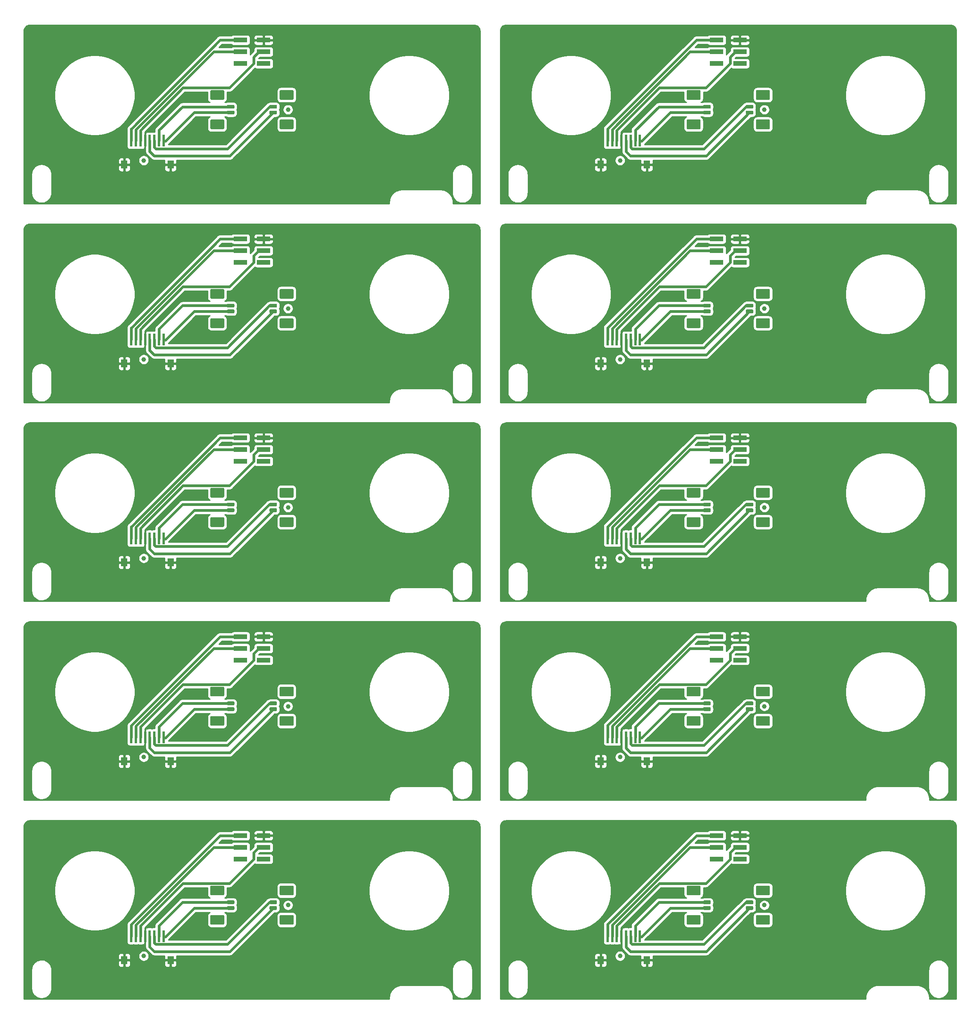
<source format=gbr>
%TF.GenerationSoftware,KiCad,Pcbnew,(5.1.5)-3*%
%TF.CreationDate,2020-06-01T11:27:06+02:00*%
%TF.ProjectId,panel,70616e65-6c2e-46b6-9963-61645f706362,rev?*%
%TF.SameCoordinates,Original*%
%TF.FileFunction,Copper,L2,Bot*%
%TF.FilePolarity,Positive*%
%FSLAX46Y46*%
G04 Gerber Fmt 4.6, Leading zero omitted, Abs format (unit mm)*
G04 Created by KiCad (PCBNEW (5.1.5)-3) date 2020-06-01 11:27:06*
%MOMM*%
%LPD*%
G04 APERTURE LIST*
%TA.AperFunction,SMDPad,CuDef*%
%ADD10R,3.000000X1.000000*%
%TD*%
%TA.AperFunction,SMDPad,CuDef*%
%ADD11C,0.150000*%
%TD*%
%TA.AperFunction,SMDPad,CuDef*%
%ADD12R,0.600000X2.500000*%
%TD*%
%TA.AperFunction,ConnectorPad*%
%ADD13R,1.400000X1.800000*%
%TD*%
%TA.AperFunction,BGAPad,CuDef*%
%ADD14C,1.000000*%
%TD*%
%TA.AperFunction,Conductor*%
%ADD15C,0.600000*%
%TD*%
%TA.AperFunction,Conductor*%
%ADD16C,0.254000*%
%TD*%
G04 APERTURE END LIST*
D10*
%TO.P,J1,1*%
%TO.N,Board_10-3V3*%
X200480009Y-225960049D03*
%TO.P,J1,2*%
%TO.N,Board_10-GND*%
X205520009Y-225960049D03*
%TO.P,J1,3*%
%TO.N,Board_10-I2C_SDA*%
X200480009Y-228500049D03*
%TO.P,J1,4*%
%TO.N,Board_10-I2C_SCL*%
X205520009Y-228500049D03*
%TO.P,J1,5*%
%TO.N,Board_10-Net-(J1-Pad5)*%
X200480009Y-231040049D03*
%TO.P,J1,6*%
%TO.N,Board_10-Net-(J1-Pad6)*%
X205520009Y-231040049D03*
%TD*%
%TA.AperFunction,SMDPad,CuDef*%
D11*
%TO.P,J2,1*%
%TO.N,Board_10-L-*%
G36*
X199019612Y-241226012D02*
G01*
X199039027Y-241228892D01*
X199058066Y-241233661D01*
X199076546Y-241240273D01*
X199094288Y-241248665D01*
X199111123Y-241258755D01*
X199126888Y-241270447D01*
X199141430Y-241283628D01*
X199154611Y-241298170D01*
X199166303Y-241313935D01*
X199176393Y-241330770D01*
X199184785Y-241348512D01*
X199191397Y-241366992D01*
X199196166Y-241386031D01*
X199199046Y-241405446D01*
X199200009Y-241425049D01*
X199200009Y-241825049D01*
X199199046Y-241844652D01*
X199196166Y-241864067D01*
X199191397Y-241883106D01*
X199184785Y-241901586D01*
X199176393Y-241919328D01*
X199166303Y-241936163D01*
X199154611Y-241951928D01*
X199141430Y-241966470D01*
X199126888Y-241979651D01*
X199111123Y-241991343D01*
X199094288Y-242001433D01*
X199076546Y-242009825D01*
X199058066Y-242016437D01*
X199039027Y-242021206D01*
X199019612Y-242024086D01*
X199000009Y-242025049D01*
X197800009Y-242025049D01*
X197780406Y-242024086D01*
X197760991Y-242021206D01*
X197741952Y-242016437D01*
X197723472Y-242009825D01*
X197705730Y-242001433D01*
X197688895Y-241991343D01*
X197673130Y-241979651D01*
X197658588Y-241966470D01*
X197645407Y-241951928D01*
X197633715Y-241936163D01*
X197623625Y-241919328D01*
X197615233Y-241901586D01*
X197608621Y-241883106D01*
X197603852Y-241864067D01*
X197600972Y-241844652D01*
X197600009Y-241825049D01*
X197600009Y-241425049D01*
X197600972Y-241405446D01*
X197603852Y-241386031D01*
X197608621Y-241366992D01*
X197615233Y-241348512D01*
X197623625Y-241330770D01*
X197633715Y-241313935D01*
X197645407Y-241298170D01*
X197658588Y-241283628D01*
X197673130Y-241270447D01*
X197688895Y-241258755D01*
X197705730Y-241248665D01*
X197723472Y-241240273D01*
X197741952Y-241233661D01*
X197760991Y-241228892D01*
X197780406Y-241226012D01*
X197800009Y-241225049D01*
X199000009Y-241225049D01*
X199019612Y-241226012D01*
G37*
%TD.AperFunction*%
%TA.AperFunction,SMDPad,CuDef*%
%TO.P,J2,2*%
%TO.N,Board_10-L+*%
G36*
X199019612Y-239976012D02*
G01*
X199039027Y-239978892D01*
X199058066Y-239983661D01*
X199076546Y-239990273D01*
X199094288Y-239998665D01*
X199111123Y-240008755D01*
X199126888Y-240020447D01*
X199141430Y-240033628D01*
X199154611Y-240048170D01*
X199166303Y-240063935D01*
X199176393Y-240080770D01*
X199184785Y-240098512D01*
X199191397Y-240116992D01*
X199196166Y-240136031D01*
X199199046Y-240155446D01*
X199200009Y-240175049D01*
X199200009Y-240575049D01*
X199199046Y-240594652D01*
X199196166Y-240614067D01*
X199191397Y-240633106D01*
X199184785Y-240651586D01*
X199176393Y-240669328D01*
X199166303Y-240686163D01*
X199154611Y-240701928D01*
X199141430Y-240716470D01*
X199126888Y-240729651D01*
X199111123Y-240741343D01*
X199094288Y-240751433D01*
X199076546Y-240759825D01*
X199058066Y-240766437D01*
X199039027Y-240771206D01*
X199019612Y-240774086D01*
X199000009Y-240775049D01*
X197800009Y-240775049D01*
X197780406Y-240774086D01*
X197760991Y-240771206D01*
X197741952Y-240766437D01*
X197723472Y-240759825D01*
X197705730Y-240751433D01*
X197688895Y-240741343D01*
X197673130Y-240729651D01*
X197658588Y-240716470D01*
X197645407Y-240701928D01*
X197633715Y-240686163D01*
X197623625Y-240669328D01*
X197615233Y-240651586D01*
X197608621Y-240633106D01*
X197603852Y-240614067D01*
X197600972Y-240594652D01*
X197600009Y-240575049D01*
X197600009Y-240175049D01*
X197600972Y-240155446D01*
X197603852Y-240136031D01*
X197608621Y-240116992D01*
X197615233Y-240098512D01*
X197623625Y-240080770D01*
X197633715Y-240063935D01*
X197645407Y-240048170D01*
X197658588Y-240033628D01*
X197673130Y-240020447D01*
X197688895Y-240008755D01*
X197705730Y-239998665D01*
X197723472Y-239990273D01*
X197741952Y-239983661D01*
X197760991Y-239978892D01*
X197780406Y-239976012D01*
X197800009Y-239975049D01*
X199000009Y-239975049D01*
X199019612Y-239976012D01*
G37*
%TD.AperFunction*%
%TA.AperFunction,SMDPad,CuDef*%
%TO.P,J2,MP*%
%TO.N,N/C*%
G36*
X196774513Y-243126253D02*
G01*
X196798782Y-243129853D01*
X196822580Y-243135814D01*
X196845680Y-243144079D01*
X196867858Y-243154569D01*
X196888902Y-243167182D01*
X196908607Y-243181796D01*
X196926786Y-243198272D01*
X196943262Y-243216451D01*
X196957876Y-243236156D01*
X196970489Y-243257200D01*
X196980979Y-243279378D01*
X196989244Y-243302478D01*
X196995205Y-243326276D01*
X196998805Y-243350545D01*
X197000009Y-243375049D01*
X197000009Y-244975049D01*
X196998805Y-244999553D01*
X196995205Y-245023822D01*
X196989244Y-245047620D01*
X196980979Y-245070720D01*
X196970489Y-245092898D01*
X196957876Y-245113942D01*
X196943262Y-245133647D01*
X196926786Y-245151826D01*
X196908607Y-245168302D01*
X196888902Y-245182916D01*
X196867858Y-245195529D01*
X196845680Y-245206019D01*
X196822580Y-245214284D01*
X196798782Y-245220245D01*
X196774513Y-245223845D01*
X196750009Y-245225049D01*
X194250009Y-245225049D01*
X194225505Y-245223845D01*
X194201236Y-245220245D01*
X194177438Y-245214284D01*
X194154338Y-245206019D01*
X194132160Y-245195529D01*
X194111116Y-245182916D01*
X194091411Y-245168302D01*
X194073232Y-245151826D01*
X194056756Y-245133647D01*
X194042142Y-245113942D01*
X194029529Y-245092898D01*
X194019039Y-245070720D01*
X194010774Y-245047620D01*
X194004813Y-245023822D01*
X194001213Y-244999553D01*
X194000009Y-244975049D01*
X194000009Y-243375049D01*
X194001213Y-243350545D01*
X194004813Y-243326276D01*
X194010774Y-243302478D01*
X194019039Y-243279378D01*
X194029529Y-243257200D01*
X194042142Y-243236156D01*
X194056756Y-243216451D01*
X194073232Y-243198272D01*
X194091411Y-243181796D01*
X194111116Y-243167182D01*
X194132160Y-243154569D01*
X194154338Y-243144079D01*
X194177438Y-243135814D01*
X194201236Y-243129853D01*
X194225505Y-243126253D01*
X194250009Y-243125049D01*
X196750009Y-243125049D01*
X196774513Y-243126253D01*
G37*
%TD.AperFunction*%
%TA.AperFunction,SMDPad,CuDef*%
G36*
X196774513Y-236776253D02*
G01*
X196798782Y-236779853D01*
X196822580Y-236785814D01*
X196845680Y-236794079D01*
X196867858Y-236804569D01*
X196888902Y-236817182D01*
X196908607Y-236831796D01*
X196926786Y-236848272D01*
X196943262Y-236866451D01*
X196957876Y-236886156D01*
X196970489Y-236907200D01*
X196980979Y-236929378D01*
X196989244Y-236952478D01*
X196995205Y-236976276D01*
X196998805Y-237000545D01*
X197000009Y-237025049D01*
X197000009Y-238625049D01*
X196998805Y-238649553D01*
X196995205Y-238673822D01*
X196989244Y-238697620D01*
X196980979Y-238720720D01*
X196970489Y-238742898D01*
X196957876Y-238763942D01*
X196943262Y-238783647D01*
X196926786Y-238801826D01*
X196908607Y-238818302D01*
X196888902Y-238832916D01*
X196867858Y-238845529D01*
X196845680Y-238856019D01*
X196822580Y-238864284D01*
X196798782Y-238870245D01*
X196774513Y-238873845D01*
X196750009Y-238875049D01*
X194250009Y-238875049D01*
X194225505Y-238873845D01*
X194201236Y-238870245D01*
X194177438Y-238864284D01*
X194154338Y-238856019D01*
X194132160Y-238845529D01*
X194111116Y-238832916D01*
X194091411Y-238818302D01*
X194073232Y-238801826D01*
X194056756Y-238783647D01*
X194042142Y-238763942D01*
X194029529Y-238742898D01*
X194019039Y-238720720D01*
X194010774Y-238697620D01*
X194004813Y-238673822D01*
X194001213Y-238649553D01*
X194000009Y-238625049D01*
X194000009Y-237025049D01*
X194001213Y-237000545D01*
X194004813Y-236976276D01*
X194010774Y-236952478D01*
X194019039Y-236929378D01*
X194029529Y-236907200D01*
X194042142Y-236886156D01*
X194056756Y-236866451D01*
X194073232Y-236848272D01*
X194091411Y-236831796D01*
X194111116Y-236817182D01*
X194132160Y-236804569D01*
X194154338Y-236794079D01*
X194177438Y-236785814D01*
X194201236Y-236779853D01*
X194225505Y-236776253D01*
X194250009Y-236775049D01*
X196750009Y-236775049D01*
X196774513Y-236776253D01*
G37*
%TD.AperFunction*%
%TD*%
%TA.AperFunction,SMDPad,CuDef*%
%TO.P,J3,1*%
%TO.N,Board_10-R-*%
G36*
X208219612Y-239976012D02*
G01*
X208239027Y-239978892D01*
X208258066Y-239983661D01*
X208276546Y-239990273D01*
X208294288Y-239998665D01*
X208311123Y-240008755D01*
X208326888Y-240020447D01*
X208341430Y-240033628D01*
X208354611Y-240048170D01*
X208366303Y-240063935D01*
X208376393Y-240080770D01*
X208384785Y-240098512D01*
X208391397Y-240116992D01*
X208396166Y-240136031D01*
X208399046Y-240155446D01*
X208400009Y-240175049D01*
X208400009Y-240575049D01*
X208399046Y-240594652D01*
X208396166Y-240614067D01*
X208391397Y-240633106D01*
X208384785Y-240651586D01*
X208376393Y-240669328D01*
X208366303Y-240686163D01*
X208354611Y-240701928D01*
X208341430Y-240716470D01*
X208326888Y-240729651D01*
X208311123Y-240741343D01*
X208294288Y-240751433D01*
X208276546Y-240759825D01*
X208258066Y-240766437D01*
X208239027Y-240771206D01*
X208219612Y-240774086D01*
X208200009Y-240775049D01*
X207000009Y-240775049D01*
X206980406Y-240774086D01*
X206960991Y-240771206D01*
X206941952Y-240766437D01*
X206923472Y-240759825D01*
X206905730Y-240751433D01*
X206888895Y-240741343D01*
X206873130Y-240729651D01*
X206858588Y-240716470D01*
X206845407Y-240701928D01*
X206833715Y-240686163D01*
X206823625Y-240669328D01*
X206815233Y-240651586D01*
X206808621Y-240633106D01*
X206803852Y-240614067D01*
X206800972Y-240594652D01*
X206800009Y-240575049D01*
X206800009Y-240175049D01*
X206800972Y-240155446D01*
X206803852Y-240136031D01*
X206808621Y-240116992D01*
X206815233Y-240098512D01*
X206823625Y-240080770D01*
X206833715Y-240063935D01*
X206845407Y-240048170D01*
X206858588Y-240033628D01*
X206873130Y-240020447D01*
X206888895Y-240008755D01*
X206905730Y-239998665D01*
X206923472Y-239990273D01*
X206941952Y-239983661D01*
X206960991Y-239978892D01*
X206980406Y-239976012D01*
X207000009Y-239975049D01*
X208200009Y-239975049D01*
X208219612Y-239976012D01*
G37*
%TD.AperFunction*%
%TA.AperFunction,SMDPad,CuDef*%
%TO.P,J3,2*%
%TO.N,Board_10-R+*%
G36*
X208219612Y-241226012D02*
G01*
X208239027Y-241228892D01*
X208258066Y-241233661D01*
X208276546Y-241240273D01*
X208294288Y-241248665D01*
X208311123Y-241258755D01*
X208326888Y-241270447D01*
X208341430Y-241283628D01*
X208354611Y-241298170D01*
X208366303Y-241313935D01*
X208376393Y-241330770D01*
X208384785Y-241348512D01*
X208391397Y-241366992D01*
X208396166Y-241386031D01*
X208399046Y-241405446D01*
X208400009Y-241425049D01*
X208400009Y-241825049D01*
X208399046Y-241844652D01*
X208396166Y-241864067D01*
X208391397Y-241883106D01*
X208384785Y-241901586D01*
X208376393Y-241919328D01*
X208366303Y-241936163D01*
X208354611Y-241951928D01*
X208341430Y-241966470D01*
X208326888Y-241979651D01*
X208311123Y-241991343D01*
X208294288Y-242001433D01*
X208276546Y-242009825D01*
X208258066Y-242016437D01*
X208239027Y-242021206D01*
X208219612Y-242024086D01*
X208200009Y-242025049D01*
X207000009Y-242025049D01*
X206980406Y-242024086D01*
X206960991Y-242021206D01*
X206941952Y-242016437D01*
X206923472Y-242009825D01*
X206905730Y-242001433D01*
X206888895Y-241991343D01*
X206873130Y-241979651D01*
X206858588Y-241966470D01*
X206845407Y-241951928D01*
X206833715Y-241936163D01*
X206823625Y-241919328D01*
X206815233Y-241901586D01*
X206808621Y-241883106D01*
X206803852Y-241864067D01*
X206800972Y-241844652D01*
X206800009Y-241825049D01*
X206800009Y-241425049D01*
X206800972Y-241405446D01*
X206803852Y-241386031D01*
X206808621Y-241366992D01*
X206815233Y-241348512D01*
X206823625Y-241330770D01*
X206833715Y-241313935D01*
X206845407Y-241298170D01*
X206858588Y-241283628D01*
X206873130Y-241270447D01*
X206888895Y-241258755D01*
X206905730Y-241248665D01*
X206923472Y-241240273D01*
X206941952Y-241233661D01*
X206960991Y-241228892D01*
X206980406Y-241226012D01*
X207000009Y-241225049D01*
X208200009Y-241225049D01*
X208219612Y-241226012D01*
G37*
%TD.AperFunction*%
%TA.AperFunction,SMDPad,CuDef*%
%TO.P,J3,MP*%
%TO.N,N/C*%
G36*
X211774513Y-236776253D02*
G01*
X211798782Y-236779853D01*
X211822580Y-236785814D01*
X211845680Y-236794079D01*
X211867858Y-236804569D01*
X211888902Y-236817182D01*
X211908607Y-236831796D01*
X211926786Y-236848272D01*
X211943262Y-236866451D01*
X211957876Y-236886156D01*
X211970489Y-236907200D01*
X211980979Y-236929378D01*
X211989244Y-236952478D01*
X211995205Y-236976276D01*
X211998805Y-237000545D01*
X212000009Y-237025049D01*
X212000009Y-238625049D01*
X211998805Y-238649553D01*
X211995205Y-238673822D01*
X211989244Y-238697620D01*
X211980979Y-238720720D01*
X211970489Y-238742898D01*
X211957876Y-238763942D01*
X211943262Y-238783647D01*
X211926786Y-238801826D01*
X211908607Y-238818302D01*
X211888902Y-238832916D01*
X211867858Y-238845529D01*
X211845680Y-238856019D01*
X211822580Y-238864284D01*
X211798782Y-238870245D01*
X211774513Y-238873845D01*
X211750009Y-238875049D01*
X209250009Y-238875049D01*
X209225505Y-238873845D01*
X209201236Y-238870245D01*
X209177438Y-238864284D01*
X209154338Y-238856019D01*
X209132160Y-238845529D01*
X209111116Y-238832916D01*
X209091411Y-238818302D01*
X209073232Y-238801826D01*
X209056756Y-238783647D01*
X209042142Y-238763942D01*
X209029529Y-238742898D01*
X209019039Y-238720720D01*
X209010774Y-238697620D01*
X209004813Y-238673822D01*
X209001213Y-238649553D01*
X209000009Y-238625049D01*
X209000009Y-237025049D01*
X209001213Y-237000545D01*
X209004813Y-236976276D01*
X209010774Y-236952478D01*
X209019039Y-236929378D01*
X209029529Y-236907200D01*
X209042142Y-236886156D01*
X209056756Y-236866451D01*
X209073232Y-236848272D01*
X209091411Y-236831796D01*
X209111116Y-236817182D01*
X209132160Y-236804569D01*
X209154338Y-236794079D01*
X209177438Y-236785814D01*
X209201236Y-236779853D01*
X209225505Y-236776253D01*
X209250009Y-236775049D01*
X211750009Y-236775049D01*
X211774513Y-236776253D01*
G37*
%TD.AperFunction*%
%TA.AperFunction,SMDPad,CuDef*%
G36*
X211774513Y-243126253D02*
G01*
X211798782Y-243129853D01*
X211822580Y-243135814D01*
X211845680Y-243144079D01*
X211867858Y-243154569D01*
X211888902Y-243167182D01*
X211908607Y-243181796D01*
X211926786Y-243198272D01*
X211943262Y-243216451D01*
X211957876Y-243236156D01*
X211970489Y-243257200D01*
X211980979Y-243279378D01*
X211989244Y-243302478D01*
X211995205Y-243326276D01*
X211998805Y-243350545D01*
X212000009Y-243375049D01*
X212000009Y-244975049D01*
X211998805Y-244999553D01*
X211995205Y-245023822D01*
X211989244Y-245047620D01*
X211980979Y-245070720D01*
X211970489Y-245092898D01*
X211957876Y-245113942D01*
X211943262Y-245133647D01*
X211926786Y-245151826D01*
X211908607Y-245168302D01*
X211888902Y-245182916D01*
X211867858Y-245195529D01*
X211845680Y-245206019D01*
X211822580Y-245214284D01*
X211798782Y-245220245D01*
X211774513Y-245223845D01*
X211750009Y-245225049D01*
X209250009Y-245225049D01*
X209225505Y-245223845D01*
X209201236Y-245220245D01*
X209177438Y-245214284D01*
X209154338Y-245206019D01*
X209132160Y-245195529D01*
X209111116Y-245182916D01*
X209091411Y-245168302D01*
X209073232Y-245151826D01*
X209056756Y-245133647D01*
X209042142Y-245113942D01*
X209029529Y-245092898D01*
X209019039Y-245070720D01*
X209010774Y-245047620D01*
X209004813Y-245023822D01*
X209001213Y-244999553D01*
X209000009Y-244975049D01*
X209000009Y-243375049D01*
X209001213Y-243350545D01*
X209004813Y-243326276D01*
X209010774Y-243302478D01*
X209019039Y-243279378D01*
X209029529Y-243257200D01*
X209042142Y-243236156D01*
X209056756Y-243216451D01*
X209073232Y-243198272D01*
X209091411Y-243181796D01*
X209111116Y-243167182D01*
X209132160Y-243154569D01*
X209154338Y-243144079D01*
X209177438Y-243135814D01*
X209201236Y-243129853D01*
X209225505Y-243126253D01*
X209250009Y-243125049D01*
X211750009Y-243125049D01*
X211774513Y-243126253D01*
G37*
%TD.AperFunction*%
%TD*%
D12*
%TO.P,J4,8*%
%TO.N,Board_10-3V3*%
X176900009Y-247700049D03*
%TO.P,J4,7*%
%TO.N,Board_10-I2C_SDA*%
X177900009Y-247700049D03*
%TO.P,J4,6*%
%TO.N,Board_10-I2C_SCL*%
X178900009Y-247700049D03*
%TO.P,J4,5*%
%TO.N,Board_10-GND*%
X179900009Y-247700049D03*
%TO.P,J4,4*%
%TO.N,Board_10-R+*%
X180900009Y-247700049D03*
%TO.P,J4,3*%
%TO.N,Board_10-R-*%
X181900009Y-247700049D03*
%TO.P,J4,1*%
%TO.N,Board_10-L-*%
X183900009Y-247700049D03*
%TO.P,J4,2*%
%TO.N,Board_10-L+*%
X182900009Y-247700049D03*
D13*
%TO.P,J4,9*%
%TO.N,Board_10-GND*%
X185400009Y-252900049D03*
X175400009Y-252900049D03*
%TD*%
D14*
%TO.P,REF\002A\002A,*%
%TO.N,*%
X179600009Y-252000049D03*
%TD*%
%TO.P,REF\002A\002A,*%
%TO.N,*%
X210800009Y-241000049D03*
%TD*%
D10*
%TO.P,J1,1*%
%TO.N,Board_9-3V3*%
X97480001Y-225960049D03*
%TO.P,J1,2*%
%TO.N,Board_9-GND*%
X102520001Y-225960049D03*
%TO.P,J1,3*%
%TO.N,Board_9-I2C_SDA*%
X97480001Y-228500049D03*
%TO.P,J1,4*%
%TO.N,Board_9-I2C_SCL*%
X102520001Y-228500049D03*
%TO.P,J1,5*%
%TO.N,Board_9-Net-(J1-Pad5)*%
X97480001Y-231040049D03*
%TO.P,J1,6*%
%TO.N,Board_9-Net-(J1-Pad6)*%
X102520001Y-231040049D03*
%TD*%
%TA.AperFunction,SMDPad,CuDef*%
D11*
%TO.P,J2,1*%
%TO.N,Board_9-L-*%
G36*
X96019604Y-241226012D02*
G01*
X96039019Y-241228892D01*
X96058058Y-241233661D01*
X96076538Y-241240273D01*
X96094280Y-241248665D01*
X96111115Y-241258755D01*
X96126880Y-241270447D01*
X96141422Y-241283628D01*
X96154603Y-241298170D01*
X96166295Y-241313935D01*
X96176385Y-241330770D01*
X96184777Y-241348512D01*
X96191389Y-241366992D01*
X96196158Y-241386031D01*
X96199038Y-241405446D01*
X96200001Y-241425049D01*
X96200001Y-241825049D01*
X96199038Y-241844652D01*
X96196158Y-241864067D01*
X96191389Y-241883106D01*
X96184777Y-241901586D01*
X96176385Y-241919328D01*
X96166295Y-241936163D01*
X96154603Y-241951928D01*
X96141422Y-241966470D01*
X96126880Y-241979651D01*
X96111115Y-241991343D01*
X96094280Y-242001433D01*
X96076538Y-242009825D01*
X96058058Y-242016437D01*
X96039019Y-242021206D01*
X96019604Y-242024086D01*
X96000001Y-242025049D01*
X94800001Y-242025049D01*
X94780398Y-242024086D01*
X94760983Y-242021206D01*
X94741944Y-242016437D01*
X94723464Y-242009825D01*
X94705722Y-242001433D01*
X94688887Y-241991343D01*
X94673122Y-241979651D01*
X94658580Y-241966470D01*
X94645399Y-241951928D01*
X94633707Y-241936163D01*
X94623617Y-241919328D01*
X94615225Y-241901586D01*
X94608613Y-241883106D01*
X94603844Y-241864067D01*
X94600964Y-241844652D01*
X94600001Y-241825049D01*
X94600001Y-241425049D01*
X94600964Y-241405446D01*
X94603844Y-241386031D01*
X94608613Y-241366992D01*
X94615225Y-241348512D01*
X94623617Y-241330770D01*
X94633707Y-241313935D01*
X94645399Y-241298170D01*
X94658580Y-241283628D01*
X94673122Y-241270447D01*
X94688887Y-241258755D01*
X94705722Y-241248665D01*
X94723464Y-241240273D01*
X94741944Y-241233661D01*
X94760983Y-241228892D01*
X94780398Y-241226012D01*
X94800001Y-241225049D01*
X96000001Y-241225049D01*
X96019604Y-241226012D01*
G37*
%TD.AperFunction*%
%TA.AperFunction,SMDPad,CuDef*%
%TO.P,J2,2*%
%TO.N,Board_9-L+*%
G36*
X96019604Y-239976012D02*
G01*
X96039019Y-239978892D01*
X96058058Y-239983661D01*
X96076538Y-239990273D01*
X96094280Y-239998665D01*
X96111115Y-240008755D01*
X96126880Y-240020447D01*
X96141422Y-240033628D01*
X96154603Y-240048170D01*
X96166295Y-240063935D01*
X96176385Y-240080770D01*
X96184777Y-240098512D01*
X96191389Y-240116992D01*
X96196158Y-240136031D01*
X96199038Y-240155446D01*
X96200001Y-240175049D01*
X96200001Y-240575049D01*
X96199038Y-240594652D01*
X96196158Y-240614067D01*
X96191389Y-240633106D01*
X96184777Y-240651586D01*
X96176385Y-240669328D01*
X96166295Y-240686163D01*
X96154603Y-240701928D01*
X96141422Y-240716470D01*
X96126880Y-240729651D01*
X96111115Y-240741343D01*
X96094280Y-240751433D01*
X96076538Y-240759825D01*
X96058058Y-240766437D01*
X96039019Y-240771206D01*
X96019604Y-240774086D01*
X96000001Y-240775049D01*
X94800001Y-240775049D01*
X94780398Y-240774086D01*
X94760983Y-240771206D01*
X94741944Y-240766437D01*
X94723464Y-240759825D01*
X94705722Y-240751433D01*
X94688887Y-240741343D01*
X94673122Y-240729651D01*
X94658580Y-240716470D01*
X94645399Y-240701928D01*
X94633707Y-240686163D01*
X94623617Y-240669328D01*
X94615225Y-240651586D01*
X94608613Y-240633106D01*
X94603844Y-240614067D01*
X94600964Y-240594652D01*
X94600001Y-240575049D01*
X94600001Y-240175049D01*
X94600964Y-240155446D01*
X94603844Y-240136031D01*
X94608613Y-240116992D01*
X94615225Y-240098512D01*
X94623617Y-240080770D01*
X94633707Y-240063935D01*
X94645399Y-240048170D01*
X94658580Y-240033628D01*
X94673122Y-240020447D01*
X94688887Y-240008755D01*
X94705722Y-239998665D01*
X94723464Y-239990273D01*
X94741944Y-239983661D01*
X94760983Y-239978892D01*
X94780398Y-239976012D01*
X94800001Y-239975049D01*
X96000001Y-239975049D01*
X96019604Y-239976012D01*
G37*
%TD.AperFunction*%
%TA.AperFunction,SMDPad,CuDef*%
%TO.P,J2,MP*%
%TO.N,N/C*%
G36*
X93774505Y-243126253D02*
G01*
X93798774Y-243129853D01*
X93822572Y-243135814D01*
X93845672Y-243144079D01*
X93867850Y-243154569D01*
X93888894Y-243167182D01*
X93908599Y-243181796D01*
X93926778Y-243198272D01*
X93943254Y-243216451D01*
X93957868Y-243236156D01*
X93970481Y-243257200D01*
X93980971Y-243279378D01*
X93989236Y-243302478D01*
X93995197Y-243326276D01*
X93998797Y-243350545D01*
X94000001Y-243375049D01*
X94000001Y-244975049D01*
X93998797Y-244999553D01*
X93995197Y-245023822D01*
X93989236Y-245047620D01*
X93980971Y-245070720D01*
X93970481Y-245092898D01*
X93957868Y-245113942D01*
X93943254Y-245133647D01*
X93926778Y-245151826D01*
X93908599Y-245168302D01*
X93888894Y-245182916D01*
X93867850Y-245195529D01*
X93845672Y-245206019D01*
X93822572Y-245214284D01*
X93798774Y-245220245D01*
X93774505Y-245223845D01*
X93750001Y-245225049D01*
X91250001Y-245225049D01*
X91225497Y-245223845D01*
X91201228Y-245220245D01*
X91177430Y-245214284D01*
X91154330Y-245206019D01*
X91132152Y-245195529D01*
X91111108Y-245182916D01*
X91091403Y-245168302D01*
X91073224Y-245151826D01*
X91056748Y-245133647D01*
X91042134Y-245113942D01*
X91029521Y-245092898D01*
X91019031Y-245070720D01*
X91010766Y-245047620D01*
X91004805Y-245023822D01*
X91001205Y-244999553D01*
X91000001Y-244975049D01*
X91000001Y-243375049D01*
X91001205Y-243350545D01*
X91004805Y-243326276D01*
X91010766Y-243302478D01*
X91019031Y-243279378D01*
X91029521Y-243257200D01*
X91042134Y-243236156D01*
X91056748Y-243216451D01*
X91073224Y-243198272D01*
X91091403Y-243181796D01*
X91111108Y-243167182D01*
X91132152Y-243154569D01*
X91154330Y-243144079D01*
X91177430Y-243135814D01*
X91201228Y-243129853D01*
X91225497Y-243126253D01*
X91250001Y-243125049D01*
X93750001Y-243125049D01*
X93774505Y-243126253D01*
G37*
%TD.AperFunction*%
%TA.AperFunction,SMDPad,CuDef*%
G36*
X93774505Y-236776253D02*
G01*
X93798774Y-236779853D01*
X93822572Y-236785814D01*
X93845672Y-236794079D01*
X93867850Y-236804569D01*
X93888894Y-236817182D01*
X93908599Y-236831796D01*
X93926778Y-236848272D01*
X93943254Y-236866451D01*
X93957868Y-236886156D01*
X93970481Y-236907200D01*
X93980971Y-236929378D01*
X93989236Y-236952478D01*
X93995197Y-236976276D01*
X93998797Y-237000545D01*
X94000001Y-237025049D01*
X94000001Y-238625049D01*
X93998797Y-238649553D01*
X93995197Y-238673822D01*
X93989236Y-238697620D01*
X93980971Y-238720720D01*
X93970481Y-238742898D01*
X93957868Y-238763942D01*
X93943254Y-238783647D01*
X93926778Y-238801826D01*
X93908599Y-238818302D01*
X93888894Y-238832916D01*
X93867850Y-238845529D01*
X93845672Y-238856019D01*
X93822572Y-238864284D01*
X93798774Y-238870245D01*
X93774505Y-238873845D01*
X93750001Y-238875049D01*
X91250001Y-238875049D01*
X91225497Y-238873845D01*
X91201228Y-238870245D01*
X91177430Y-238864284D01*
X91154330Y-238856019D01*
X91132152Y-238845529D01*
X91111108Y-238832916D01*
X91091403Y-238818302D01*
X91073224Y-238801826D01*
X91056748Y-238783647D01*
X91042134Y-238763942D01*
X91029521Y-238742898D01*
X91019031Y-238720720D01*
X91010766Y-238697620D01*
X91004805Y-238673822D01*
X91001205Y-238649553D01*
X91000001Y-238625049D01*
X91000001Y-237025049D01*
X91001205Y-237000545D01*
X91004805Y-236976276D01*
X91010766Y-236952478D01*
X91019031Y-236929378D01*
X91029521Y-236907200D01*
X91042134Y-236886156D01*
X91056748Y-236866451D01*
X91073224Y-236848272D01*
X91091403Y-236831796D01*
X91111108Y-236817182D01*
X91132152Y-236804569D01*
X91154330Y-236794079D01*
X91177430Y-236785814D01*
X91201228Y-236779853D01*
X91225497Y-236776253D01*
X91250001Y-236775049D01*
X93750001Y-236775049D01*
X93774505Y-236776253D01*
G37*
%TD.AperFunction*%
%TD*%
%TA.AperFunction,SMDPad,CuDef*%
%TO.P,J3,1*%
%TO.N,Board_9-R-*%
G36*
X105219604Y-239976012D02*
G01*
X105239019Y-239978892D01*
X105258058Y-239983661D01*
X105276538Y-239990273D01*
X105294280Y-239998665D01*
X105311115Y-240008755D01*
X105326880Y-240020447D01*
X105341422Y-240033628D01*
X105354603Y-240048170D01*
X105366295Y-240063935D01*
X105376385Y-240080770D01*
X105384777Y-240098512D01*
X105391389Y-240116992D01*
X105396158Y-240136031D01*
X105399038Y-240155446D01*
X105400001Y-240175049D01*
X105400001Y-240575049D01*
X105399038Y-240594652D01*
X105396158Y-240614067D01*
X105391389Y-240633106D01*
X105384777Y-240651586D01*
X105376385Y-240669328D01*
X105366295Y-240686163D01*
X105354603Y-240701928D01*
X105341422Y-240716470D01*
X105326880Y-240729651D01*
X105311115Y-240741343D01*
X105294280Y-240751433D01*
X105276538Y-240759825D01*
X105258058Y-240766437D01*
X105239019Y-240771206D01*
X105219604Y-240774086D01*
X105200001Y-240775049D01*
X104000001Y-240775049D01*
X103980398Y-240774086D01*
X103960983Y-240771206D01*
X103941944Y-240766437D01*
X103923464Y-240759825D01*
X103905722Y-240751433D01*
X103888887Y-240741343D01*
X103873122Y-240729651D01*
X103858580Y-240716470D01*
X103845399Y-240701928D01*
X103833707Y-240686163D01*
X103823617Y-240669328D01*
X103815225Y-240651586D01*
X103808613Y-240633106D01*
X103803844Y-240614067D01*
X103800964Y-240594652D01*
X103800001Y-240575049D01*
X103800001Y-240175049D01*
X103800964Y-240155446D01*
X103803844Y-240136031D01*
X103808613Y-240116992D01*
X103815225Y-240098512D01*
X103823617Y-240080770D01*
X103833707Y-240063935D01*
X103845399Y-240048170D01*
X103858580Y-240033628D01*
X103873122Y-240020447D01*
X103888887Y-240008755D01*
X103905722Y-239998665D01*
X103923464Y-239990273D01*
X103941944Y-239983661D01*
X103960983Y-239978892D01*
X103980398Y-239976012D01*
X104000001Y-239975049D01*
X105200001Y-239975049D01*
X105219604Y-239976012D01*
G37*
%TD.AperFunction*%
%TA.AperFunction,SMDPad,CuDef*%
%TO.P,J3,2*%
%TO.N,Board_9-R+*%
G36*
X105219604Y-241226012D02*
G01*
X105239019Y-241228892D01*
X105258058Y-241233661D01*
X105276538Y-241240273D01*
X105294280Y-241248665D01*
X105311115Y-241258755D01*
X105326880Y-241270447D01*
X105341422Y-241283628D01*
X105354603Y-241298170D01*
X105366295Y-241313935D01*
X105376385Y-241330770D01*
X105384777Y-241348512D01*
X105391389Y-241366992D01*
X105396158Y-241386031D01*
X105399038Y-241405446D01*
X105400001Y-241425049D01*
X105400001Y-241825049D01*
X105399038Y-241844652D01*
X105396158Y-241864067D01*
X105391389Y-241883106D01*
X105384777Y-241901586D01*
X105376385Y-241919328D01*
X105366295Y-241936163D01*
X105354603Y-241951928D01*
X105341422Y-241966470D01*
X105326880Y-241979651D01*
X105311115Y-241991343D01*
X105294280Y-242001433D01*
X105276538Y-242009825D01*
X105258058Y-242016437D01*
X105239019Y-242021206D01*
X105219604Y-242024086D01*
X105200001Y-242025049D01*
X104000001Y-242025049D01*
X103980398Y-242024086D01*
X103960983Y-242021206D01*
X103941944Y-242016437D01*
X103923464Y-242009825D01*
X103905722Y-242001433D01*
X103888887Y-241991343D01*
X103873122Y-241979651D01*
X103858580Y-241966470D01*
X103845399Y-241951928D01*
X103833707Y-241936163D01*
X103823617Y-241919328D01*
X103815225Y-241901586D01*
X103808613Y-241883106D01*
X103803844Y-241864067D01*
X103800964Y-241844652D01*
X103800001Y-241825049D01*
X103800001Y-241425049D01*
X103800964Y-241405446D01*
X103803844Y-241386031D01*
X103808613Y-241366992D01*
X103815225Y-241348512D01*
X103823617Y-241330770D01*
X103833707Y-241313935D01*
X103845399Y-241298170D01*
X103858580Y-241283628D01*
X103873122Y-241270447D01*
X103888887Y-241258755D01*
X103905722Y-241248665D01*
X103923464Y-241240273D01*
X103941944Y-241233661D01*
X103960983Y-241228892D01*
X103980398Y-241226012D01*
X104000001Y-241225049D01*
X105200001Y-241225049D01*
X105219604Y-241226012D01*
G37*
%TD.AperFunction*%
%TA.AperFunction,SMDPad,CuDef*%
%TO.P,J3,MP*%
%TO.N,N/C*%
G36*
X108774505Y-236776253D02*
G01*
X108798774Y-236779853D01*
X108822572Y-236785814D01*
X108845672Y-236794079D01*
X108867850Y-236804569D01*
X108888894Y-236817182D01*
X108908599Y-236831796D01*
X108926778Y-236848272D01*
X108943254Y-236866451D01*
X108957868Y-236886156D01*
X108970481Y-236907200D01*
X108980971Y-236929378D01*
X108989236Y-236952478D01*
X108995197Y-236976276D01*
X108998797Y-237000545D01*
X109000001Y-237025049D01*
X109000001Y-238625049D01*
X108998797Y-238649553D01*
X108995197Y-238673822D01*
X108989236Y-238697620D01*
X108980971Y-238720720D01*
X108970481Y-238742898D01*
X108957868Y-238763942D01*
X108943254Y-238783647D01*
X108926778Y-238801826D01*
X108908599Y-238818302D01*
X108888894Y-238832916D01*
X108867850Y-238845529D01*
X108845672Y-238856019D01*
X108822572Y-238864284D01*
X108798774Y-238870245D01*
X108774505Y-238873845D01*
X108750001Y-238875049D01*
X106250001Y-238875049D01*
X106225497Y-238873845D01*
X106201228Y-238870245D01*
X106177430Y-238864284D01*
X106154330Y-238856019D01*
X106132152Y-238845529D01*
X106111108Y-238832916D01*
X106091403Y-238818302D01*
X106073224Y-238801826D01*
X106056748Y-238783647D01*
X106042134Y-238763942D01*
X106029521Y-238742898D01*
X106019031Y-238720720D01*
X106010766Y-238697620D01*
X106004805Y-238673822D01*
X106001205Y-238649553D01*
X106000001Y-238625049D01*
X106000001Y-237025049D01*
X106001205Y-237000545D01*
X106004805Y-236976276D01*
X106010766Y-236952478D01*
X106019031Y-236929378D01*
X106029521Y-236907200D01*
X106042134Y-236886156D01*
X106056748Y-236866451D01*
X106073224Y-236848272D01*
X106091403Y-236831796D01*
X106111108Y-236817182D01*
X106132152Y-236804569D01*
X106154330Y-236794079D01*
X106177430Y-236785814D01*
X106201228Y-236779853D01*
X106225497Y-236776253D01*
X106250001Y-236775049D01*
X108750001Y-236775049D01*
X108774505Y-236776253D01*
G37*
%TD.AperFunction*%
%TA.AperFunction,SMDPad,CuDef*%
G36*
X108774505Y-243126253D02*
G01*
X108798774Y-243129853D01*
X108822572Y-243135814D01*
X108845672Y-243144079D01*
X108867850Y-243154569D01*
X108888894Y-243167182D01*
X108908599Y-243181796D01*
X108926778Y-243198272D01*
X108943254Y-243216451D01*
X108957868Y-243236156D01*
X108970481Y-243257200D01*
X108980971Y-243279378D01*
X108989236Y-243302478D01*
X108995197Y-243326276D01*
X108998797Y-243350545D01*
X109000001Y-243375049D01*
X109000001Y-244975049D01*
X108998797Y-244999553D01*
X108995197Y-245023822D01*
X108989236Y-245047620D01*
X108980971Y-245070720D01*
X108970481Y-245092898D01*
X108957868Y-245113942D01*
X108943254Y-245133647D01*
X108926778Y-245151826D01*
X108908599Y-245168302D01*
X108888894Y-245182916D01*
X108867850Y-245195529D01*
X108845672Y-245206019D01*
X108822572Y-245214284D01*
X108798774Y-245220245D01*
X108774505Y-245223845D01*
X108750001Y-245225049D01*
X106250001Y-245225049D01*
X106225497Y-245223845D01*
X106201228Y-245220245D01*
X106177430Y-245214284D01*
X106154330Y-245206019D01*
X106132152Y-245195529D01*
X106111108Y-245182916D01*
X106091403Y-245168302D01*
X106073224Y-245151826D01*
X106056748Y-245133647D01*
X106042134Y-245113942D01*
X106029521Y-245092898D01*
X106019031Y-245070720D01*
X106010766Y-245047620D01*
X106004805Y-245023822D01*
X106001205Y-244999553D01*
X106000001Y-244975049D01*
X106000001Y-243375049D01*
X106001205Y-243350545D01*
X106004805Y-243326276D01*
X106010766Y-243302478D01*
X106019031Y-243279378D01*
X106029521Y-243257200D01*
X106042134Y-243236156D01*
X106056748Y-243216451D01*
X106073224Y-243198272D01*
X106091403Y-243181796D01*
X106111108Y-243167182D01*
X106132152Y-243154569D01*
X106154330Y-243144079D01*
X106177430Y-243135814D01*
X106201228Y-243129853D01*
X106225497Y-243126253D01*
X106250001Y-243125049D01*
X108750001Y-243125049D01*
X108774505Y-243126253D01*
G37*
%TD.AperFunction*%
%TD*%
D12*
%TO.P,J4,8*%
%TO.N,Board_9-3V3*%
X73900001Y-247700049D03*
%TO.P,J4,7*%
%TO.N,Board_9-I2C_SDA*%
X74900001Y-247700049D03*
%TO.P,J4,6*%
%TO.N,Board_9-I2C_SCL*%
X75900001Y-247700049D03*
%TO.P,J4,5*%
%TO.N,Board_9-GND*%
X76900001Y-247700049D03*
%TO.P,J4,4*%
%TO.N,Board_9-R+*%
X77900001Y-247700049D03*
%TO.P,J4,3*%
%TO.N,Board_9-R-*%
X78900001Y-247700049D03*
%TO.P,J4,1*%
%TO.N,Board_9-L-*%
X80900001Y-247700049D03*
%TO.P,J4,2*%
%TO.N,Board_9-L+*%
X79900001Y-247700049D03*
D13*
%TO.P,J4,9*%
%TO.N,Board_9-GND*%
X82400001Y-252900049D03*
X72400001Y-252900049D03*
%TD*%
D14*
%TO.P,REF\002A\002A,*%
%TO.N,*%
X76600001Y-252000049D03*
%TD*%
%TO.P,REF\002A\002A,*%
%TO.N,*%
X107800001Y-241000049D03*
%TD*%
D10*
%TO.P,J1,1*%
%TO.N,Board_8-3V3*%
X200480009Y-182960037D03*
%TO.P,J1,2*%
%TO.N,Board_8-GND*%
X205520009Y-182960037D03*
%TO.P,J1,3*%
%TO.N,Board_8-I2C_SDA*%
X200480009Y-185500037D03*
%TO.P,J1,4*%
%TO.N,Board_8-I2C_SCL*%
X205520009Y-185500037D03*
%TO.P,J1,5*%
%TO.N,Board_8-Net-(J1-Pad5)*%
X200480009Y-188040037D03*
%TO.P,J1,6*%
%TO.N,Board_8-Net-(J1-Pad6)*%
X205520009Y-188040037D03*
%TD*%
%TA.AperFunction,SMDPad,CuDef*%
D11*
%TO.P,J2,1*%
%TO.N,Board_8-L-*%
G36*
X199019612Y-198226000D02*
G01*
X199039027Y-198228880D01*
X199058066Y-198233649D01*
X199076546Y-198240261D01*
X199094288Y-198248653D01*
X199111123Y-198258743D01*
X199126888Y-198270435D01*
X199141430Y-198283616D01*
X199154611Y-198298158D01*
X199166303Y-198313923D01*
X199176393Y-198330758D01*
X199184785Y-198348500D01*
X199191397Y-198366980D01*
X199196166Y-198386019D01*
X199199046Y-198405434D01*
X199200009Y-198425037D01*
X199200009Y-198825037D01*
X199199046Y-198844640D01*
X199196166Y-198864055D01*
X199191397Y-198883094D01*
X199184785Y-198901574D01*
X199176393Y-198919316D01*
X199166303Y-198936151D01*
X199154611Y-198951916D01*
X199141430Y-198966458D01*
X199126888Y-198979639D01*
X199111123Y-198991331D01*
X199094288Y-199001421D01*
X199076546Y-199009813D01*
X199058066Y-199016425D01*
X199039027Y-199021194D01*
X199019612Y-199024074D01*
X199000009Y-199025037D01*
X197800009Y-199025037D01*
X197780406Y-199024074D01*
X197760991Y-199021194D01*
X197741952Y-199016425D01*
X197723472Y-199009813D01*
X197705730Y-199001421D01*
X197688895Y-198991331D01*
X197673130Y-198979639D01*
X197658588Y-198966458D01*
X197645407Y-198951916D01*
X197633715Y-198936151D01*
X197623625Y-198919316D01*
X197615233Y-198901574D01*
X197608621Y-198883094D01*
X197603852Y-198864055D01*
X197600972Y-198844640D01*
X197600009Y-198825037D01*
X197600009Y-198425037D01*
X197600972Y-198405434D01*
X197603852Y-198386019D01*
X197608621Y-198366980D01*
X197615233Y-198348500D01*
X197623625Y-198330758D01*
X197633715Y-198313923D01*
X197645407Y-198298158D01*
X197658588Y-198283616D01*
X197673130Y-198270435D01*
X197688895Y-198258743D01*
X197705730Y-198248653D01*
X197723472Y-198240261D01*
X197741952Y-198233649D01*
X197760991Y-198228880D01*
X197780406Y-198226000D01*
X197800009Y-198225037D01*
X199000009Y-198225037D01*
X199019612Y-198226000D01*
G37*
%TD.AperFunction*%
%TA.AperFunction,SMDPad,CuDef*%
%TO.P,J2,2*%
%TO.N,Board_8-L+*%
G36*
X199019612Y-196976000D02*
G01*
X199039027Y-196978880D01*
X199058066Y-196983649D01*
X199076546Y-196990261D01*
X199094288Y-196998653D01*
X199111123Y-197008743D01*
X199126888Y-197020435D01*
X199141430Y-197033616D01*
X199154611Y-197048158D01*
X199166303Y-197063923D01*
X199176393Y-197080758D01*
X199184785Y-197098500D01*
X199191397Y-197116980D01*
X199196166Y-197136019D01*
X199199046Y-197155434D01*
X199200009Y-197175037D01*
X199200009Y-197575037D01*
X199199046Y-197594640D01*
X199196166Y-197614055D01*
X199191397Y-197633094D01*
X199184785Y-197651574D01*
X199176393Y-197669316D01*
X199166303Y-197686151D01*
X199154611Y-197701916D01*
X199141430Y-197716458D01*
X199126888Y-197729639D01*
X199111123Y-197741331D01*
X199094288Y-197751421D01*
X199076546Y-197759813D01*
X199058066Y-197766425D01*
X199039027Y-197771194D01*
X199019612Y-197774074D01*
X199000009Y-197775037D01*
X197800009Y-197775037D01*
X197780406Y-197774074D01*
X197760991Y-197771194D01*
X197741952Y-197766425D01*
X197723472Y-197759813D01*
X197705730Y-197751421D01*
X197688895Y-197741331D01*
X197673130Y-197729639D01*
X197658588Y-197716458D01*
X197645407Y-197701916D01*
X197633715Y-197686151D01*
X197623625Y-197669316D01*
X197615233Y-197651574D01*
X197608621Y-197633094D01*
X197603852Y-197614055D01*
X197600972Y-197594640D01*
X197600009Y-197575037D01*
X197600009Y-197175037D01*
X197600972Y-197155434D01*
X197603852Y-197136019D01*
X197608621Y-197116980D01*
X197615233Y-197098500D01*
X197623625Y-197080758D01*
X197633715Y-197063923D01*
X197645407Y-197048158D01*
X197658588Y-197033616D01*
X197673130Y-197020435D01*
X197688895Y-197008743D01*
X197705730Y-196998653D01*
X197723472Y-196990261D01*
X197741952Y-196983649D01*
X197760991Y-196978880D01*
X197780406Y-196976000D01*
X197800009Y-196975037D01*
X199000009Y-196975037D01*
X199019612Y-196976000D01*
G37*
%TD.AperFunction*%
%TA.AperFunction,SMDPad,CuDef*%
%TO.P,J2,MP*%
%TO.N,N/C*%
G36*
X196774513Y-200126241D02*
G01*
X196798782Y-200129841D01*
X196822580Y-200135802D01*
X196845680Y-200144067D01*
X196867858Y-200154557D01*
X196888902Y-200167170D01*
X196908607Y-200181784D01*
X196926786Y-200198260D01*
X196943262Y-200216439D01*
X196957876Y-200236144D01*
X196970489Y-200257188D01*
X196980979Y-200279366D01*
X196989244Y-200302466D01*
X196995205Y-200326264D01*
X196998805Y-200350533D01*
X197000009Y-200375037D01*
X197000009Y-201975037D01*
X196998805Y-201999541D01*
X196995205Y-202023810D01*
X196989244Y-202047608D01*
X196980979Y-202070708D01*
X196970489Y-202092886D01*
X196957876Y-202113930D01*
X196943262Y-202133635D01*
X196926786Y-202151814D01*
X196908607Y-202168290D01*
X196888902Y-202182904D01*
X196867858Y-202195517D01*
X196845680Y-202206007D01*
X196822580Y-202214272D01*
X196798782Y-202220233D01*
X196774513Y-202223833D01*
X196750009Y-202225037D01*
X194250009Y-202225037D01*
X194225505Y-202223833D01*
X194201236Y-202220233D01*
X194177438Y-202214272D01*
X194154338Y-202206007D01*
X194132160Y-202195517D01*
X194111116Y-202182904D01*
X194091411Y-202168290D01*
X194073232Y-202151814D01*
X194056756Y-202133635D01*
X194042142Y-202113930D01*
X194029529Y-202092886D01*
X194019039Y-202070708D01*
X194010774Y-202047608D01*
X194004813Y-202023810D01*
X194001213Y-201999541D01*
X194000009Y-201975037D01*
X194000009Y-200375037D01*
X194001213Y-200350533D01*
X194004813Y-200326264D01*
X194010774Y-200302466D01*
X194019039Y-200279366D01*
X194029529Y-200257188D01*
X194042142Y-200236144D01*
X194056756Y-200216439D01*
X194073232Y-200198260D01*
X194091411Y-200181784D01*
X194111116Y-200167170D01*
X194132160Y-200154557D01*
X194154338Y-200144067D01*
X194177438Y-200135802D01*
X194201236Y-200129841D01*
X194225505Y-200126241D01*
X194250009Y-200125037D01*
X196750009Y-200125037D01*
X196774513Y-200126241D01*
G37*
%TD.AperFunction*%
%TA.AperFunction,SMDPad,CuDef*%
G36*
X196774513Y-193776241D02*
G01*
X196798782Y-193779841D01*
X196822580Y-193785802D01*
X196845680Y-193794067D01*
X196867858Y-193804557D01*
X196888902Y-193817170D01*
X196908607Y-193831784D01*
X196926786Y-193848260D01*
X196943262Y-193866439D01*
X196957876Y-193886144D01*
X196970489Y-193907188D01*
X196980979Y-193929366D01*
X196989244Y-193952466D01*
X196995205Y-193976264D01*
X196998805Y-194000533D01*
X197000009Y-194025037D01*
X197000009Y-195625037D01*
X196998805Y-195649541D01*
X196995205Y-195673810D01*
X196989244Y-195697608D01*
X196980979Y-195720708D01*
X196970489Y-195742886D01*
X196957876Y-195763930D01*
X196943262Y-195783635D01*
X196926786Y-195801814D01*
X196908607Y-195818290D01*
X196888902Y-195832904D01*
X196867858Y-195845517D01*
X196845680Y-195856007D01*
X196822580Y-195864272D01*
X196798782Y-195870233D01*
X196774513Y-195873833D01*
X196750009Y-195875037D01*
X194250009Y-195875037D01*
X194225505Y-195873833D01*
X194201236Y-195870233D01*
X194177438Y-195864272D01*
X194154338Y-195856007D01*
X194132160Y-195845517D01*
X194111116Y-195832904D01*
X194091411Y-195818290D01*
X194073232Y-195801814D01*
X194056756Y-195783635D01*
X194042142Y-195763930D01*
X194029529Y-195742886D01*
X194019039Y-195720708D01*
X194010774Y-195697608D01*
X194004813Y-195673810D01*
X194001213Y-195649541D01*
X194000009Y-195625037D01*
X194000009Y-194025037D01*
X194001213Y-194000533D01*
X194004813Y-193976264D01*
X194010774Y-193952466D01*
X194019039Y-193929366D01*
X194029529Y-193907188D01*
X194042142Y-193886144D01*
X194056756Y-193866439D01*
X194073232Y-193848260D01*
X194091411Y-193831784D01*
X194111116Y-193817170D01*
X194132160Y-193804557D01*
X194154338Y-193794067D01*
X194177438Y-193785802D01*
X194201236Y-193779841D01*
X194225505Y-193776241D01*
X194250009Y-193775037D01*
X196750009Y-193775037D01*
X196774513Y-193776241D01*
G37*
%TD.AperFunction*%
%TD*%
%TA.AperFunction,SMDPad,CuDef*%
%TO.P,J3,1*%
%TO.N,Board_8-R-*%
G36*
X208219612Y-196976000D02*
G01*
X208239027Y-196978880D01*
X208258066Y-196983649D01*
X208276546Y-196990261D01*
X208294288Y-196998653D01*
X208311123Y-197008743D01*
X208326888Y-197020435D01*
X208341430Y-197033616D01*
X208354611Y-197048158D01*
X208366303Y-197063923D01*
X208376393Y-197080758D01*
X208384785Y-197098500D01*
X208391397Y-197116980D01*
X208396166Y-197136019D01*
X208399046Y-197155434D01*
X208400009Y-197175037D01*
X208400009Y-197575037D01*
X208399046Y-197594640D01*
X208396166Y-197614055D01*
X208391397Y-197633094D01*
X208384785Y-197651574D01*
X208376393Y-197669316D01*
X208366303Y-197686151D01*
X208354611Y-197701916D01*
X208341430Y-197716458D01*
X208326888Y-197729639D01*
X208311123Y-197741331D01*
X208294288Y-197751421D01*
X208276546Y-197759813D01*
X208258066Y-197766425D01*
X208239027Y-197771194D01*
X208219612Y-197774074D01*
X208200009Y-197775037D01*
X207000009Y-197775037D01*
X206980406Y-197774074D01*
X206960991Y-197771194D01*
X206941952Y-197766425D01*
X206923472Y-197759813D01*
X206905730Y-197751421D01*
X206888895Y-197741331D01*
X206873130Y-197729639D01*
X206858588Y-197716458D01*
X206845407Y-197701916D01*
X206833715Y-197686151D01*
X206823625Y-197669316D01*
X206815233Y-197651574D01*
X206808621Y-197633094D01*
X206803852Y-197614055D01*
X206800972Y-197594640D01*
X206800009Y-197575037D01*
X206800009Y-197175037D01*
X206800972Y-197155434D01*
X206803852Y-197136019D01*
X206808621Y-197116980D01*
X206815233Y-197098500D01*
X206823625Y-197080758D01*
X206833715Y-197063923D01*
X206845407Y-197048158D01*
X206858588Y-197033616D01*
X206873130Y-197020435D01*
X206888895Y-197008743D01*
X206905730Y-196998653D01*
X206923472Y-196990261D01*
X206941952Y-196983649D01*
X206960991Y-196978880D01*
X206980406Y-196976000D01*
X207000009Y-196975037D01*
X208200009Y-196975037D01*
X208219612Y-196976000D01*
G37*
%TD.AperFunction*%
%TA.AperFunction,SMDPad,CuDef*%
%TO.P,J3,2*%
%TO.N,Board_8-R+*%
G36*
X208219612Y-198226000D02*
G01*
X208239027Y-198228880D01*
X208258066Y-198233649D01*
X208276546Y-198240261D01*
X208294288Y-198248653D01*
X208311123Y-198258743D01*
X208326888Y-198270435D01*
X208341430Y-198283616D01*
X208354611Y-198298158D01*
X208366303Y-198313923D01*
X208376393Y-198330758D01*
X208384785Y-198348500D01*
X208391397Y-198366980D01*
X208396166Y-198386019D01*
X208399046Y-198405434D01*
X208400009Y-198425037D01*
X208400009Y-198825037D01*
X208399046Y-198844640D01*
X208396166Y-198864055D01*
X208391397Y-198883094D01*
X208384785Y-198901574D01*
X208376393Y-198919316D01*
X208366303Y-198936151D01*
X208354611Y-198951916D01*
X208341430Y-198966458D01*
X208326888Y-198979639D01*
X208311123Y-198991331D01*
X208294288Y-199001421D01*
X208276546Y-199009813D01*
X208258066Y-199016425D01*
X208239027Y-199021194D01*
X208219612Y-199024074D01*
X208200009Y-199025037D01*
X207000009Y-199025037D01*
X206980406Y-199024074D01*
X206960991Y-199021194D01*
X206941952Y-199016425D01*
X206923472Y-199009813D01*
X206905730Y-199001421D01*
X206888895Y-198991331D01*
X206873130Y-198979639D01*
X206858588Y-198966458D01*
X206845407Y-198951916D01*
X206833715Y-198936151D01*
X206823625Y-198919316D01*
X206815233Y-198901574D01*
X206808621Y-198883094D01*
X206803852Y-198864055D01*
X206800972Y-198844640D01*
X206800009Y-198825037D01*
X206800009Y-198425037D01*
X206800972Y-198405434D01*
X206803852Y-198386019D01*
X206808621Y-198366980D01*
X206815233Y-198348500D01*
X206823625Y-198330758D01*
X206833715Y-198313923D01*
X206845407Y-198298158D01*
X206858588Y-198283616D01*
X206873130Y-198270435D01*
X206888895Y-198258743D01*
X206905730Y-198248653D01*
X206923472Y-198240261D01*
X206941952Y-198233649D01*
X206960991Y-198228880D01*
X206980406Y-198226000D01*
X207000009Y-198225037D01*
X208200009Y-198225037D01*
X208219612Y-198226000D01*
G37*
%TD.AperFunction*%
%TA.AperFunction,SMDPad,CuDef*%
%TO.P,J3,MP*%
%TO.N,N/C*%
G36*
X211774513Y-193776241D02*
G01*
X211798782Y-193779841D01*
X211822580Y-193785802D01*
X211845680Y-193794067D01*
X211867858Y-193804557D01*
X211888902Y-193817170D01*
X211908607Y-193831784D01*
X211926786Y-193848260D01*
X211943262Y-193866439D01*
X211957876Y-193886144D01*
X211970489Y-193907188D01*
X211980979Y-193929366D01*
X211989244Y-193952466D01*
X211995205Y-193976264D01*
X211998805Y-194000533D01*
X212000009Y-194025037D01*
X212000009Y-195625037D01*
X211998805Y-195649541D01*
X211995205Y-195673810D01*
X211989244Y-195697608D01*
X211980979Y-195720708D01*
X211970489Y-195742886D01*
X211957876Y-195763930D01*
X211943262Y-195783635D01*
X211926786Y-195801814D01*
X211908607Y-195818290D01*
X211888902Y-195832904D01*
X211867858Y-195845517D01*
X211845680Y-195856007D01*
X211822580Y-195864272D01*
X211798782Y-195870233D01*
X211774513Y-195873833D01*
X211750009Y-195875037D01*
X209250009Y-195875037D01*
X209225505Y-195873833D01*
X209201236Y-195870233D01*
X209177438Y-195864272D01*
X209154338Y-195856007D01*
X209132160Y-195845517D01*
X209111116Y-195832904D01*
X209091411Y-195818290D01*
X209073232Y-195801814D01*
X209056756Y-195783635D01*
X209042142Y-195763930D01*
X209029529Y-195742886D01*
X209019039Y-195720708D01*
X209010774Y-195697608D01*
X209004813Y-195673810D01*
X209001213Y-195649541D01*
X209000009Y-195625037D01*
X209000009Y-194025037D01*
X209001213Y-194000533D01*
X209004813Y-193976264D01*
X209010774Y-193952466D01*
X209019039Y-193929366D01*
X209029529Y-193907188D01*
X209042142Y-193886144D01*
X209056756Y-193866439D01*
X209073232Y-193848260D01*
X209091411Y-193831784D01*
X209111116Y-193817170D01*
X209132160Y-193804557D01*
X209154338Y-193794067D01*
X209177438Y-193785802D01*
X209201236Y-193779841D01*
X209225505Y-193776241D01*
X209250009Y-193775037D01*
X211750009Y-193775037D01*
X211774513Y-193776241D01*
G37*
%TD.AperFunction*%
%TA.AperFunction,SMDPad,CuDef*%
G36*
X211774513Y-200126241D02*
G01*
X211798782Y-200129841D01*
X211822580Y-200135802D01*
X211845680Y-200144067D01*
X211867858Y-200154557D01*
X211888902Y-200167170D01*
X211908607Y-200181784D01*
X211926786Y-200198260D01*
X211943262Y-200216439D01*
X211957876Y-200236144D01*
X211970489Y-200257188D01*
X211980979Y-200279366D01*
X211989244Y-200302466D01*
X211995205Y-200326264D01*
X211998805Y-200350533D01*
X212000009Y-200375037D01*
X212000009Y-201975037D01*
X211998805Y-201999541D01*
X211995205Y-202023810D01*
X211989244Y-202047608D01*
X211980979Y-202070708D01*
X211970489Y-202092886D01*
X211957876Y-202113930D01*
X211943262Y-202133635D01*
X211926786Y-202151814D01*
X211908607Y-202168290D01*
X211888902Y-202182904D01*
X211867858Y-202195517D01*
X211845680Y-202206007D01*
X211822580Y-202214272D01*
X211798782Y-202220233D01*
X211774513Y-202223833D01*
X211750009Y-202225037D01*
X209250009Y-202225037D01*
X209225505Y-202223833D01*
X209201236Y-202220233D01*
X209177438Y-202214272D01*
X209154338Y-202206007D01*
X209132160Y-202195517D01*
X209111116Y-202182904D01*
X209091411Y-202168290D01*
X209073232Y-202151814D01*
X209056756Y-202133635D01*
X209042142Y-202113930D01*
X209029529Y-202092886D01*
X209019039Y-202070708D01*
X209010774Y-202047608D01*
X209004813Y-202023810D01*
X209001213Y-201999541D01*
X209000009Y-201975037D01*
X209000009Y-200375037D01*
X209001213Y-200350533D01*
X209004813Y-200326264D01*
X209010774Y-200302466D01*
X209019039Y-200279366D01*
X209029529Y-200257188D01*
X209042142Y-200236144D01*
X209056756Y-200216439D01*
X209073232Y-200198260D01*
X209091411Y-200181784D01*
X209111116Y-200167170D01*
X209132160Y-200154557D01*
X209154338Y-200144067D01*
X209177438Y-200135802D01*
X209201236Y-200129841D01*
X209225505Y-200126241D01*
X209250009Y-200125037D01*
X211750009Y-200125037D01*
X211774513Y-200126241D01*
G37*
%TD.AperFunction*%
%TD*%
D12*
%TO.P,J4,8*%
%TO.N,Board_8-3V3*%
X176900009Y-204700037D03*
%TO.P,J4,7*%
%TO.N,Board_8-I2C_SDA*%
X177900009Y-204700037D03*
%TO.P,J4,6*%
%TO.N,Board_8-I2C_SCL*%
X178900009Y-204700037D03*
%TO.P,J4,5*%
%TO.N,Board_8-GND*%
X179900009Y-204700037D03*
%TO.P,J4,4*%
%TO.N,Board_8-R+*%
X180900009Y-204700037D03*
%TO.P,J4,3*%
%TO.N,Board_8-R-*%
X181900009Y-204700037D03*
%TO.P,J4,1*%
%TO.N,Board_8-L-*%
X183900009Y-204700037D03*
%TO.P,J4,2*%
%TO.N,Board_8-L+*%
X182900009Y-204700037D03*
D13*
%TO.P,J4,9*%
%TO.N,Board_8-GND*%
X185400009Y-209900037D03*
X175400009Y-209900037D03*
%TD*%
D14*
%TO.P,REF\002A\002A,*%
%TO.N,*%
X179600009Y-209000037D03*
%TD*%
%TO.P,REF\002A\002A,*%
%TO.N,*%
X210800009Y-198000037D03*
%TD*%
D10*
%TO.P,J1,1*%
%TO.N,Board_7-3V3*%
X97480001Y-182960037D03*
%TO.P,J1,2*%
%TO.N,Board_7-GND*%
X102520001Y-182960037D03*
%TO.P,J1,3*%
%TO.N,Board_7-I2C_SDA*%
X97480001Y-185500037D03*
%TO.P,J1,4*%
%TO.N,Board_7-I2C_SCL*%
X102520001Y-185500037D03*
%TO.P,J1,5*%
%TO.N,Board_7-Net-(J1-Pad5)*%
X97480001Y-188040037D03*
%TO.P,J1,6*%
%TO.N,Board_7-Net-(J1-Pad6)*%
X102520001Y-188040037D03*
%TD*%
%TA.AperFunction,SMDPad,CuDef*%
D11*
%TO.P,J2,1*%
%TO.N,Board_7-L-*%
G36*
X96019604Y-198226000D02*
G01*
X96039019Y-198228880D01*
X96058058Y-198233649D01*
X96076538Y-198240261D01*
X96094280Y-198248653D01*
X96111115Y-198258743D01*
X96126880Y-198270435D01*
X96141422Y-198283616D01*
X96154603Y-198298158D01*
X96166295Y-198313923D01*
X96176385Y-198330758D01*
X96184777Y-198348500D01*
X96191389Y-198366980D01*
X96196158Y-198386019D01*
X96199038Y-198405434D01*
X96200001Y-198425037D01*
X96200001Y-198825037D01*
X96199038Y-198844640D01*
X96196158Y-198864055D01*
X96191389Y-198883094D01*
X96184777Y-198901574D01*
X96176385Y-198919316D01*
X96166295Y-198936151D01*
X96154603Y-198951916D01*
X96141422Y-198966458D01*
X96126880Y-198979639D01*
X96111115Y-198991331D01*
X96094280Y-199001421D01*
X96076538Y-199009813D01*
X96058058Y-199016425D01*
X96039019Y-199021194D01*
X96019604Y-199024074D01*
X96000001Y-199025037D01*
X94800001Y-199025037D01*
X94780398Y-199024074D01*
X94760983Y-199021194D01*
X94741944Y-199016425D01*
X94723464Y-199009813D01*
X94705722Y-199001421D01*
X94688887Y-198991331D01*
X94673122Y-198979639D01*
X94658580Y-198966458D01*
X94645399Y-198951916D01*
X94633707Y-198936151D01*
X94623617Y-198919316D01*
X94615225Y-198901574D01*
X94608613Y-198883094D01*
X94603844Y-198864055D01*
X94600964Y-198844640D01*
X94600001Y-198825037D01*
X94600001Y-198425037D01*
X94600964Y-198405434D01*
X94603844Y-198386019D01*
X94608613Y-198366980D01*
X94615225Y-198348500D01*
X94623617Y-198330758D01*
X94633707Y-198313923D01*
X94645399Y-198298158D01*
X94658580Y-198283616D01*
X94673122Y-198270435D01*
X94688887Y-198258743D01*
X94705722Y-198248653D01*
X94723464Y-198240261D01*
X94741944Y-198233649D01*
X94760983Y-198228880D01*
X94780398Y-198226000D01*
X94800001Y-198225037D01*
X96000001Y-198225037D01*
X96019604Y-198226000D01*
G37*
%TD.AperFunction*%
%TA.AperFunction,SMDPad,CuDef*%
%TO.P,J2,2*%
%TO.N,Board_7-L+*%
G36*
X96019604Y-196976000D02*
G01*
X96039019Y-196978880D01*
X96058058Y-196983649D01*
X96076538Y-196990261D01*
X96094280Y-196998653D01*
X96111115Y-197008743D01*
X96126880Y-197020435D01*
X96141422Y-197033616D01*
X96154603Y-197048158D01*
X96166295Y-197063923D01*
X96176385Y-197080758D01*
X96184777Y-197098500D01*
X96191389Y-197116980D01*
X96196158Y-197136019D01*
X96199038Y-197155434D01*
X96200001Y-197175037D01*
X96200001Y-197575037D01*
X96199038Y-197594640D01*
X96196158Y-197614055D01*
X96191389Y-197633094D01*
X96184777Y-197651574D01*
X96176385Y-197669316D01*
X96166295Y-197686151D01*
X96154603Y-197701916D01*
X96141422Y-197716458D01*
X96126880Y-197729639D01*
X96111115Y-197741331D01*
X96094280Y-197751421D01*
X96076538Y-197759813D01*
X96058058Y-197766425D01*
X96039019Y-197771194D01*
X96019604Y-197774074D01*
X96000001Y-197775037D01*
X94800001Y-197775037D01*
X94780398Y-197774074D01*
X94760983Y-197771194D01*
X94741944Y-197766425D01*
X94723464Y-197759813D01*
X94705722Y-197751421D01*
X94688887Y-197741331D01*
X94673122Y-197729639D01*
X94658580Y-197716458D01*
X94645399Y-197701916D01*
X94633707Y-197686151D01*
X94623617Y-197669316D01*
X94615225Y-197651574D01*
X94608613Y-197633094D01*
X94603844Y-197614055D01*
X94600964Y-197594640D01*
X94600001Y-197575037D01*
X94600001Y-197175037D01*
X94600964Y-197155434D01*
X94603844Y-197136019D01*
X94608613Y-197116980D01*
X94615225Y-197098500D01*
X94623617Y-197080758D01*
X94633707Y-197063923D01*
X94645399Y-197048158D01*
X94658580Y-197033616D01*
X94673122Y-197020435D01*
X94688887Y-197008743D01*
X94705722Y-196998653D01*
X94723464Y-196990261D01*
X94741944Y-196983649D01*
X94760983Y-196978880D01*
X94780398Y-196976000D01*
X94800001Y-196975037D01*
X96000001Y-196975037D01*
X96019604Y-196976000D01*
G37*
%TD.AperFunction*%
%TA.AperFunction,SMDPad,CuDef*%
%TO.P,J2,MP*%
%TO.N,N/C*%
G36*
X93774505Y-200126241D02*
G01*
X93798774Y-200129841D01*
X93822572Y-200135802D01*
X93845672Y-200144067D01*
X93867850Y-200154557D01*
X93888894Y-200167170D01*
X93908599Y-200181784D01*
X93926778Y-200198260D01*
X93943254Y-200216439D01*
X93957868Y-200236144D01*
X93970481Y-200257188D01*
X93980971Y-200279366D01*
X93989236Y-200302466D01*
X93995197Y-200326264D01*
X93998797Y-200350533D01*
X94000001Y-200375037D01*
X94000001Y-201975037D01*
X93998797Y-201999541D01*
X93995197Y-202023810D01*
X93989236Y-202047608D01*
X93980971Y-202070708D01*
X93970481Y-202092886D01*
X93957868Y-202113930D01*
X93943254Y-202133635D01*
X93926778Y-202151814D01*
X93908599Y-202168290D01*
X93888894Y-202182904D01*
X93867850Y-202195517D01*
X93845672Y-202206007D01*
X93822572Y-202214272D01*
X93798774Y-202220233D01*
X93774505Y-202223833D01*
X93750001Y-202225037D01*
X91250001Y-202225037D01*
X91225497Y-202223833D01*
X91201228Y-202220233D01*
X91177430Y-202214272D01*
X91154330Y-202206007D01*
X91132152Y-202195517D01*
X91111108Y-202182904D01*
X91091403Y-202168290D01*
X91073224Y-202151814D01*
X91056748Y-202133635D01*
X91042134Y-202113930D01*
X91029521Y-202092886D01*
X91019031Y-202070708D01*
X91010766Y-202047608D01*
X91004805Y-202023810D01*
X91001205Y-201999541D01*
X91000001Y-201975037D01*
X91000001Y-200375037D01*
X91001205Y-200350533D01*
X91004805Y-200326264D01*
X91010766Y-200302466D01*
X91019031Y-200279366D01*
X91029521Y-200257188D01*
X91042134Y-200236144D01*
X91056748Y-200216439D01*
X91073224Y-200198260D01*
X91091403Y-200181784D01*
X91111108Y-200167170D01*
X91132152Y-200154557D01*
X91154330Y-200144067D01*
X91177430Y-200135802D01*
X91201228Y-200129841D01*
X91225497Y-200126241D01*
X91250001Y-200125037D01*
X93750001Y-200125037D01*
X93774505Y-200126241D01*
G37*
%TD.AperFunction*%
%TA.AperFunction,SMDPad,CuDef*%
G36*
X93774505Y-193776241D02*
G01*
X93798774Y-193779841D01*
X93822572Y-193785802D01*
X93845672Y-193794067D01*
X93867850Y-193804557D01*
X93888894Y-193817170D01*
X93908599Y-193831784D01*
X93926778Y-193848260D01*
X93943254Y-193866439D01*
X93957868Y-193886144D01*
X93970481Y-193907188D01*
X93980971Y-193929366D01*
X93989236Y-193952466D01*
X93995197Y-193976264D01*
X93998797Y-194000533D01*
X94000001Y-194025037D01*
X94000001Y-195625037D01*
X93998797Y-195649541D01*
X93995197Y-195673810D01*
X93989236Y-195697608D01*
X93980971Y-195720708D01*
X93970481Y-195742886D01*
X93957868Y-195763930D01*
X93943254Y-195783635D01*
X93926778Y-195801814D01*
X93908599Y-195818290D01*
X93888894Y-195832904D01*
X93867850Y-195845517D01*
X93845672Y-195856007D01*
X93822572Y-195864272D01*
X93798774Y-195870233D01*
X93774505Y-195873833D01*
X93750001Y-195875037D01*
X91250001Y-195875037D01*
X91225497Y-195873833D01*
X91201228Y-195870233D01*
X91177430Y-195864272D01*
X91154330Y-195856007D01*
X91132152Y-195845517D01*
X91111108Y-195832904D01*
X91091403Y-195818290D01*
X91073224Y-195801814D01*
X91056748Y-195783635D01*
X91042134Y-195763930D01*
X91029521Y-195742886D01*
X91019031Y-195720708D01*
X91010766Y-195697608D01*
X91004805Y-195673810D01*
X91001205Y-195649541D01*
X91000001Y-195625037D01*
X91000001Y-194025037D01*
X91001205Y-194000533D01*
X91004805Y-193976264D01*
X91010766Y-193952466D01*
X91019031Y-193929366D01*
X91029521Y-193907188D01*
X91042134Y-193886144D01*
X91056748Y-193866439D01*
X91073224Y-193848260D01*
X91091403Y-193831784D01*
X91111108Y-193817170D01*
X91132152Y-193804557D01*
X91154330Y-193794067D01*
X91177430Y-193785802D01*
X91201228Y-193779841D01*
X91225497Y-193776241D01*
X91250001Y-193775037D01*
X93750001Y-193775037D01*
X93774505Y-193776241D01*
G37*
%TD.AperFunction*%
%TD*%
%TA.AperFunction,SMDPad,CuDef*%
%TO.P,J3,1*%
%TO.N,Board_7-R-*%
G36*
X105219604Y-196976000D02*
G01*
X105239019Y-196978880D01*
X105258058Y-196983649D01*
X105276538Y-196990261D01*
X105294280Y-196998653D01*
X105311115Y-197008743D01*
X105326880Y-197020435D01*
X105341422Y-197033616D01*
X105354603Y-197048158D01*
X105366295Y-197063923D01*
X105376385Y-197080758D01*
X105384777Y-197098500D01*
X105391389Y-197116980D01*
X105396158Y-197136019D01*
X105399038Y-197155434D01*
X105400001Y-197175037D01*
X105400001Y-197575037D01*
X105399038Y-197594640D01*
X105396158Y-197614055D01*
X105391389Y-197633094D01*
X105384777Y-197651574D01*
X105376385Y-197669316D01*
X105366295Y-197686151D01*
X105354603Y-197701916D01*
X105341422Y-197716458D01*
X105326880Y-197729639D01*
X105311115Y-197741331D01*
X105294280Y-197751421D01*
X105276538Y-197759813D01*
X105258058Y-197766425D01*
X105239019Y-197771194D01*
X105219604Y-197774074D01*
X105200001Y-197775037D01*
X104000001Y-197775037D01*
X103980398Y-197774074D01*
X103960983Y-197771194D01*
X103941944Y-197766425D01*
X103923464Y-197759813D01*
X103905722Y-197751421D01*
X103888887Y-197741331D01*
X103873122Y-197729639D01*
X103858580Y-197716458D01*
X103845399Y-197701916D01*
X103833707Y-197686151D01*
X103823617Y-197669316D01*
X103815225Y-197651574D01*
X103808613Y-197633094D01*
X103803844Y-197614055D01*
X103800964Y-197594640D01*
X103800001Y-197575037D01*
X103800001Y-197175037D01*
X103800964Y-197155434D01*
X103803844Y-197136019D01*
X103808613Y-197116980D01*
X103815225Y-197098500D01*
X103823617Y-197080758D01*
X103833707Y-197063923D01*
X103845399Y-197048158D01*
X103858580Y-197033616D01*
X103873122Y-197020435D01*
X103888887Y-197008743D01*
X103905722Y-196998653D01*
X103923464Y-196990261D01*
X103941944Y-196983649D01*
X103960983Y-196978880D01*
X103980398Y-196976000D01*
X104000001Y-196975037D01*
X105200001Y-196975037D01*
X105219604Y-196976000D01*
G37*
%TD.AperFunction*%
%TA.AperFunction,SMDPad,CuDef*%
%TO.P,J3,2*%
%TO.N,Board_7-R+*%
G36*
X105219604Y-198226000D02*
G01*
X105239019Y-198228880D01*
X105258058Y-198233649D01*
X105276538Y-198240261D01*
X105294280Y-198248653D01*
X105311115Y-198258743D01*
X105326880Y-198270435D01*
X105341422Y-198283616D01*
X105354603Y-198298158D01*
X105366295Y-198313923D01*
X105376385Y-198330758D01*
X105384777Y-198348500D01*
X105391389Y-198366980D01*
X105396158Y-198386019D01*
X105399038Y-198405434D01*
X105400001Y-198425037D01*
X105400001Y-198825037D01*
X105399038Y-198844640D01*
X105396158Y-198864055D01*
X105391389Y-198883094D01*
X105384777Y-198901574D01*
X105376385Y-198919316D01*
X105366295Y-198936151D01*
X105354603Y-198951916D01*
X105341422Y-198966458D01*
X105326880Y-198979639D01*
X105311115Y-198991331D01*
X105294280Y-199001421D01*
X105276538Y-199009813D01*
X105258058Y-199016425D01*
X105239019Y-199021194D01*
X105219604Y-199024074D01*
X105200001Y-199025037D01*
X104000001Y-199025037D01*
X103980398Y-199024074D01*
X103960983Y-199021194D01*
X103941944Y-199016425D01*
X103923464Y-199009813D01*
X103905722Y-199001421D01*
X103888887Y-198991331D01*
X103873122Y-198979639D01*
X103858580Y-198966458D01*
X103845399Y-198951916D01*
X103833707Y-198936151D01*
X103823617Y-198919316D01*
X103815225Y-198901574D01*
X103808613Y-198883094D01*
X103803844Y-198864055D01*
X103800964Y-198844640D01*
X103800001Y-198825037D01*
X103800001Y-198425037D01*
X103800964Y-198405434D01*
X103803844Y-198386019D01*
X103808613Y-198366980D01*
X103815225Y-198348500D01*
X103823617Y-198330758D01*
X103833707Y-198313923D01*
X103845399Y-198298158D01*
X103858580Y-198283616D01*
X103873122Y-198270435D01*
X103888887Y-198258743D01*
X103905722Y-198248653D01*
X103923464Y-198240261D01*
X103941944Y-198233649D01*
X103960983Y-198228880D01*
X103980398Y-198226000D01*
X104000001Y-198225037D01*
X105200001Y-198225037D01*
X105219604Y-198226000D01*
G37*
%TD.AperFunction*%
%TA.AperFunction,SMDPad,CuDef*%
%TO.P,J3,MP*%
%TO.N,N/C*%
G36*
X108774505Y-193776241D02*
G01*
X108798774Y-193779841D01*
X108822572Y-193785802D01*
X108845672Y-193794067D01*
X108867850Y-193804557D01*
X108888894Y-193817170D01*
X108908599Y-193831784D01*
X108926778Y-193848260D01*
X108943254Y-193866439D01*
X108957868Y-193886144D01*
X108970481Y-193907188D01*
X108980971Y-193929366D01*
X108989236Y-193952466D01*
X108995197Y-193976264D01*
X108998797Y-194000533D01*
X109000001Y-194025037D01*
X109000001Y-195625037D01*
X108998797Y-195649541D01*
X108995197Y-195673810D01*
X108989236Y-195697608D01*
X108980971Y-195720708D01*
X108970481Y-195742886D01*
X108957868Y-195763930D01*
X108943254Y-195783635D01*
X108926778Y-195801814D01*
X108908599Y-195818290D01*
X108888894Y-195832904D01*
X108867850Y-195845517D01*
X108845672Y-195856007D01*
X108822572Y-195864272D01*
X108798774Y-195870233D01*
X108774505Y-195873833D01*
X108750001Y-195875037D01*
X106250001Y-195875037D01*
X106225497Y-195873833D01*
X106201228Y-195870233D01*
X106177430Y-195864272D01*
X106154330Y-195856007D01*
X106132152Y-195845517D01*
X106111108Y-195832904D01*
X106091403Y-195818290D01*
X106073224Y-195801814D01*
X106056748Y-195783635D01*
X106042134Y-195763930D01*
X106029521Y-195742886D01*
X106019031Y-195720708D01*
X106010766Y-195697608D01*
X106004805Y-195673810D01*
X106001205Y-195649541D01*
X106000001Y-195625037D01*
X106000001Y-194025037D01*
X106001205Y-194000533D01*
X106004805Y-193976264D01*
X106010766Y-193952466D01*
X106019031Y-193929366D01*
X106029521Y-193907188D01*
X106042134Y-193886144D01*
X106056748Y-193866439D01*
X106073224Y-193848260D01*
X106091403Y-193831784D01*
X106111108Y-193817170D01*
X106132152Y-193804557D01*
X106154330Y-193794067D01*
X106177430Y-193785802D01*
X106201228Y-193779841D01*
X106225497Y-193776241D01*
X106250001Y-193775037D01*
X108750001Y-193775037D01*
X108774505Y-193776241D01*
G37*
%TD.AperFunction*%
%TA.AperFunction,SMDPad,CuDef*%
G36*
X108774505Y-200126241D02*
G01*
X108798774Y-200129841D01*
X108822572Y-200135802D01*
X108845672Y-200144067D01*
X108867850Y-200154557D01*
X108888894Y-200167170D01*
X108908599Y-200181784D01*
X108926778Y-200198260D01*
X108943254Y-200216439D01*
X108957868Y-200236144D01*
X108970481Y-200257188D01*
X108980971Y-200279366D01*
X108989236Y-200302466D01*
X108995197Y-200326264D01*
X108998797Y-200350533D01*
X109000001Y-200375037D01*
X109000001Y-201975037D01*
X108998797Y-201999541D01*
X108995197Y-202023810D01*
X108989236Y-202047608D01*
X108980971Y-202070708D01*
X108970481Y-202092886D01*
X108957868Y-202113930D01*
X108943254Y-202133635D01*
X108926778Y-202151814D01*
X108908599Y-202168290D01*
X108888894Y-202182904D01*
X108867850Y-202195517D01*
X108845672Y-202206007D01*
X108822572Y-202214272D01*
X108798774Y-202220233D01*
X108774505Y-202223833D01*
X108750001Y-202225037D01*
X106250001Y-202225037D01*
X106225497Y-202223833D01*
X106201228Y-202220233D01*
X106177430Y-202214272D01*
X106154330Y-202206007D01*
X106132152Y-202195517D01*
X106111108Y-202182904D01*
X106091403Y-202168290D01*
X106073224Y-202151814D01*
X106056748Y-202133635D01*
X106042134Y-202113930D01*
X106029521Y-202092886D01*
X106019031Y-202070708D01*
X106010766Y-202047608D01*
X106004805Y-202023810D01*
X106001205Y-201999541D01*
X106000001Y-201975037D01*
X106000001Y-200375037D01*
X106001205Y-200350533D01*
X106004805Y-200326264D01*
X106010766Y-200302466D01*
X106019031Y-200279366D01*
X106029521Y-200257188D01*
X106042134Y-200236144D01*
X106056748Y-200216439D01*
X106073224Y-200198260D01*
X106091403Y-200181784D01*
X106111108Y-200167170D01*
X106132152Y-200154557D01*
X106154330Y-200144067D01*
X106177430Y-200135802D01*
X106201228Y-200129841D01*
X106225497Y-200126241D01*
X106250001Y-200125037D01*
X108750001Y-200125037D01*
X108774505Y-200126241D01*
G37*
%TD.AperFunction*%
%TD*%
D12*
%TO.P,J4,8*%
%TO.N,Board_7-3V3*%
X73900001Y-204700037D03*
%TO.P,J4,7*%
%TO.N,Board_7-I2C_SDA*%
X74900001Y-204700037D03*
%TO.P,J4,6*%
%TO.N,Board_7-I2C_SCL*%
X75900001Y-204700037D03*
%TO.P,J4,5*%
%TO.N,Board_7-GND*%
X76900001Y-204700037D03*
%TO.P,J4,4*%
%TO.N,Board_7-R+*%
X77900001Y-204700037D03*
%TO.P,J4,3*%
%TO.N,Board_7-R-*%
X78900001Y-204700037D03*
%TO.P,J4,1*%
%TO.N,Board_7-L-*%
X80900001Y-204700037D03*
%TO.P,J4,2*%
%TO.N,Board_7-L+*%
X79900001Y-204700037D03*
D13*
%TO.P,J4,9*%
%TO.N,Board_7-GND*%
X82400001Y-209900037D03*
X72400001Y-209900037D03*
%TD*%
D14*
%TO.P,REF\002A\002A,*%
%TO.N,*%
X76600001Y-209000037D03*
%TD*%
%TO.P,REF\002A\002A,*%
%TO.N,*%
X107800001Y-198000037D03*
%TD*%
D10*
%TO.P,J1,1*%
%TO.N,Board_6-3V3*%
X200480009Y-139960025D03*
%TO.P,J1,2*%
%TO.N,Board_6-GND*%
X205520009Y-139960025D03*
%TO.P,J1,3*%
%TO.N,Board_6-I2C_SDA*%
X200480009Y-142500025D03*
%TO.P,J1,4*%
%TO.N,Board_6-I2C_SCL*%
X205520009Y-142500025D03*
%TO.P,J1,5*%
%TO.N,Board_6-Net-(J1-Pad5)*%
X200480009Y-145040025D03*
%TO.P,J1,6*%
%TO.N,Board_6-Net-(J1-Pad6)*%
X205520009Y-145040025D03*
%TD*%
%TA.AperFunction,SMDPad,CuDef*%
D11*
%TO.P,J2,1*%
%TO.N,Board_6-L-*%
G36*
X199019612Y-155225988D02*
G01*
X199039027Y-155228868D01*
X199058066Y-155233637D01*
X199076546Y-155240249D01*
X199094288Y-155248641D01*
X199111123Y-155258731D01*
X199126888Y-155270423D01*
X199141430Y-155283604D01*
X199154611Y-155298146D01*
X199166303Y-155313911D01*
X199176393Y-155330746D01*
X199184785Y-155348488D01*
X199191397Y-155366968D01*
X199196166Y-155386007D01*
X199199046Y-155405422D01*
X199200009Y-155425025D01*
X199200009Y-155825025D01*
X199199046Y-155844628D01*
X199196166Y-155864043D01*
X199191397Y-155883082D01*
X199184785Y-155901562D01*
X199176393Y-155919304D01*
X199166303Y-155936139D01*
X199154611Y-155951904D01*
X199141430Y-155966446D01*
X199126888Y-155979627D01*
X199111123Y-155991319D01*
X199094288Y-156001409D01*
X199076546Y-156009801D01*
X199058066Y-156016413D01*
X199039027Y-156021182D01*
X199019612Y-156024062D01*
X199000009Y-156025025D01*
X197800009Y-156025025D01*
X197780406Y-156024062D01*
X197760991Y-156021182D01*
X197741952Y-156016413D01*
X197723472Y-156009801D01*
X197705730Y-156001409D01*
X197688895Y-155991319D01*
X197673130Y-155979627D01*
X197658588Y-155966446D01*
X197645407Y-155951904D01*
X197633715Y-155936139D01*
X197623625Y-155919304D01*
X197615233Y-155901562D01*
X197608621Y-155883082D01*
X197603852Y-155864043D01*
X197600972Y-155844628D01*
X197600009Y-155825025D01*
X197600009Y-155425025D01*
X197600972Y-155405422D01*
X197603852Y-155386007D01*
X197608621Y-155366968D01*
X197615233Y-155348488D01*
X197623625Y-155330746D01*
X197633715Y-155313911D01*
X197645407Y-155298146D01*
X197658588Y-155283604D01*
X197673130Y-155270423D01*
X197688895Y-155258731D01*
X197705730Y-155248641D01*
X197723472Y-155240249D01*
X197741952Y-155233637D01*
X197760991Y-155228868D01*
X197780406Y-155225988D01*
X197800009Y-155225025D01*
X199000009Y-155225025D01*
X199019612Y-155225988D01*
G37*
%TD.AperFunction*%
%TA.AperFunction,SMDPad,CuDef*%
%TO.P,J2,2*%
%TO.N,Board_6-L+*%
G36*
X199019612Y-153975988D02*
G01*
X199039027Y-153978868D01*
X199058066Y-153983637D01*
X199076546Y-153990249D01*
X199094288Y-153998641D01*
X199111123Y-154008731D01*
X199126888Y-154020423D01*
X199141430Y-154033604D01*
X199154611Y-154048146D01*
X199166303Y-154063911D01*
X199176393Y-154080746D01*
X199184785Y-154098488D01*
X199191397Y-154116968D01*
X199196166Y-154136007D01*
X199199046Y-154155422D01*
X199200009Y-154175025D01*
X199200009Y-154575025D01*
X199199046Y-154594628D01*
X199196166Y-154614043D01*
X199191397Y-154633082D01*
X199184785Y-154651562D01*
X199176393Y-154669304D01*
X199166303Y-154686139D01*
X199154611Y-154701904D01*
X199141430Y-154716446D01*
X199126888Y-154729627D01*
X199111123Y-154741319D01*
X199094288Y-154751409D01*
X199076546Y-154759801D01*
X199058066Y-154766413D01*
X199039027Y-154771182D01*
X199019612Y-154774062D01*
X199000009Y-154775025D01*
X197800009Y-154775025D01*
X197780406Y-154774062D01*
X197760991Y-154771182D01*
X197741952Y-154766413D01*
X197723472Y-154759801D01*
X197705730Y-154751409D01*
X197688895Y-154741319D01*
X197673130Y-154729627D01*
X197658588Y-154716446D01*
X197645407Y-154701904D01*
X197633715Y-154686139D01*
X197623625Y-154669304D01*
X197615233Y-154651562D01*
X197608621Y-154633082D01*
X197603852Y-154614043D01*
X197600972Y-154594628D01*
X197600009Y-154575025D01*
X197600009Y-154175025D01*
X197600972Y-154155422D01*
X197603852Y-154136007D01*
X197608621Y-154116968D01*
X197615233Y-154098488D01*
X197623625Y-154080746D01*
X197633715Y-154063911D01*
X197645407Y-154048146D01*
X197658588Y-154033604D01*
X197673130Y-154020423D01*
X197688895Y-154008731D01*
X197705730Y-153998641D01*
X197723472Y-153990249D01*
X197741952Y-153983637D01*
X197760991Y-153978868D01*
X197780406Y-153975988D01*
X197800009Y-153975025D01*
X199000009Y-153975025D01*
X199019612Y-153975988D01*
G37*
%TD.AperFunction*%
%TA.AperFunction,SMDPad,CuDef*%
%TO.P,J2,MP*%
%TO.N,N/C*%
G36*
X196774513Y-157126229D02*
G01*
X196798782Y-157129829D01*
X196822580Y-157135790D01*
X196845680Y-157144055D01*
X196867858Y-157154545D01*
X196888902Y-157167158D01*
X196908607Y-157181772D01*
X196926786Y-157198248D01*
X196943262Y-157216427D01*
X196957876Y-157236132D01*
X196970489Y-157257176D01*
X196980979Y-157279354D01*
X196989244Y-157302454D01*
X196995205Y-157326252D01*
X196998805Y-157350521D01*
X197000009Y-157375025D01*
X197000009Y-158975025D01*
X196998805Y-158999529D01*
X196995205Y-159023798D01*
X196989244Y-159047596D01*
X196980979Y-159070696D01*
X196970489Y-159092874D01*
X196957876Y-159113918D01*
X196943262Y-159133623D01*
X196926786Y-159151802D01*
X196908607Y-159168278D01*
X196888902Y-159182892D01*
X196867858Y-159195505D01*
X196845680Y-159205995D01*
X196822580Y-159214260D01*
X196798782Y-159220221D01*
X196774513Y-159223821D01*
X196750009Y-159225025D01*
X194250009Y-159225025D01*
X194225505Y-159223821D01*
X194201236Y-159220221D01*
X194177438Y-159214260D01*
X194154338Y-159205995D01*
X194132160Y-159195505D01*
X194111116Y-159182892D01*
X194091411Y-159168278D01*
X194073232Y-159151802D01*
X194056756Y-159133623D01*
X194042142Y-159113918D01*
X194029529Y-159092874D01*
X194019039Y-159070696D01*
X194010774Y-159047596D01*
X194004813Y-159023798D01*
X194001213Y-158999529D01*
X194000009Y-158975025D01*
X194000009Y-157375025D01*
X194001213Y-157350521D01*
X194004813Y-157326252D01*
X194010774Y-157302454D01*
X194019039Y-157279354D01*
X194029529Y-157257176D01*
X194042142Y-157236132D01*
X194056756Y-157216427D01*
X194073232Y-157198248D01*
X194091411Y-157181772D01*
X194111116Y-157167158D01*
X194132160Y-157154545D01*
X194154338Y-157144055D01*
X194177438Y-157135790D01*
X194201236Y-157129829D01*
X194225505Y-157126229D01*
X194250009Y-157125025D01*
X196750009Y-157125025D01*
X196774513Y-157126229D01*
G37*
%TD.AperFunction*%
%TA.AperFunction,SMDPad,CuDef*%
G36*
X196774513Y-150776229D02*
G01*
X196798782Y-150779829D01*
X196822580Y-150785790D01*
X196845680Y-150794055D01*
X196867858Y-150804545D01*
X196888902Y-150817158D01*
X196908607Y-150831772D01*
X196926786Y-150848248D01*
X196943262Y-150866427D01*
X196957876Y-150886132D01*
X196970489Y-150907176D01*
X196980979Y-150929354D01*
X196989244Y-150952454D01*
X196995205Y-150976252D01*
X196998805Y-151000521D01*
X197000009Y-151025025D01*
X197000009Y-152625025D01*
X196998805Y-152649529D01*
X196995205Y-152673798D01*
X196989244Y-152697596D01*
X196980979Y-152720696D01*
X196970489Y-152742874D01*
X196957876Y-152763918D01*
X196943262Y-152783623D01*
X196926786Y-152801802D01*
X196908607Y-152818278D01*
X196888902Y-152832892D01*
X196867858Y-152845505D01*
X196845680Y-152855995D01*
X196822580Y-152864260D01*
X196798782Y-152870221D01*
X196774513Y-152873821D01*
X196750009Y-152875025D01*
X194250009Y-152875025D01*
X194225505Y-152873821D01*
X194201236Y-152870221D01*
X194177438Y-152864260D01*
X194154338Y-152855995D01*
X194132160Y-152845505D01*
X194111116Y-152832892D01*
X194091411Y-152818278D01*
X194073232Y-152801802D01*
X194056756Y-152783623D01*
X194042142Y-152763918D01*
X194029529Y-152742874D01*
X194019039Y-152720696D01*
X194010774Y-152697596D01*
X194004813Y-152673798D01*
X194001213Y-152649529D01*
X194000009Y-152625025D01*
X194000009Y-151025025D01*
X194001213Y-151000521D01*
X194004813Y-150976252D01*
X194010774Y-150952454D01*
X194019039Y-150929354D01*
X194029529Y-150907176D01*
X194042142Y-150886132D01*
X194056756Y-150866427D01*
X194073232Y-150848248D01*
X194091411Y-150831772D01*
X194111116Y-150817158D01*
X194132160Y-150804545D01*
X194154338Y-150794055D01*
X194177438Y-150785790D01*
X194201236Y-150779829D01*
X194225505Y-150776229D01*
X194250009Y-150775025D01*
X196750009Y-150775025D01*
X196774513Y-150776229D01*
G37*
%TD.AperFunction*%
%TD*%
%TA.AperFunction,SMDPad,CuDef*%
%TO.P,J3,1*%
%TO.N,Board_6-R-*%
G36*
X208219612Y-153975988D02*
G01*
X208239027Y-153978868D01*
X208258066Y-153983637D01*
X208276546Y-153990249D01*
X208294288Y-153998641D01*
X208311123Y-154008731D01*
X208326888Y-154020423D01*
X208341430Y-154033604D01*
X208354611Y-154048146D01*
X208366303Y-154063911D01*
X208376393Y-154080746D01*
X208384785Y-154098488D01*
X208391397Y-154116968D01*
X208396166Y-154136007D01*
X208399046Y-154155422D01*
X208400009Y-154175025D01*
X208400009Y-154575025D01*
X208399046Y-154594628D01*
X208396166Y-154614043D01*
X208391397Y-154633082D01*
X208384785Y-154651562D01*
X208376393Y-154669304D01*
X208366303Y-154686139D01*
X208354611Y-154701904D01*
X208341430Y-154716446D01*
X208326888Y-154729627D01*
X208311123Y-154741319D01*
X208294288Y-154751409D01*
X208276546Y-154759801D01*
X208258066Y-154766413D01*
X208239027Y-154771182D01*
X208219612Y-154774062D01*
X208200009Y-154775025D01*
X207000009Y-154775025D01*
X206980406Y-154774062D01*
X206960991Y-154771182D01*
X206941952Y-154766413D01*
X206923472Y-154759801D01*
X206905730Y-154751409D01*
X206888895Y-154741319D01*
X206873130Y-154729627D01*
X206858588Y-154716446D01*
X206845407Y-154701904D01*
X206833715Y-154686139D01*
X206823625Y-154669304D01*
X206815233Y-154651562D01*
X206808621Y-154633082D01*
X206803852Y-154614043D01*
X206800972Y-154594628D01*
X206800009Y-154575025D01*
X206800009Y-154175025D01*
X206800972Y-154155422D01*
X206803852Y-154136007D01*
X206808621Y-154116968D01*
X206815233Y-154098488D01*
X206823625Y-154080746D01*
X206833715Y-154063911D01*
X206845407Y-154048146D01*
X206858588Y-154033604D01*
X206873130Y-154020423D01*
X206888895Y-154008731D01*
X206905730Y-153998641D01*
X206923472Y-153990249D01*
X206941952Y-153983637D01*
X206960991Y-153978868D01*
X206980406Y-153975988D01*
X207000009Y-153975025D01*
X208200009Y-153975025D01*
X208219612Y-153975988D01*
G37*
%TD.AperFunction*%
%TA.AperFunction,SMDPad,CuDef*%
%TO.P,J3,2*%
%TO.N,Board_6-R+*%
G36*
X208219612Y-155225988D02*
G01*
X208239027Y-155228868D01*
X208258066Y-155233637D01*
X208276546Y-155240249D01*
X208294288Y-155248641D01*
X208311123Y-155258731D01*
X208326888Y-155270423D01*
X208341430Y-155283604D01*
X208354611Y-155298146D01*
X208366303Y-155313911D01*
X208376393Y-155330746D01*
X208384785Y-155348488D01*
X208391397Y-155366968D01*
X208396166Y-155386007D01*
X208399046Y-155405422D01*
X208400009Y-155425025D01*
X208400009Y-155825025D01*
X208399046Y-155844628D01*
X208396166Y-155864043D01*
X208391397Y-155883082D01*
X208384785Y-155901562D01*
X208376393Y-155919304D01*
X208366303Y-155936139D01*
X208354611Y-155951904D01*
X208341430Y-155966446D01*
X208326888Y-155979627D01*
X208311123Y-155991319D01*
X208294288Y-156001409D01*
X208276546Y-156009801D01*
X208258066Y-156016413D01*
X208239027Y-156021182D01*
X208219612Y-156024062D01*
X208200009Y-156025025D01*
X207000009Y-156025025D01*
X206980406Y-156024062D01*
X206960991Y-156021182D01*
X206941952Y-156016413D01*
X206923472Y-156009801D01*
X206905730Y-156001409D01*
X206888895Y-155991319D01*
X206873130Y-155979627D01*
X206858588Y-155966446D01*
X206845407Y-155951904D01*
X206833715Y-155936139D01*
X206823625Y-155919304D01*
X206815233Y-155901562D01*
X206808621Y-155883082D01*
X206803852Y-155864043D01*
X206800972Y-155844628D01*
X206800009Y-155825025D01*
X206800009Y-155425025D01*
X206800972Y-155405422D01*
X206803852Y-155386007D01*
X206808621Y-155366968D01*
X206815233Y-155348488D01*
X206823625Y-155330746D01*
X206833715Y-155313911D01*
X206845407Y-155298146D01*
X206858588Y-155283604D01*
X206873130Y-155270423D01*
X206888895Y-155258731D01*
X206905730Y-155248641D01*
X206923472Y-155240249D01*
X206941952Y-155233637D01*
X206960991Y-155228868D01*
X206980406Y-155225988D01*
X207000009Y-155225025D01*
X208200009Y-155225025D01*
X208219612Y-155225988D01*
G37*
%TD.AperFunction*%
%TA.AperFunction,SMDPad,CuDef*%
%TO.P,J3,MP*%
%TO.N,N/C*%
G36*
X211774513Y-150776229D02*
G01*
X211798782Y-150779829D01*
X211822580Y-150785790D01*
X211845680Y-150794055D01*
X211867858Y-150804545D01*
X211888902Y-150817158D01*
X211908607Y-150831772D01*
X211926786Y-150848248D01*
X211943262Y-150866427D01*
X211957876Y-150886132D01*
X211970489Y-150907176D01*
X211980979Y-150929354D01*
X211989244Y-150952454D01*
X211995205Y-150976252D01*
X211998805Y-151000521D01*
X212000009Y-151025025D01*
X212000009Y-152625025D01*
X211998805Y-152649529D01*
X211995205Y-152673798D01*
X211989244Y-152697596D01*
X211980979Y-152720696D01*
X211970489Y-152742874D01*
X211957876Y-152763918D01*
X211943262Y-152783623D01*
X211926786Y-152801802D01*
X211908607Y-152818278D01*
X211888902Y-152832892D01*
X211867858Y-152845505D01*
X211845680Y-152855995D01*
X211822580Y-152864260D01*
X211798782Y-152870221D01*
X211774513Y-152873821D01*
X211750009Y-152875025D01*
X209250009Y-152875025D01*
X209225505Y-152873821D01*
X209201236Y-152870221D01*
X209177438Y-152864260D01*
X209154338Y-152855995D01*
X209132160Y-152845505D01*
X209111116Y-152832892D01*
X209091411Y-152818278D01*
X209073232Y-152801802D01*
X209056756Y-152783623D01*
X209042142Y-152763918D01*
X209029529Y-152742874D01*
X209019039Y-152720696D01*
X209010774Y-152697596D01*
X209004813Y-152673798D01*
X209001213Y-152649529D01*
X209000009Y-152625025D01*
X209000009Y-151025025D01*
X209001213Y-151000521D01*
X209004813Y-150976252D01*
X209010774Y-150952454D01*
X209019039Y-150929354D01*
X209029529Y-150907176D01*
X209042142Y-150886132D01*
X209056756Y-150866427D01*
X209073232Y-150848248D01*
X209091411Y-150831772D01*
X209111116Y-150817158D01*
X209132160Y-150804545D01*
X209154338Y-150794055D01*
X209177438Y-150785790D01*
X209201236Y-150779829D01*
X209225505Y-150776229D01*
X209250009Y-150775025D01*
X211750009Y-150775025D01*
X211774513Y-150776229D01*
G37*
%TD.AperFunction*%
%TA.AperFunction,SMDPad,CuDef*%
G36*
X211774513Y-157126229D02*
G01*
X211798782Y-157129829D01*
X211822580Y-157135790D01*
X211845680Y-157144055D01*
X211867858Y-157154545D01*
X211888902Y-157167158D01*
X211908607Y-157181772D01*
X211926786Y-157198248D01*
X211943262Y-157216427D01*
X211957876Y-157236132D01*
X211970489Y-157257176D01*
X211980979Y-157279354D01*
X211989244Y-157302454D01*
X211995205Y-157326252D01*
X211998805Y-157350521D01*
X212000009Y-157375025D01*
X212000009Y-158975025D01*
X211998805Y-158999529D01*
X211995205Y-159023798D01*
X211989244Y-159047596D01*
X211980979Y-159070696D01*
X211970489Y-159092874D01*
X211957876Y-159113918D01*
X211943262Y-159133623D01*
X211926786Y-159151802D01*
X211908607Y-159168278D01*
X211888902Y-159182892D01*
X211867858Y-159195505D01*
X211845680Y-159205995D01*
X211822580Y-159214260D01*
X211798782Y-159220221D01*
X211774513Y-159223821D01*
X211750009Y-159225025D01*
X209250009Y-159225025D01*
X209225505Y-159223821D01*
X209201236Y-159220221D01*
X209177438Y-159214260D01*
X209154338Y-159205995D01*
X209132160Y-159195505D01*
X209111116Y-159182892D01*
X209091411Y-159168278D01*
X209073232Y-159151802D01*
X209056756Y-159133623D01*
X209042142Y-159113918D01*
X209029529Y-159092874D01*
X209019039Y-159070696D01*
X209010774Y-159047596D01*
X209004813Y-159023798D01*
X209001213Y-158999529D01*
X209000009Y-158975025D01*
X209000009Y-157375025D01*
X209001213Y-157350521D01*
X209004813Y-157326252D01*
X209010774Y-157302454D01*
X209019039Y-157279354D01*
X209029529Y-157257176D01*
X209042142Y-157236132D01*
X209056756Y-157216427D01*
X209073232Y-157198248D01*
X209091411Y-157181772D01*
X209111116Y-157167158D01*
X209132160Y-157154545D01*
X209154338Y-157144055D01*
X209177438Y-157135790D01*
X209201236Y-157129829D01*
X209225505Y-157126229D01*
X209250009Y-157125025D01*
X211750009Y-157125025D01*
X211774513Y-157126229D01*
G37*
%TD.AperFunction*%
%TD*%
D12*
%TO.P,J4,8*%
%TO.N,Board_6-3V3*%
X176900009Y-161700025D03*
%TO.P,J4,7*%
%TO.N,Board_6-I2C_SDA*%
X177900009Y-161700025D03*
%TO.P,J4,6*%
%TO.N,Board_6-I2C_SCL*%
X178900009Y-161700025D03*
%TO.P,J4,5*%
%TO.N,Board_6-GND*%
X179900009Y-161700025D03*
%TO.P,J4,4*%
%TO.N,Board_6-R+*%
X180900009Y-161700025D03*
%TO.P,J4,3*%
%TO.N,Board_6-R-*%
X181900009Y-161700025D03*
%TO.P,J4,1*%
%TO.N,Board_6-L-*%
X183900009Y-161700025D03*
%TO.P,J4,2*%
%TO.N,Board_6-L+*%
X182900009Y-161700025D03*
D13*
%TO.P,J4,9*%
%TO.N,Board_6-GND*%
X185400009Y-166900025D03*
X175400009Y-166900025D03*
%TD*%
D14*
%TO.P,REF\002A\002A,*%
%TO.N,*%
X179600009Y-166000025D03*
%TD*%
%TO.P,REF\002A\002A,*%
%TO.N,*%
X210800009Y-155000025D03*
%TD*%
D10*
%TO.P,J1,1*%
%TO.N,Board_5-3V3*%
X97480001Y-139960025D03*
%TO.P,J1,2*%
%TO.N,Board_5-GND*%
X102520001Y-139960025D03*
%TO.P,J1,3*%
%TO.N,Board_5-I2C_SDA*%
X97480001Y-142500025D03*
%TO.P,J1,4*%
%TO.N,Board_5-I2C_SCL*%
X102520001Y-142500025D03*
%TO.P,J1,5*%
%TO.N,Board_5-Net-(J1-Pad5)*%
X97480001Y-145040025D03*
%TO.P,J1,6*%
%TO.N,Board_5-Net-(J1-Pad6)*%
X102520001Y-145040025D03*
%TD*%
%TA.AperFunction,SMDPad,CuDef*%
D11*
%TO.P,J2,1*%
%TO.N,Board_5-L-*%
G36*
X96019604Y-155225988D02*
G01*
X96039019Y-155228868D01*
X96058058Y-155233637D01*
X96076538Y-155240249D01*
X96094280Y-155248641D01*
X96111115Y-155258731D01*
X96126880Y-155270423D01*
X96141422Y-155283604D01*
X96154603Y-155298146D01*
X96166295Y-155313911D01*
X96176385Y-155330746D01*
X96184777Y-155348488D01*
X96191389Y-155366968D01*
X96196158Y-155386007D01*
X96199038Y-155405422D01*
X96200001Y-155425025D01*
X96200001Y-155825025D01*
X96199038Y-155844628D01*
X96196158Y-155864043D01*
X96191389Y-155883082D01*
X96184777Y-155901562D01*
X96176385Y-155919304D01*
X96166295Y-155936139D01*
X96154603Y-155951904D01*
X96141422Y-155966446D01*
X96126880Y-155979627D01*
X96111115Y-155991319D01*
X96094280Y-156001409D01*
X96076538Y-156009801D01*
X96058058Y-156016413D01*
X96039019Y-156021182D01*
X96019604Y-156024062D01*
X96000001Y-156025025D01*
X94800001Y-156025025D01*
X94780398Y-156024062D01*
X94760983Y-156021182D01*
X94741944Y-156016413D01*
X94723464Y-156009801D01*
X94705722Y-156001409D01*
X94688887Y-155991319D01*
X94673122Y-155979627D01*
X94658580Y-155966446D01*
X94645399Y-155951904D01*
X94633707Y-155936139D01*
X94623617Y-155919304D01*
X94615225Y-155901562D01*
X94608613Y-155883082D01*
X94603844Y-155864043D01*
X94600964Y-155844628D01*
X94600001Y-155825025D01*
X94600001Y-155425025D01*
X94600964Y-155405422D01*
X94603844Y-155386007D01*
X94608613Y-155366968D01*
X94615225Y-155348488D01*
X94623617Y-155330746D01*
X94633707Y-155313911D01*
X94645399Y-155298146D01*
X94658580Y-155283604D01*
X94673122Y-155270423D01*
X94688887Y-155258731D01*
X94705722Y-155248641D01*
X94723464Y-155240249D01*
X94741944Y-155233637D01*
X94760983Y-155228868D01*
X94780398Y-155225988D01*
X94800001Y-155225025D01*
X96000001Y-155225025D01*
X96019604Y-155225988D01*
G37*
%TD.AperFunction*%
%TA.AperFunction,SMDPad,CuDef*%
%TO.P,J2,2*%
%TO.N,Board_5-L+*%
G36*
X96019604Y-153975988D02*
G01*
X96039019Y-153978868D01*
X96058058Y-153983637D01*
X96076538Y-153990249D01*
X96094280Y-153998641D01*
X96111115Y-154008731D01*
X96126880Y-154020423D01*
X96141422Y-154033604D01*
X96154603Y-154048146D01*
X96166295Y-154063911D01*
X96176385Y-154080746D01*
X96184777Y-154098488D01*
X96191389Y-154116968D01*
X96196158Y-154136007D01*
X96199038Y-154155422D01*
X96200001Y-154175025D01*
X96200001Y-154575025D01*
X96199038Y-154594628D01*
X96196158Y-154614043D01*
X96191389Y-154633082D01*
X96184777Y-154651562D01*
X96176385Y-154669304D01*
X96166295Y-154686139D01*
X96154603Y-154701904D01*
X96141422Y-154716446D01*
X96126880Y-154729627D01*
X96111115Y-154741319D01*
X96094280Y-154751409D01*
X96076538Y-154759801D01*
X96058058Y-154766413D01*
X96039019Y-154771182D01*
X96019604Y-154774062D01*
X96000001Y-154775025D01*
X94800001Y-154775025D01*
X94780398Y-154774062D01*
X94760983Y-154771182D01*
X94741944Y-154766413D01*
X94723464Y-154759801D01*
X94705722Y-154751409D01*
X94688887Y-154741319D01*
X94673122Y-154729627D01*
X94658580Y-154716446D01*
X94645399Y-154701904D01*
X94633707Y-154686139D01*
X94623617Y-154669304D01*
X94615225Y-154651562D01*
X94608613Y-154633082D01*
X94603844Y-154614043D01*
X94600964Y-154594628D01*
X94600001Y-154575025D01*
X94600001Y-154175025D01*
X94600964Y-154155422D01*
X94603844Y-154136007D01*
X94608613Y-154116968D01*
X94615225Y-154098488D01*
X94623617Y-154080746D01*
X94633707Y-154063911D01*
X94645399Y-154048146D01*
X94658580Y-154033604D01*
X94673122Y-154020423D01*
X94688887Y-154008731D01*
X94705722Y-153998641D01*
X94723464Y-153990249D01*
X94741944Y-153983637D01*
X94760983Y-153978868D01*
X94780398Y-153975988D01*
X94800001Y-153975025D01*
X96000001Y-153975025D01*
X96019604Y-153975988D01*
G37*
%TD.AperFunction*%
%TA.AperFunction,SMDPad,CuDef*%
%TO.P,J2,MP*%
%TO.N,N/C*%
G36*
X93774505Y-157126229D02*
G01*
X93798774Y-157129829D01*
X93822572Y-157135790D01*
X93845672Y-157144055D01*
X93867850Y-157154545D01*
X93888894Y-157167158D01*
X93908599Y-157181772D01*
X93926778Y-157198248D01*
X93943254Y-157216427D01*
X93957868Y-157236132D01*
X93970481Y-157257176D01*
X93980971Y-157279354D01*
X93989236Y-157302454D01*
X93995197Y-157326252D01*
X93998797Y-157350521D01*
X94000001Y-157375025D01*
X94000001Y-158975025D01*
X93998797Y-158999529D01*
X93995197Y-159023798D01*
X93989236Y-159047596D01*
X93980971Y-159070696D01*
X93970481Y-159092874D01*
X93957868Y-159113918D01*
X93943254Y-159133623D01*
X93926778Y-159151802D01*
X93908599Y-159168278D01*
X93888894Y-159182892D01*
X93867850Y-159195505D01*
X93845672Y-159205995D01*
X93822572Y-159214260D01*
X93798774Y-159220221D01*
X93774505Y-159223821D01*
X93750001Y-159225025D01*
X91250001Y-159225025D01*
X91225497Y-159223821D01*
X91201228Y-159220221D01*
X91177430Y-159214260D01*
X91154330Y-159205995D01*
X91132152Y-159195505D01*
X91111108Y-159182892D01*
X91091403Y-159168278D01*
X91073224Y-159151802D01*
X91056748Y-159133623D01*
X91042134Y-159113918D01*
X91029521Y-159092874D01*
X91019031Y-159070696D01*
X91010766Y-159047596D01*
X91004805Y-159023798D01*
X91001205Y-158999529D01*
X91000001Y-158975025D01*
X91000001Y-157375025D01*
X91001205Y-157350521D01*
X91004805Y-157326252D01*
X91010766Y-157302454D01*
X91019031Y-157279354D01*
X91029521Y-157257176D01*
X91042134Y-157236132D01*
X91056748Y-157216427D01*
X91073224Y-157198248D01*
X91091403Y-157181772D01*
X91111108Y-157167158D01*
X91132152Y-157154545D01*
X91154330Y-157144055D01*
X91177430Y-157135790D01*
X91201228Y-157129829D01*
X91225497Y-157126229D01*
X91250001Y-157125025D01*
X93750001Y-157125025D01*
X93774505Y-157126229D01*
G37*
%TD.AperFunction*%
%TA.AperFunction,SMDPad,CuDef*%
G36*
X93774505Y-150776229D02*
G01*
X93798774Y-150779829D01*
X93822572Y-150785790D01*
X93845672Y-150794055D01*
X93867850Y-150804545D01*
X93888894Y-150817158D01*
X93908599Y-150831772D01*
X93926778Y-150848248D01*
X93943254Y-150866427D01*
X93957868Y-150886132D01*
X93970481Y-150907176D01*
X93980971Y-150929354D01*
X93989236Y-150952454D01*
X93995197Y-150976252D01*
X93998797Y-151000521D01*
X94000001Y-151025025D01*
X94000001Y-152625025D01*
X93998797Y-152649529D01*
X93995197Y-152673798D01*
X93989236Y-152697596D01*
X93980971Y-152720696D01*
X93970481Y-152742874D01*
X93957868Y-152763918D01*
X93943254Y-152783623D01*
X93926778Y-152801802D01*
X93908599Y-152818278D01*
X93888894Y-152832892D01*
X93867850Y-152845505D01*
X93845672Y-152855995D01*
X93822572Y-152864260D01*
X93798774Y-152870221D01*
X93774505Y-152873821D01*
X93750001Y-152875025D01*
X91250001Y-152875025D01*
X91225497Y-152873821D01*
X91201228Y-152870221D01*
X91177430Y-152864260D01*
X91154330Y-152855995D01*
X91132152Y-152845505D01*
X91111108Y-152832892D01*
X91091403Y-152818278D01*
X91073224Y-152801802D01*
X91056748Y-152783623D01*
X91042134Y-152763918D01*
X91029521Y-152742874D01*
X91019031Y-152720696D01*
X91010766Y-152697596D01*
X91004805Y-152673798D01*
X91001205Y-152649529D01*
X91000001Y-152625025D01*
X91000001Y-151025025D01*
X91001205Y-151000521D01*
X91004805Y-150976252D01*
X91010766Y-150952454D01*
X91019031Y-150929354D01*
X91029521Y-150907176D01*
X91042134Y-150886132D01*
X91056748Y-150866427D01*
X91073224Y-150848248D01*
X91091403Y-150831772D01*
X91111108Y-150817158D01*
X91132152Y-150804545D01*
X91154330Y-150794055D01*
X91177430Y-150785790D01*
X91201228Y-150779829D01*
X91225497Y-150776229D01*
X91250001Y-150775025D01*
X93750001Y-150775025D01*
X93774505Y-150776229D01*
G37*
%TD.AperFunction*%
%TD*%
%TA.AperFunction,SMDPad,CuDef*%
%TO.P,J3,1*%
%TO.N,Board_5-R-*%
G36*
X105219604Y-153975988D02*
G01*
X105239019Y-153978868D01*
X105258058Y-153983637D01*
X105276538Y-153990249D01*
X105294280Y-153998641D01*
X105311115Y-154008731D01*
X105326880Y-154020423D01*
X105341422Y-154033604D01*
X105354603Y-154048146D01*
X105366295Y-154063911D01*
X105376385Y-154080746D01*
X105384777Y-154098488D01*
X105391389Y-154116968D01*
X105396158Y-154136007D01*
X105399038Y-154155422D01*
X105400001Y-154175025D01*
X105400001Y-154575025D01*
X105399038Y-154594628D01*
X105396158Y-154614043D01*
X105391389Y-154633082D01*
X105384777Y-154651562D01*
X105376385Y-154669304D01*
X105366295Y-154686139D01*
X105354603Y-154701904D01*
X105341422Y-154716446D01*
X105326880Y-154729627D01*
X105311115Y-154741319D01*
X105294280Y-154751409D01*
X105276538Y-154759801D01*
X105258058Y-154766413D01*
X105239019Y-154771182D01*
X105219604Y-154774062D01*
X105200001Y-154775025D01*
X104000001Y-154775025D01*
X103980398Y-154774062D01*
X103960983Y-154771182D01*
X103941944Y-154766413D01*
X103923464Y-154759801D01*
X103905722Y-154751409D01*
X103888887Y-154741319D01*
X103873122Y-154729627D01*
X103858580Y-154716446D01*
X103845399Y-154701904D01*
X103833707Y-154686139D01*
X103823617Y-154669304D01*
X103815225Y-154651562D01*
X103808613Y-154633082D01*
X103803844Y-154614043D01*
X103800964Y-154594628D01*
X103800001Y-154575025D01*
X103800001Y-154175025D01*
X103800964Y-154155422D01*
X103803844Y-154136007D01*
X103808613Y-154116968D01*
X103815225Y-154098488D01*
X103823617Y-154080746D01*
X103833707Y-154063911D01*
X103845399Y-154048146D01*
X103858580Y-154033604D01*
X103873122Y-154020423D01*
X103888887Y-154008731D01*
X103905722Y-153998641D01*
X103923464Y-153990249D01*
X103941944Y-153983637D01*
X103960983Y-153978868D01*
X103980398Y-153975988D01*
X104000001Y-153975025D01*
X105200001Y-153975025D01*
X105219604Y-153975988D01*
G37*
%TD.AperFunction*%
%TA.AperFunction,SMDPad,CuDef*%
%TO.P,J3,2*%
%TO.N,Board_5-R+*%
G36*
X105219604Y-155225988D02*
G01*
X105239019Y-155228868D01*
X105258058Y-155233637D01*
X105276538Y-155240249D01*
X105294280Y-155248641D01*
X105311115Y-155258731D01*
X105326880Y-155270423D01*
X105341422Y-155283604D01*
X105354603Y-155298146D01*
X105366295Y-155313911D01*
X105376385Y-155330746D01*
X105384777Y-155348488D01*
X105391389Y-155366968D01*
X105396158Y-155386007D01*
X105399038Y-155405422D01*
X105400001Y-155425025D01*
X105400001Y-155825025D01*
X105399038Y-155844628D01*
X105396158Y-155864043D01*
X105391389Y-155883082D01*
X105384777Y-155901562D01*
X105376385Y-155919304D01*
X105366295Y-155936139D01*
X105354603Y-155951904D01*
X105341422Y-155966446D01*
X105326880Y-155979627D01*
X105311115Y-155991319D01*
X105294280Y-156001409D01*
X105276538Y-156009801D01*
X105258058Y-156016413D01*
X105239019Y-156021182D01*
X105219604Y-156024062D01*
X105200001Y-156025025D01*
X104000001Y-156025025D01*
X103980398Y-156024062D01*
X103960983Y-156021182D01*
X103941944Y-156016413D01*
X103923464Y-156009801D01*
X103905722Y-156001409D01*
X103888887Y-155991319D01*
X103873122Y-155979627D01*
X103858580Y-155966446D01*
X103845399Y-155951904D01*
X103833707Y-155936139D01*
X103823617Y-155919304D01*
X103815225Y-155901562D01*
X103808613Y-155883082D01*
X103803844Y-155864043D01*
X103800964Y-155844628D01*
X103800001Y-155825025D01*
X103800001Y-155425025D01*
X103800964Y-155405422D01*
X103803844Y-155386007D01*
X103808613Y-155366968D01*
X103815225Y-155348488D01*
X103823617Y-155330746D01*
X103833707Y-155313911D01*
X103845399Y-155298146D01*
X103858580Y-155283604D01*
X103873122Y-155270423D01*
X103888887Y-155258731D01*
X103905722Y-155248641D01*
X103923464Y-155240249D01*
X103941944Y-155233637D01*
X103960983Y-155228868D01*
X103980398Y-155225988D01*
X104000001Y-155225025D01*
X105200001Y-155225025D01*
X105219604Y-155225988D01*
G37*
%TD.AperFunction*%
%TA.AperFunction,SMDPad,CuDef*%
%TO.P,J3,MP*%
%TO.N,N/C*%
G36*
X108774505Y-150776229D02*
G01*
X108798774Y-150779829D01*
X108822572Y-150785790D01*
X108845672Y-150794055D01*
X108867850Y-150804545D01*
X108888894Y-150817158D01*
X108908599Y-150831772D01*
X108926778Y-150848248D01*
X108943254Y-150866427D01*
X108957868Y-150886132D01*
X108970481Y-150907176D01*
X108980971Y-150929354D01*
X108989236Y-150952454D01*
X108995197Y-150976252D01*
X108998797Y-151000521D01*
X109000001Y-151025025D01*
X109000001Y-152625025D01*
X108998797Y-152649529D01*
X108995197Y-152673798D01*
X108989236Y-152697596D01*
X108980971Y-152720696D01*
X108970481Y-152742874D01*
X108957868Y-152763918D01*
X108943254Y-152783623D01*
X108926778Y-152801802D01*
X108908599Y-152818278D01*
X108888894Y-152832892D01*
X108867850Y-152845505D01*
X108845672Y-152855995D01*
X108822572Y-152864260D01*
X108798774Y-152870221D01*
X108774505Y-152873821D01*
X108750001Y-152875025D01*
X106250001Y-152875025D01*
X106225497Y-152873821D01*
X106201228Y-152870221D01*
X106177430Y-152864260D01*
X106154330Y-152855995D01*
X106132152Y-152845505D01*
X106111108Y-152832892D01*
X106091403Y-152818278D01*
X106073224Y-152801802D01*
X106056748Y-152783623D01*
X106042134Y-152763918D01*
X106029521Y-152742874D01*
X106019031Y-152720696D01*
X106010766Y-152697596D01*
X106004805Y-152673798D01*
X106001205Y-152649529D01*
X106000001Y-152625025D01*
X106000001Y-151025025D01*
X106001205Y-151000521D01*
X106004805Y-150976252D01*
X106010766Y-150952454D01*
X106019031Y-150929354D01*
X106029521Y-150907176D01*
X106042134Y-150886132D01*
X106056748Y-150866427D01*
X106073224Y-150848248D01*
X106091403Y-150831772D01*
X106111108Y-150817158D01*
X106132152Y-150804545D01*
X106154330Y-150794055D01*
X106177430Y-150785790D01*
X106201228Y-150779829D01*
X106225497Y-150776229D01*
X106250001Y-150775025D01*
X108750001Y-150775025D01*
X108774505Y-150776229D01*
G37*
%TD.AperFunction*%
%TA.AperFunction,SMDPad,CuDef*%
G36*
X108774505Y-157126229D02*
G01*
X108798774Y-157129829D01*
X108822572Y-157135790D01*
X108845672Y-157144055D01*
X108867850Y-157154545D01*
X108888894Y-157167158D01*
X108908599Y-157181772D01*
X108926778Y-157198248D01*
X108943254Y-157216427D01*
X108957868Y-157236132D01*
X108970481Y-157257176D01*
X108980971Y-157279354D01*
X108989236Y-157302454D01*
X108995197Y-157326252D01*
X108998797Y-157350521D01*
X109000001Y-157375025D01*
X109000001Y-158975025D01*
X108998797Y-158999529D01*
X108995197Y-159023798D01*
X108989236Y-159047596D01*
X108980971Y-159070696D01*
X108970481Y-159092874D01*
X108957868Y-159113918D01*
X108943254Y-159133623D01*
X108926778Y-159151802D01*
X108908599Y-159168278D01*
X108888894Y-159182892D01*
X108867850Y-159195505D01*
X108845672Y-159205995D01*
X108822572Y-159214260D01*
X108798774Y-159220221D01*
X108774505Y-159223821D01*
X108750001Y-159225025D01*
X106250001Y-159225025D01*
X106225497Y-159223821D01*
X106201228Y-159220221D01*
X106177430Y-159214260D01*
X106154330Y-159205995D01*
X106132152Y-159195505D01*
X106111108Y-159182892D01*
X106091403Y-159168278D01*
X106073224Y-159151802D01*
X106056748Y-159133623D01*
X106042134Y-159113918D01*
X106029521Y-159092874D01*
X106019031Y-159070696D01*
X106010766Y-159047596D01*
X106004805Y-159023798D01*
X106001205Y-158999529D01*
X106000001Y-158975025D01*
X106000001Y-157375025D01*
X106001205Y-157350521D01*
X106004805Y-157326252D01*
X106010766Y-157302454D01*
X106019031Y-157279354D01*
X106029521Y-157257176D01*
X106042134Y-157236132D01*
X106056748Y-157216427D01*
X106073224Y-157198248D01*
X106091403Y-157181772D01*
X106111108Y-157167158D01*
X106132152Y-157154545D01*
X106154330Y-157144055D01*
X106177430Y-157135790D01*
X106201228Y-157129829D01*
X106225497Y-157126229D01*
X106250001Y-157125025D01*
X108750001Y-157125025D01*
X108774505Y-157126229D01*
G37*
%TD.AperFunction*%
%TD*%
D12*
%TO.P,J4,8*%
%TO.N,Board_5-3V3*%
X73900001Y-161700025D03*
%TO.P,J4,7*%
%TO.N,Board_5-I2C_SDA*%
X74900001Y-161700025D03*
%TO.P,J4,6*%
%TO.N,Board_5-I2C_SCL*%
X75900001Y-161700025D03*
%TO.P,J4,5*%
%TO.N,Board_5-GND*%
X76900001Y-161700025D03*
%TO.P,J4,4*%
%TO.N,Board_5-R+*%
X77900001Y-161700025D03*
%TO.P,J4,3*%
%TO.N,Board_5-R-*%
X78900001Y-161700025D03*
%TO.P,J4,1*%
%TO.N,Board_5-L-*%
X80900001Y-161700025D03*
%TO.P,J4,2*%
%TO.N,Board_5-L+*%
X79900001Y-161700025D03*
D13*
%TO.P,J4,9*%
%TO.N,Board_5-GND*%
X82400001Y-166900025D03*
X72400001Y-166900025D03*
%TD*%
D14*
%TO.P,REF\002A\002A,*%
%TO.N,*%
X76600001Y-166000025D03*
%TD*%
%TO.P,REF\002A\002A,*%
%TO.N,*%
X107800001Y-155000025D03*
%TD*%
D10*
%TO.P,J1,1*%
%TO.N,Board_4-3V3*%
X200480009Y-96960013D03*
%TO.P,J1,2*%
%TO.N,Board_4-GND*%
X205520009Y-96960013D03*
%TO.P,J1,3*%
%TO.N,Board_4-I2C_SDA*%
X200480009Y-99500013D03*
%TO.P,J1,4*%
%TO.N,Board_4-I2C_SCL*%
X205520009Y-99500013D03*
%TO.P,J1,5*%
%TO.N,Board_4-Net-(J1-Pad5)*%
X200480009Y-102040013D03*
%TO.P,J1,6*%
%TO.N,Board_4-Net-(J1-Pad6)*%
X205520009Y-102040013D03*
%TD*%
%TA.AperFunction,SMDPad,CuDef*%
D11*
%TO.P,J2,1*%
%TO.N,Board_4-L-*%
G36*
X199019612Y-112225976D02*
G01*
X199039027Y-112228856D01*
X199058066Y-112233625D01*
X199076546Y-112240237D01*
X199094288Y-112248629D01*
X199111123Y-112258719D01*
X199126888Y-112270411D01*
X199141430Y-112283592D01*
X199154611Y-112298134D01*
X199166303Y-112313899D01*
X199176393Y-112330734D01*
X199184785Y-112348476D01*
X199191397Y-112366956D01*
X199196166Y-112385995D01*
X199199046Y-112405410D01*
X199200009Y-112425013D01*
X199200009Y-112825013D01*
X199199046Y-112844616D01*
X199196166Y-112864031D01*
X199191397Y-112883070D01*
X199184785Y-112901550D01*
X199176393Y-112919292D01*
X199166303Y-112936127D01*
X199154611Y-112951892D01*
X199141430Y-112966434D01*
X199126888Y-112979615D01*
X199111123Y-112991307D01*
X199094288Y-113001397D01*
X199076546Y-113009789D01*
X199058066Y-113016401D01*
X199039027Y-113021170D01*
X199019612Y-113024050D01*
X199000009Y-113025013D01*
X197800009Y-113025013D01*
X197780406Y-113024050D01*
X197760991Y-113021170D01*
X197741952Y-113016401D01*
X197723472Y-113009789D01*
X197705730Y-113001397D01*
X197688895Y-112991307D01*
X197673130Y-112979615D01*
X197658588Y-112966434D01*
X197645407Y-112951892D01*
X197633715Y-112936127D01*
X197623625Y-112919292D01*
X197615233Y-112901550D01*
X197608621Y-112883070D01*
X197603852Y-112864031D01*
X197600972Y-112844616D01*
X197600009Y-112825013D01*
X197600009Y-112425013D01*
X197600972Y-112405410D01*
X197603852Y-112385995D01*
X197608621Y-112366956D01*
X197615233Y-112348476D01*
X197623625Y-112330734D01*
X197633715Y-112313899D01*
X197645407Y-112298134D01*
X197658588Y-112283592D01*
X197673130Y-112270411D01*
X197688895Y-112258719D01*
X197705730Y-112248629D01*
X197723472Y-112240237D01*
X197741952Y-112233625D01*
X197760991Y-112228856D01*
X197780406Y-112225976D01*
X197800009Y-112225013D01*
X199000009Y-112225013D01*
X199019612Y-112225976D01*
G37*
%TD.AperFunction*%
%TA.AperFunction,SMDPad,CuDef*%
%TO.P,J2,2*%
%TO.N,Board_4-L+*%
G36*
X199019612Y-110975976D02*
G01*
X199039027Y-110978856D01*
X199058066Y-110983625D01*
X199076546Y-110990237D01*
X199094288Y-110998629D01*
X199111123Y-111008719D01*
X199126888Y-111020411D01*
X199141430Y-111033592D01*
X199154611Y-111048134D01*
X199166303Y-111063899D01*
X199176393Y-111080734D01*
X199184785Y-111098476D01*
X199191397Y-111116956D01*
X199196166Y-111135995D01*
X199199046Y-111155410D01*
X199200009Y-111175013D01*
X199200009Y-111575013D01*
X199199046Y-111594616D01*
X199196166Y-111614031D01*
X199191397Y-111633070D01*
X199184785Y-111651550D01*
X199176393Y-111669292D01*
X199166303Y-111686127D01*
X199154611Y-111701892D01*
X199141430Y-111716434D01*
X199126888Y-111729615D01*
X199111123Y-111741307D01*
X199094288Y-111751397D01*
X199076546Y-111759789D01*
X199058066Y-111766401D01*
X199039027Y-111771170D01*
X199019612Y-111774050D01*
X199000009Y-111775013D01*
X197800009Y-111775013D01*
X197780406Y-111774050D01*
X197760991Y-111771170D01*
X197741952Y-111766401D01*
X197723472Y-111759789D01*
X197705730Y-111751397D01*
X197688895Y-111741307D01*
X197673130Y-111729615D01*
X197658588Y-111716434D01*
X197645407Y-111701892D01*
X197633715Y-111686127D01*
X197623625Y-111669292D01*
X197615233Y-111651550D01*
X197608621Y-111633070D01*
X197603852Y-111614031D01*
X197600972Y-111594616D01*
X197600009Y-111575013D01*
X197600009Y-111175013D01*
X197600972Y-111155410D01*
X197603852Y-111135995D01*
X197608621Y-111116956D01*
X197615233Y-111098476D01*
X197623625Y-111080734D01*
X197633715Y-111063899D01*
X197645407Y-111048134D01*
X197658588Y-111033592D01*
X197673130Y-111020411D01*
X197688895Y-111008719D01*
X197705730Y-110998629D01*
X197723472Y-110990237D01*
X197741952Y-110983625D01*
X197760991Y-110978856D01*
X197780406Y-110975976D01*
X197800009Y-110975013D01*
X199000009Y-110975013D01*
X199019612Y-110975976D01*
G37*
%TD.AperFunction*%
%TA.AperFunction,SMDPad,CuDef*%
%TO.P,J2,MP*%
%TO.N,N/C*%
G36*
X196774513Y-114126217D02*
G01*
X196798782Y-114129817D01*
X196822580Y-114135778D01*
X196845680Y-114144043D01*
X196867858Y-114154533D01*
X196888902Y-114167146D01*
X196908607Y-114181760D01*
X196926786Y-114198236D01*
X196943262Y-114216415D01*
X196957876Y-114236120D01*
X196970489Y-114257164D01*
X196980979Y-114279342D01*
X196989244Y-114302442D01*
X196995205Y-114326240D01*
X196998805Y-114350509D01*
X197000009Y-114375013D01*
X197000009Y-115975013D01*
X196998805Y-115999517D01*
X196995205Y-116023786D01*
X196989244Y-116047584D01*
X196980979Y-116070684D01*
X196970489Y-116092862D01*
X196957876Y-116113906D01*
X196943262Y-116133611D01*
X196926786Y-116151790D01*
X196908607Y-116168266D01*
X196888902Y-116182880D01*
X196867858Y-116195493D01*
X196845680Y-116205983D01*
X196822580Y-116214248D01*
X196798782Y-116220209D01*
X196774513Y-116223809D01*
X196750009Y-116225013D01*
X194250009Y-116225013D01*
X194225505Y-116223809D01*
X194201236Y-116220209D01*
X194177438Y-116214248D01*
X194154338Y-116205983D01*
X194132160Y-116195493D01*
X194111116Y-116182880D01*
X194091411Y-116168266D01*
X194073232Y-116151790D01*
X194056756Y-116133611D01*
X194042142Y-116113906D01*
X194029529Y-116092862D01*
X194019039Y-116070684D01*
X194010774Y-116047584D01*
X194004813Y-116023786D01*
X194001213Y-115999517D01*
X194000009Y-115975013D01*
X194000009Y-114375013D01*
X194001213Y-114350509D01*
X194004813Y-114326240D01*
X194010774Y-114302442D01*
X194019039Y-114279342D01*
X194029529Y-114257164D01*
X194042142Y-114236120D01*
X194056756Y-114216415D01*
X194073232Y-114198236D01*
X194091411Y-114181760D01*
X194111116Y-114167146D01*
X194132160Y-114154533D01*
X194154338Y-114144043D01*
X194177438Y-114135778D01*
X194201236Y-114129817D01*
X194225505Y-114126217D01*
X194250009Y-114125013D01*
X196750009Y-114125013D01*
X196774513Y-114126217D01*
G37*
%TD.AperFunction*%
%TA.AperFunction,SMDPad,CuDef*%
G36*
X196774513Y-107776217D02*
G01*
X196798782Y-107779817D01*
X196822580Y-107785778D01*
X196845680Y-107794043D01*
X196867858Y-107804533D01*
X196888902Y-107817146D01*
X196908607Y-107831760D01*
X196926786Y-107848236D01*
X196943262Y-107866415D01*
X196957876Y-107886120D01*
X196970489Y-107907164D01*
X196980979Y-107929342D01*
X196989244Y-107952442D01*
X196995205Y-107976240D01*
X196998805Y-108000509D01*
X197000009Y-108025013D01*
X197000009Y-109625013D01*
X196998805Y-109649517D01*
X196995205Y-109673786D01*
X196989244Y-109697584D01*
X196980979Y-109720684D01*
X196970489Y-109742862D01*
X196957876Y-109763906D01*
X196943262Y-109783611D01*
X196926786Y-109801790D01*
X196908607Y-109818266D01*
X196888902Y-109832880D01*
X196867858Y-109845493D01*
X196845680Y-109855983D01*
X196822580Y-109864248D01*
X196798782Y-109870209D01*
X196774513Y-109873809D01*
X196750009Y-109875013D01*
X194250009Y-109875013D01*
X194225505Y-109873809D01*
X194201236Y-109870209D01*
X194177438Y-109864248D01*
X194154338Y-109855983D01*
X194132160Y-109845493D01*
X194111116Y-109832880D01*
X194091411Y-109818266D01*
X194073232Y-109801790D01*
X194056756Y-109783611D01*
X194042142Y-109763906D01*
X194029529Y-109742862D01*
X194019039Y-109720684D01*
X194010774Y-109697584D01*
X194004813Y-109673786D01*
X194001213Y-109649517D01*
X194000009Y-109625013D01*
X194000009Y-108025013D01*
X194001213Y-108000509D01*
X194004813Y-107976240D01*
X194010774Y-107952442D01*
X194019039Y-107929342D01*
X194029529Y-107907164D01*
X194042142Y-107886120D01*
X194056756Y-107866415D01*
X194073232Y-107848236D01*
X194091411Y-107831760D01*
X194111116Y-107817146D01*
X194132160Y-107804533D01*
X194154338Y-107794043D01*
X194177438Y-107785778D01*
X194201236Y-107779817D01*
X194225505Y-107776217D01*
X194250009Y-107775013D01*
X196750009Y-107775013D01*
X196774513Y-107776217D01*
G37*
%TD.AperFunction*%
%TD*%
%TA.AperFunction,SMDPad,CuDef*%
%TO.P,J3,1*%
%TO.N,Board_4-R-*%
G36*
X208219612Y-110975976D02*
G01*
X208239027Y-110978856D01*
X208258066Y-110983625D01*
X208276546Y-110990237D01*
X208294288Y-110998629D01*
X208311123Y-111008719D01*
X208326888Y-111020411D01*
X208341430Y-111033592D01*
X208354611Y-111048134D01*
X208366303Y-111063899D01*
X208376393Y-111080734D01*
X208384785Y-111098476D01*
X208391397Y-111116956D01*
X208396166Y-111135995D01*
X208399046Y-111155410D01*
X208400009Y-111175013D01*
X208400009Y-111575013D01*
X208399046Y-111594616D01*
X208396166Y-111614031D01*
X208391397Y-111633070D01*
X208384785Y-111651550D01*
X208376393Y-111669292D01*
X208366303Y-111686127D01*
X208354611Y-111701892D01*
X208341430Y-111716434D01*
X208326888Y-111729615D01*
X208311123Y-111741307D01*
X208294288Y-111751397D01*
X208276546Y-111759789D01*
X208258066Y-111766401D01*
X208239027Y-111771170D01*
X208219612Y-111774050D01*
X208200009Y-111775013D01*
X207000009Y-111775013D01*
X206980406Y-111774050D01*
X206960991Y-111771170D01*
X206941952Y-111766401D01*
X206923472Y-111759789D01*
X206905730Y-111751397D01*
X206888895Y-111741307D01*
X206873130Y-111729615D01*
X206858588Y-111716434D01*
X206845407Y-111701892D01*
X206833715Y-111686127D01*
X206823625Y-111669292D01*
X206815233Y-111651550D01*
X206808621Y-111633070D01*
X206803852Y-111614031D01*
X206800972Y-111594616D01*
X206800009Y-111575013D01*
X206800009Y-111175013D01*
X206800972Y-111155410D01*
X206803852Y-111135995D01*
X206808621Y-111116956D01*
X206815233Y-111098476D01*
X206823625Y-111080734D01*
X206833715Y-111063899D01*
X206845407Y-111048134D01*
X206858588Y-111033592D01*
X206873130Y-111020411D01*
X206888895Y-111008719D01*
X206905730Y-110998629D01*
X206923472Y-110990237D01*
X206941952Y-110983625D01*
X206960991Y-110978856D01*
X206980406Y-110975976D01*
X207000009Y-110975013D01*
X208200009Y-110975013D01*
X208219612Y-110975976D01*
G37*
%TD.AperFunction*%
%TA.AperFunction,SMDPad,CuDef*%
%TO.P,J3,2*%
%TO.N,Board_4-R+*%
G36*
X208219612Y-112225976D02*
G01*
X208239027Y-112228856D01*
X208258066Y-112233625D01*
X208276546Y-112240237D01*
X208294288Y-112248629D01*
X208311123Y-112258719D01*
X208326888Y-112270411D01*
X208341430Y-112283592D01*
X208354611Y-112298134D01*
X208366303Y-112313899D01*
X208376393Y-112330734D01*
X208384785Y-112348476D01*
X208391397Y-112366956D01*
X208396166Y-112385995D01*
X208399046Y-112405410D01*
X208400009Y-112425013D01*
X208400009Y-112825013D01*
X208399046Y-112844616D01*
X208396166Y-112864031D01*
X208391397Y-112883070D01*
X208384785Y-112901550D01*
X208376393Y-112919292D01*
X208366303Y-112936127D01*
X208354611Y-112951892D01*
X208341430Y-112966434D01*
X208326888Y-112979615D01*
X208311123Y-112991307D01*
X208294288Y-113001397D01*
X208276546Y-113009789D01*
X208258066Y-113016401D01*
X208239027Y-113021170D01*
X208219612Y-113024050D01*
X208200009Y-113025013D01*
X207000009Y-113025013D01*
X206980406Y-113024050D01*
X206960991Y-113021170D01*
X206941952Y-113016401D01*
X206923472Y-113009789D01*
X206905730Y-113001397D01*
X206888895Y-112991307D01*
X206873130Y-112979615D01*
X206858588Y-112966434D01*
X206845407Y-112951892D01*
X206833715Y-112936127D01*
X206823625Y-112919292D01*
X206815233Y-112901550D01*
X206808621Y-112883070D01*
X206803852Y-112864031D01*
X206800972Y-112844616D01*
X206800009Y-112825013D01*
X206800009Y-112425013D01*
X206800972Y-112405410D01*
X206803852Y-112385995D01*
X206808621Y-112366956D01*
X206815233Y-112348476D01*
X206823625Y-112330734D01*
X206833715Y-112313899D01*
X206845407Y-112298134D01*
X206858588Y-112283592D01*
X206873130Y-112270411D01*
X206888895Y-112258719D01*
X206905730Y-112248629D01*
X206923472Y-112240237D01*
X206941952Y-112233625D01*
X206960991Y-112228856D01*
X206980406Y-112225976D01*
X207000009Y-112225013D01*
X208200009Y-112225013D01*
X208219612Y-112225976D01*
G37*
%TD.AperFunction*%
%TA.AperFunction,SMDPad,CuDef*%
%TO.P,J3,MP*%
%TO.N,N/C*%
G36*
X211774513Y-107776217D02*
G01*
X211798782Y-107779817D01*
X211822580Y-107785778D01*
X211845680Y-107794043D01*
X211867858Y-107804533D01*
X211888902Y-107817146D01*
X211908607Y-107831760D01*
X211926786Y-107848236D01*
X211943262Y-107866415D01*
X211957876Y-107886120D01*
X211970489Y-107907164D01*
X211980979Y-107929342D01*
X211989244Y-107952442D01*
X211995205Y-107976240D01*
X211998805Y-108000509D01*
X212000009Y-108025013D01*
X212000009Y-109625013D01*
X211998805Y-109649517D01*
X211995205Y-109673786D01*
X211989244Y-109697584D01*
X211980979Y-109720684D01*
X211970489Y-109742862D01*
X211957876Y-109763906D01*
X211943262Y-109783611D01*
X211926786Y-109801790D01*
X211908607Y-109818266D01*
X211888902Y-109832880D01*
X211867858Y-109845493D01*
X211845680Y-109855983D01*
X211822580Y-109864248D01*
X211798782Y-109870209D01*
X211774513Y-109873809D01*
X211750009Y-109875013D01*
X209250009Y-109875013D01*
X209225505Y-109873809D01*
X209201236Y-109870209D01*
X209177438Y-109864248D01*
X209154338Y-109855983D01*
X209132160Y-109845493D01*
X209111116Y-109832880D01*
X209091411Y-109818266D01*
X209073232Y-109801790D01*
X209056756Y-109783611D01*
X209042142Y-109763906D01*
X209029529Y-109742862D01*
X209019039Y-109720684D01*
X209010774Y-109697584D01*
X209004813Y-109673786D01*
X209001213Y-109649517D01*
X209000009Y-109625013D01*
X209000009Y-108025013D01*
X209001213Y-108000509D01*
X209004813Y-107976240D01*
X209010774Y-107952442D01*
X209019039Y-107929342D01*
X209029529Y-107907164D01*
X209042142Y-107886120D01*
X209056756Y-107866415D01*
X209073232Y-107848236D01*
X209091411Y-107831760D01*
X209111116Y-107817146D01*
X209132160Y-107804533D01*
X209154338Y-107794043D01*
X209177438Y-107785778D01*
X209201236Y-107779817D01*
X209225505Y-107776217D01*
X209250009Y-107775013D01*
X211750009Y-107775013D01*
X211774513Y-107776217D01*
G37*
%TD.AperFunction*%
%TA.AperFunction,SMDPad,CuDef*%
G36*
X211774513Y-114126217D02*
G01*
X211798782Y-114129817D01*
X211822580Y-114135778D01*
X211845680Y-114144043D01*
X211867858Y-114154533D01*
X211888902Y-114167146D01*
X211908607Y-114181760D01*
X211926786Y-114198236D01*
X211943262Y-114216415D01*
X211957876Y-114236120D01*
X211970489Y-114257164D01*
X211980979Y-114279342D01*
X211989244Y-114302442D01*
X211995205Y-114326240D01*
X211998805Y-114350509D01*
X212000009Y-114375013D01*
X212000009Y-115975013D01*
X211998805Y-115999517D01*
X211995205Y-116023786D01*
X211989244Y-116047584D01*
X211980979Y-116070684D01*
X211970489Y-116092862D01*
X211957876Y-116113906D01*
X211943262Y-116133611D01*
X211926786Y-116151790D01*
X211908607Y-116168266D01*
X211888902Y-116182880D01*
X211867858Y-116195493D01*
X211845680Y-116205983D01*
X211822580Y-116214248D01*
X211798782Y-116220209D01*
X211774513Y-116223809D01*
X211750009Y-116225013D01*
X209250009Y-116225013D01*
X209225505Y-116223809D01*
X209201236Y-116220209D01*
X209177438Y-116214248D01*
X209154338Y-116205983D01*
X209132160Y-116195493D01*
X209111116Y-116182880D01*
X209091411Y-116168266D01*
X209073232Y-116151790D01*
X209056756Y-116133611D01*
X209042142Y-116113906D01*
X209029529Y-116092862D01*
X209019039Y-116070684D01*
X209010774Y-116047584D01*
X209004813Y-116023786D01*
X209001213Y-115999517D01*
X209000009Y-115975013D01*
X209000009Y-114375013D01*
X209001213Y-114350509D01*
X209004813Y-114326240D01*
X209010774Y-114302442D01*
X209019039Y-114279342D01*
X209029529Y-114257164D01*
X209042142Y-114236120D01*
X209056756Y-114216415D01*
X209073232Y-114198236D01*
X209091411Y-114181760D01*
X209111116Y-114167146D01*
X209132160Y-114154533D01*
X209154338Y-114144043D01*
X209177438Y-114135778D01*
X209201236Y-114129817D01*
X209225505Y-114126217D01*
X209250009Y-114125013D01*
X211750009Y-114125013D01*
X211774513Y-114126217D01*
G37*
%TD.AperFunction*%
%TD*%
D12*
%TO.P,J4,8*%
%TO.N,Board_4-3V3*%
X176900009Y-118700013D03*
%TO.P,J4,7*%
%TO.N,Board_4-I2C_SDA*%
X177900009Y-118700013D03*
%TO.P,J4,6*%
%TO.N,Board_4-I2C_SCL*%
X178900009Y-118700013D03*
%TO.P,J4,5*%
%TO.N,Board_4-GND*%
X179900009Y-118700013D03*
%TO.P,J4,4*%
%TO.N,Board_4-R+*%
X180900009Y-118700013D03*
%TO.P,J4,3*%
%TO.N,Board_4-R-*%
X181900009Y-118700013D03*
%TO.P,J4,1*%
%TO.N,Board_4-L-*%
X183900009Y-118700013D03*
%TO.P,J4,2*%
%TO.N,Board_4-L+*%
X182900009Y-118700013D03*
D13*
%TO.P,J4,9*%
%TO.N,Board_4-GND*%
X185400009Y-123900013D03*
X175400009Y-123900013D03*
%TD*%
D14*
%TO.P,REF\002A\002A,*%
%TO.N,*%
X179600009Y-123000013D03*
%TD*%
%TO.P,REF\002A\002A,*%
%TO.N,*%
X210800009Y-112000013D03*
%TD*%
D10*
%TO.P,J1,1*%
%TO.N,Board_3-3V3*%
X97480001Y-96960013D03*
%TO.P,J1,2*%
%TO.N,Board_3-GND*%
X102520001Y-96960013D03*
%TO.P,J1,3*%
%TO.N,Board_3-I2C_SDA*%
X97480001Y-99500013D03*
%TO.P,J1,4*%
%TO.N,Board_3-I2C_SCL*%
X102520001Y-99500013D03*
%TO.P,J1,5*%
%TO.N,Board_3-Net-(J1-Pad5)*%
X97480001Y-102040013D03*
%TO.P,J1,6*%
%TO.N,Board_3-Net-(J1-Pad6)*%
X102520001Y-102040013D03*
%TD*%
%TA.AperFunction,SMDPad,CuDef*%
D11*
%TO.P,J2,1*%
%TO.N,Board_3-L-*%
G36*
X96019604Y-112225976D02*
G01*
X96039019Y-112228856D01*
X96058058Y-112233625D01*
X96076538Y-112240237D01*
X96094280Y-112248629D01*
X96111115Y-112258719D01*
X96126880Y-112270411D01*
X96141422Y-112283592D01*
X96154603Y-112298134D01*
X96166295Y-112313899D01*
X96176385Y-112330734D01*
X96184777Y-112348476D01*
X96191389Y-112366956D01*
X96196158Y-112385995D01*
X96199038Y-112405410D01*
X96200001Y-112425013D01*
X96200001Y-112825013D01*
X96199038Y-112844616D01*
X96196158Y-112864031D01*
X96191389Y-112883070D01*
X96184777Y-112901550D01*
X96176385Y-112919292D01*
X96166295Y-112936127D01*
X96154603Y-112951892D01*
X96141422Y-112966434D01*
X96126880Y-112979615D01*
X96111115Y-112991307D01*
X96094280Y-113001397D01*
X96076538Y-113009789D01*
X96058058Y-113016401D01*
X96039019Y-113021170D01*
X96019604Y-113024050D01*
X96000001Y-113025013D01*
X94800001Y-113025013D01*
X94780398Y-113024050D01*
X94760983Y-113021170D01*
X94741944Y-113016401D01*
X94723464Y-113009789D01*
X94705722Y-113001397D01*
X94688887Y-112991307D01*
X94673122Y-112979615D01*
X94658580Y-112966434D01*
X94645399Y-112951892D01*
X94633707Y-112936127D01*
X94623617Y-112919292D01*
X94615225Y-112901550D01*
X94608613Y-112883070D01*
X94603844Y-112864031D01*
X94600964Y-112844616D01*
X94600001Y-112825013D01*
X94600001Y-112425013D01*
X94600964Y-112405410D01*
X94603844Y-112385995D01*
X94608613Y-112366956D01*
X94615225Y-112348476D01*
X94623617Y-112330734D01*
X94633707Y-112313899D01*
X94645399Y-112298134D01*
X94658580Y-112283592D01*
X94673122Y-112270411D01*
X94688887Y-112258719D01*
X94705722Y-112248629D01*
X94723464Y-112240237D01*
X94741944Y-112233625D01*
X94760983Y-112228856D01*
X94780398Y-112225976D01*
X94800001Y-112225013D01*
X96000001Y-112225013D01*
X96019604Y-112225976D01*
G37*
%TD.AperFunction*%
%TA.AperFunction,SMDPad,CuDef*%
%TO.P,J2,2*%
%TO.N,Board_3-L+*%
G36*
X96019604Y-110975976D02*
G01*
X96039019Y-110978856D01*
X96058058Y-110983625D01*
X96076538Y-110990237D01*
X96094280Y-110998629D01*
X96111115Y-111008719D01*
X96126880Y-111020411D01*
X96141422Y-111033592D01*
X96154603Y-111048134D01*
X96166295Y-111063899D01*
X96176385Y-111080734D01*
X96184777Y-111098476D01*
X96191389Y-111116956D01*
X96196158Y-111135995D01*
X96199038Y-111155410D01*
X96200001Y-111175013D01*
X96200001Y-111575013D01*
X96199038Y-111594616D01*
X96196158Y-111614031D01*
X96191389Y-111633070D01*
X96184777Y-111651550D01*
X96176385Y-111669292D01*
X96166295Y-111686127D01*
X96154603Y-111701892D01*
X96141422Y-111716434D01*
X96126880Y-111729615D01*
X96111115Y-111741307D01*
X96094280Y-111751397D01*
X96076538Y-111759789D01*
X96058058Y-111766401D01*
X96039019Y-111771170D01*
X96019604Y-111774050D01*
X96000001Y-111775013D01*
X94800001Y-111775013D01*
X94780398Y-111774050D01*
X94760983Y-111771170D01*
X94741944Y-111766401D01*
X94723464Y-111759789D01*
X94705722Y-111751397D01*
X94688887Y-111741307D01*
X94673122Y-111729615D01*
X94658580Y-111716434D01*
X94645399Y-111701892D01*
X94633707Y-111686127D01*
X94623617Y-111669292D01*
X94615225Y-111651550D01*
X94608613Y-111633070D01*
X94603844Y-111614031D01*
X94600964Y-111594616D01*
X94600001Y-111575013D01*
X94600001Y-111175013D01*
X94600964Y-111155410D01*
X94603844Y-111135995D01*
X94608613Y-111116956D01*
X94615225Y-111098476D01*
X94623617Y-111080734D01*
X94633707Y-111063899D01*
X94645399Y-111048134D01*
X94658580Y-111033592D01*
X94673122Y-111020411D01*
X94688887Y-111008719D01*
X94705722Y-110998629D01*
X94723464Y-110990237D01*
X94741944Y-110983625D01*
X94760983Y-110978856D01*
X94780398Y-110975976D01*
X94800001Y-110975013D01*
X96000001Y-110975013D01*
X96019604Y-110975976D01*
G37*
%TD.AperFunction*%
%TA.AperFunction,SMDPad,CuDef*%
%TO.P,J2,MP*%
%TO.N,N/C*%
G36*
X93774505Y-114126217D02*
G01*
X93798774Y-114129817D01*
X93822572Y-114135778D01*
X93845672Y-114144043D01*
X93867850Y-114154533D01*
X93888894Y-114167146D01*
X93908599Y-114181760D01*
X93926778Y-114198236D01*
X93943254Y-114216415D01*
X93957868Y-114236120D01*
X93970481Y-114257164D01*
X93980971Y-114279342D01*
X93989236Y-114302442D01*
X93995197Y-114326240D01*
X93998797Y-114350509D01*
X94000001Y-114375013D01*
X94000001Y-115975013D01*
X93998797Y-115999517D01*
X93995197Y-116023786D01*
X93989236Y-116047584D01*
X93980971Y-116070684D01*
X93970481Y-116092862D01*
X93957868Y-116113906D01*
X93943254Y-116133611D01*
X93926778Y-116151790D01*
X93908599Y-116168266D01*
X93888894Y-116182880D01*
X93867850Y-116195493D01*
X93845672Y-116205983D01*
X93822572Y-116214248D01*
X93798774Y-116220209D01*
X93774505Y-116223809D01*
X93750001Y-116225013D01*
X91250001Y-116225013D01*
X91225497Y-116223809D01*
X91201228Y-116220209D01*
X91177430Y-116214248D01*
X91154330Y-116205983D01*
X91132152Y-116195493D01*
X91111108Y-116182880D01*
X91091403Y-116168266D01*
X91073224Y-116151790D01*
X91056748Y-116133611D01*
X91042134Y-116113906D01*
X91029521Y-116092862D01*
X91019031Y-116070684D01*
X91010766Y-116047584D01*
X91004805Y-116023786D01*
X91001205Y-115999517D01*
X91000001Y-115975013D01*
X91000001Y-114375013D01*
X91001205Y-114350509D01*
X91004805Y-114326240D01*
X91010766Y-114302442D01*
X91019031Y-114279342D01*
X91029521Y-114257164D01*
X91042134Y-114236120D01*
X91056748Y-114216415D01*
X91073224Y-114198236D01*
X91091403Y-114181760D01*
X91111108Y-114167146D01*
X91132152Y-114154533D01*
X91154330Y-114144043D01*
X91177430Y-114135778D01*
X91201228Y-114129817D01*
X91225497Y-114126217D01*
X91250001Y-114125013D01*
X93750001Y-114125013D01*
X93774505Y-114126217D01*
G37*
%TD.AperFunction*%
%TA.AperFunction,SMDPad,CuDef*%
G36*
X93774505Y-107776217D02*
G01*
X93798774Y-107779817D01*
X93822572Y-107785778D01*
X93845672Y-107794043D01*
X93867850Y-107804533D01*
X93888894Y-107817146D01*
X93908599Y-107831760D01*
X93926778Y-107848236D01*
X93943254Y-107866415D01*
X93957868Y-107886120D01*
X93970481Y-107907164D01*
X93980971Y-107929342D01*
X93989236Y-107952442D01*
X93995197Y-107976240D01*
X93998797Y-108000509D01*
X94000001Y-108025013D01*
X94000001Y-109625013D01*
X93998797Y-109649517D01*
X93995197Y-109673786D01*
X93989236Y-109697584D01*
X93980971Y-109720684D01*
X93970481Y-109742862D01*
X93957868Y-109763906D01*
X93943254Y-109783611D01*
X93926778Y-109801790D01*
X93908599Y-109818266D01*
X93888894Y-109832880D01*
X93867850Y-109845493D01*
X93845672Y-109855983D01*
X93822572Y-109864248D01*
X93798774Y-109870209D01*
X93774505Y-109873809D01*
X93750001Y-109875013D01*
X91250001Y-109875013D01*
X91225497Y-109873809D01*
X91201228Y-109870209D01*
X91177430Y-109864248D01*
X91154330Y-109855983D01*
X91132152Y-109845493D01*
X91111108Y-109832880D01*
X91091403Y-109818266D01*
X91073224Y-109801790D01*
X91056748Y-109783611D01*
X91042134Y-109763906D01*
X91029521Y-109742862D01*
X91019031Y-109720684D01*
X91010766Y-109697584D01*
X91004805Y-109673786D01*
X91001205Y-109649517D01*
X91000001Y-109625013D01*
X91000001Y-108025013D01*
X91001205Y-108000509D01*
X91004805Y-107976240D01*
X91010766Y-107952442D01*
X91019031Y-107929342D01*
X91029521Y-107907164D01*
X91042134Y-107886120D01*
X91056748Y-107866415D01*
X91073224Y-107848236D01*
X91091403Y-107831760D01*
X91111108Y-107817146D01*
X91132152Y-107804533D01*
X91154330Y-107794043D01*
X91177430Y-107785778D01*
X91201228Y-107779817D01*
X91225497Y-107776217D01*
X91250001Y-107775013D01*
X93750001Y-107775013D01*
X93774505Y-107776217D01*
G37*
%TD.AperFunction*%
%TD*%
%TA.AperFunction,SMDPad,CuDef*%
%TO.P,J3,1*%
%TO.N,Board_3-R-*%
G36*
X105219604Y-110975976D02*
G01*
X105239019Y-110978856D01*
X105258058Y-110983625D01*
X105276538Y-110990237D01*
X105294280Y-110998629D01*
X105311115Y-111008719D01*
X105326880Y-111020411D01*
X105341422Y-111033592D01*
X105354603Y-111048134D01*
X105366295Y-111063899D01*
X105376385Y-111080734D01*
X105384777Y-111098476D01*
X105391389Y-111116956D01*
X105396158Y-111135995D01*
X105399038Y-111155410D01*
X105400001Y-111175013D01*
X105400001Y-111575013D01*
X105399038Y-111594616D01*
X105396158Y-111614031D01*
X105391389Y-111633070D01*
X105384777Y-111651550D01*
X105376385Y-111669292D01*
X105366295Y-111686127D01*
X105354603Y-111701892D01*
X105341422Y-111716434D01*
X105326880Y-111729615D01*
X105311115Y-111741307D01*
X105294280Y-111751397D01*
X105276538Y-111759789D01*
X105258058Y-111766401D01*
X105239019Y-111771170D01*
X105219604Y-111774050D01*
X105200001Y-111775013D01*
X104000001Y-111775013D01*
X103980398Y-111774050D01*
X103960983Y-111771170D01*
X103941944Y-111766401D01*
X103923464Y-111759789D01*
X103905722Y-111751397D01*
X103888887Y-111741307D01*
X103873122Y-111729615D01*
X103858580Y-111716434D01*
X103845399Y-111701892D01*
X103833707Y-111686127D01*
X103823617Y-111669292D01*
X103815225Y-111651550D01*
X103808613Y-111633070D01*
X103803844Y-111614031D01*
X103800964Y-111594616D01*
X103800001Y-111575013D01*
X103800001Y-111175013D01*
X103800964Y-111155410D01*
X103803844Y-111135995D01*
X103808613Y-111116956D01*
X103815225Y-111098476D01*
X103823617Y-111080734D01*
X103833707Y-111063899D01*
X103845399Y-111048134D01*
X103858580Y-111033592D01*
X103873122Y-111020411D01*
X103888887Y-111008719D01*
X103905722Y-110998629D01*
X103923464Y-110990237D01*
X103941944Y-110983625D01*
X103960983Y-110978856D01*
X103980398Y-110975976D01*
X104000001Y-110975013D01*
X105200001Y-110975013D01*
X105219604Y-110975976D01*
G37*
%TD.AperFunction*%
%TA.AperFunction,SMDPad,CuDef*%
%TO.P,J3,2*%
%TO.N,Board_3-R+*%
G36*
X105219604Y-112225976D02*
G01*
X105239019Y-112228856D01*
X105258058Y-112233625D01*
X105276538Y-112240237D01*
X105294280Y-112248629D01*
X105311115Y-112258719D01*
X105326880Y-112270411D01*
X105341422Y-112283592D01*
X105354603Y-112298134D01*
X105366295Y-112313899D01*
X105376385Y-112330734D01*
X105384777Y-112348476D01*
X105391389Y-112366956D01*
X105396158Y-112385995D01*
X105399038Y-112405410D01*
X105400001Y-112425013D01*
X105400001Y-112825013D01*
X105399038Y-112844616D01*
X105396158Y-112864031D01*
X105391389Y-112883070D01*
X105384777Y-112901550D01*
X105376385Y-112919292D01*
X105366295Y-112936127D01*
X105354603Y-112951892D01*
X105341422Y-112966434D01*
X105326880Y-112979615D01*
X105311115Y-112991307D01*
X105294280Y-113001397D01*
X105276538Y-113009789D01*
X105258058Y-113016401D01*
X105239019Y-113021170D01*
X105219604Y-113024050D01*
X105200001Y-113025013D01*
X104000001Y-113025013D01*
X103980398Y-113024050D01*
X103960983Y-113021170D01*
X103941944Y-113016401D01*
X103923464Y-113009789D01*
X103905722Y-113001397D01*
X103888887Y-112991307D01*
X103873122Y-112979615D01*
X103858580Y-112966434D01*
X103845399Y-112951892D01*
X103833707Y-112936127D01*
X103823617Y-112919292D01*
X103815225Y-112901550D01*
X103808613Y-112883070D01*
X103803844Y-112864031D01*
X103800964Y-112844616D01*
X103800001Y-112825013D01*
X103800001Y-112425013D01*
X103800964Y-112405410D01*
X103803844Y-112385995D01*
X103808613Y-112366956D01*
X103815225Y-112348476D01*
X103823617Y-112330734D01*
X103833707Y-112313899D01*
X103845399Y-112298134D01*
X103858580Y-112283592D01*
X103873122Y-112270411D01*
X103888887Y-112258719D01*
X103905722Y-112248629D01*
X103923464Y-112240237D01*
X103941944Y-112233625D01*
X103960983Y-112228856D01*
X103980398Y-112225976D01*
X104000001Y-112225013D01*
X105200001Y-112225013D01*
X105219604Y-112225976D01*
G37*
%TD.AperFunction*%
%TA.AperFunction,SMDPad,CuDef*%
%TO.P,J3,MP*%
%TO.N,N/C*%
G36*
X108774505Y-107776217D02*
G01*
X108798774Y-107779817D01*
X108822572Y-107785778D01*
X108845672Y-107794043D01*
X108867850Y-107804533D01*
X108888894Y-107817146D01*
X108908599Y-107831760D01*
X108926778Y-107848236D01*
X108943254Y-107866415D01*
X108957868Y-107886120D01*
X108970481Y-107907164D01*
X108980971Y-107929342D01*
X108989236Y-107952442D01*
X108995197Y-107976240D01*
X108998797Y-108000509D01*
X109000001Y-108025013D01*
X109000001Y-109625013D01*
X108998797Y-109649517D01*
X108995197Y-109673786D01*
X108989236Y-109697584D01*
X108980971Y-109720684D01*
X108970481Y-109742862D01*
X108957868Y-109763906D01*
X108943254Y-109783611D01*
X108926778Y-109801790D01*
X108908599Y-109818266D01*
X108888894Y-109832880D01*
X108867850Y-109845493D01*
X108845672Y-109855983D01*
X108822572Y-109864248D01*
X108798774Y-109870209D01*
X108774505Y-109873809D01*
X108750001Y-109875013D01*
X106250001Y-109875013D01*
X106225497Y-109873809D01*
X106201228Y-109870209D01*
X106177430Y-109864248D01*
X106154330Y-109855983D01*
X106132152Y-109845493D01*
X106111108Y-109832880D01*
X106091403Y-109818266D01*
X106073224Y-109801790D01*
X106056748Y-109783611D01*
X106042134Y-109763906D01*
X106029521Y-109742862D01*
X106019031Y-109720684D01*
X106010766Y-109697584D01*
X106004805Y-109673786D01*
X106001205Y-109649517D01*
X106000001Y-109625013D01*
X106000001Y-108025013D01*
X106001205Y-108000509D01*
X106004805Y-107976240D01*
X106010766Y-107952442D01*
X106019031Y-107929342D01*
X106029521Y-107907164D01*
X106042134Y-107886120D01*
X106056748Y-107866415D01*
X106073224Y-107848236D01*
X106091403Y-107831760D01*
X106111108Y-107817146D01*
X106132152Y-107804533D01*
X106154330Y-107794043D01*
X106177430Y-107785778D01*
X106201228Y-107779817D01*
X106225497Y-107776217D01*
X106250001Y-107775013D01*
X108750001Y-107775013D01*
X108774505Y-107776217D01*
G37*
%TD.AperFunction*%
%TA.AperFunction,SMDPad,CuDef*%
G36*
X108774505Y-114126217D02*
G01*
X108798774Y-114129817D01*
X108822572Y-114135778D01*
X108845672Y-114144043D01*
X108867850Y-114154533D01*
X108888894Y-114167146D01*
X108908599Y-114181760D01*
X108926778Y-114198236D01*
X108943254Y-114216415D01*
X108957868Y-114236120D01*
X108970481Y-114257164D01*
X108980971Y-114279342D01*
X108989236Y-114302442D01*
X108995197Y-114326240D01*
X108998797Y-114350509D01*
X109000001Y-114375013D01*
X109000001Y-115975013D01*
X108998797Y-115999517D01*
X108995197Y-116023786D01*
X108989236Y-116047584D01*
X108980971Y-116070684D01*
X108970481Y-116092862D01*
X108957868Y-116113906D01*
X108943254Y-116133611D01*
X108926778Y-116151790D01*
X108908599Y-116168266D01*
X108888894Y-116182880D01*
X108867850Y-116195493D01*
X108845672Y-116205983D01*
X108822572Y-116214248D01*
X108798774Y-116220209D01*
X108774505Y-116223809D01*
X108750001Y-116225013D01*
X106250001Y-116225013D01*
X106225497Y-116223809D01*
X106201228Y-116220209D01*
X106177430Y-116214248D01*
X106154330Y-116205983D01*
X106132152Y-116195493D01*
X106111108Y-116182880D01*
X106091403Y-116168266D01*
X106073224Y-116151790D01*
X106056748Y-116133611D01*
X106042134Y-116113906D01*
X106029521Y-116092862D01*
X106019031Y-116070684D01*
X106010766Y-116047584D01*
X106004805Y-116023786D01*
X106001205Y-115999517D01*
X106000001Y-115975013D01*
X106000001Y-114375013D01*
X106001205Y-114350509D01*
X106004805Y-114326240D01*
X106010766Y-114302442D01*
X106019031Y-114279342D01*
X106029521Y-114257164D01*
X106042134Y-114236120D01*
X106056748Y-114216415D01*
X106073224Y-114198236D01*
X106091403Y-114181760D01*
X106111108Y-114167146D01*
X106132152Y-114154533D01*
X106154330Y-114144043D01*
X106177430Y-114135778D01*
X106201228Y-114129817D01*
X106225497Y-114126217D01*
X106250001Y-114125013D01*
X108750001Y-114125013D01*
X108774505Y-114126217D01*
G37*
%TD.AperFunction*%
%TD*%
D12*
%TO.P,J4,8*%
%TO.N,Board_3-3V3*%
X73900001Y-118700013D03*
%TO.P,J4,7*%
%TO.N,Board_3-I2C_SDA*%
X74900001Y-118700013D03*
%TO.P,J4,6*%
%TO.N,Board_3-I2C_SCL*%
X75900001Y-118700013D03*
%TO.P,J4,5*%
%TO.N,Board_3-GND*%
X76900001Y-118700013D03*
%TO.P,J4,4*%
%TO.N,Board_3-R+*%
X77900001Y-118700013D03*
%TO.P,J4,3*%
%TO.N,Board_3-R-*%
X78900001Y-118700013D03*
%TO.P,J4,1*%
%TO.N,Board_3-L-*%
X80900001Y-118700013D03*
%TO.P,J4,2*%
%TO.N,Board_3-L+*%
X79900001Y-118700013D03*
D13*
%TO.P,J4,9*%
%TO.N,Board_3-GND*%
X82400001Y-123900013D03*
X72400001Y-123900013D03*
%TD*%
D14*
%TO.P,REF\002A\002A,*%
%TO.N,*%
X76600001Y-123000013D03*
%TD*%
%TO.P,REF\002A\002A,*%
%TO.N,*%
X107800001Y-112000013D03*
%TD*%
D10*
%TO.P,J1,1*%
%TO.N,Board_2-3V3*%
X200480009Y-53960001D03*
%TO.P,J1,2*%
%TO.N,Board_2-GND*%
X205520009Y-53960001D03*
%TO.P,J1,3*%
%TO.N,Board_2-I2C_SDA*%
X200480009Y-56500001D03*
%TO.P,J1,4*%
%TO.N,Board_2-I2C_SCL*%
X205520009Y-56500001D03*
%TO.P,J1,5*%
%TO.N,Board_2-Net-(J1-Pad5)*%
X200480009Y-59040001D03*
%TO.P,J1,6*%
%TO.N,Board_2-Net-(J1-Pad6)*%
X205520009Y-59040001D03*
%TD*%
%TA.AperFunction,SMDPad,CuDef*%
D11*
%TO.P,J2,1*%
%TO.N,Board_2-L-*%
G36*
X199019612Y-69225964D02*
G01*
X199039027Y-69228844D01*
X199058066Y-69233613D01*
X199076546Y-69240225D01*
X199094288Y-69248617D01*
X199111123Y-69258707D01*
X199126888Y-69270399D01*
X199141430Y-69283580D01*
X199154611Y-69298122D01*
X199166303Y-69313887D01*
X199176393Y-69330722D01*
X199184785Y-69348464D01*
X199191397Y-69366944D01*
X199196166Y-69385983D01*
X199199046Y-69405398D01*
X199200009Y-69425001D01*
X199200009Y-69825001D01*
X199199046Y-69844604D01*
X199196166Y-69864019D01*
X199191397Y-69883058D01*
X199184785Y-69901538D01*
X199176393Y-69919280D01*
X199166303Y-69936115D01*
X199154611Y-69951880D01*
X199141430Y-69966422D01*
X199126888Y-69979603D01*
X199111123Y-69991295D01*
X199094288Y-70001385D01*
X199076546Y-70009777D01*
X199058066Y-70016389D01*
X199039027Y-70021158D01*
X199019612Y-70024038D01*
X199000009Y-70025001D01*
X197800009Y-70025001D01*
X197780406Y-70024038D01*
X197760991Y-70021158D01*
X197741952Y-70016389D01*
X197723472Y-70009777D01*
X197705730Y-70001385D01*
X197688895Y-69991295D01*
X197673130Y-69979603D01*
X197658588Y-69966422D01*
X197645407Y-69951880D01*
X197633715Y-69936115D01*
X197623625Y-69919280D01*
X197615233Y-69901538D01*
X197608621Y-69883058D01*
X197603852Y-69864019D01*
X197600972Y-69844604D01*
X197600009Y-69825001D01*
X197600009Y-69425001D01*
X197600972Y-69405398D01*
X197603852Y-69385983D01*
X197608621Y-69366944D01*
X197615233Y-69348464D01*
X197623625Y-69330722D01*
X197633715Y-69313887D01*
X197645407Y-69298122D01*
X197658588Y-69283580D01*
X197673130Y-69270399D01*
X197688895Y-69258707D01*
X197705730Y-69248617D01*
X197723472Y-69240225D01*
X197741952Y-69233613D01*
X197760991Y-69228844D01*
X197780406Y-69225964D01*
X197800009Y-69225001D01*
X199000009Y-69225001D01*
X199019612Y-69225964D01*
G37*
%TD.AperFunction*%
%TA.AperFunction,SMDPad,CuDef*%
%TO.P,J2,2*%
%TO.N,Board_2-L+*%
G36*
X199019612Y-67975964D02*
G01*
X199039027Y-67978844D01*
X199058066Y-67983613D01*
X199076546Y-67990225D01*
X199094288Y-67998617D01*
X199111123Y-68008707D01*
X199126888Y-68020399D01*
X199141430Y-68033580D01*
X199154611Y-68048122D01*
X199166303Y-68063887D01*
X199176393Y-68080722D01*
X199184785Y-68098464D01*
X199191397Y-68116944D01*
X199196166Y-68135983D01*
X199199046Y-68155398D01*
X199200009Y-68175001D01*
X199200009Y-68575001D01*
X199199046Y-68594604D01*
X199196166Y-68614019D01*
X199191397Y-68633058D01*
X199184785Y-68651538D01*
X199176393Y-68669280D01*
X199166303Y-68686115D01*
X199154611Y-68701880D01*
X199141430Y-68716422D01*
X199126888Y-68729603D01*
X199111123Y-68741295D01*
X199094288Y-68751385D01*
X199076546Y-68759777D01*
X199058066Y-68766389D01*
X199039027Y-68771158D01*
X199019612Y-68774038D01*
X199000009Y-68775001D01*
X197800009Y-68775001D01*
X197780406Y-68774038D01*
X197760991Y-68771158D01*
X197741952Y-68766389D01*
X197723472Y-68759777D01*
X197705730Y-68751385D01*
X197688895Y-68741295D01*
X197673130Y-68729603D01*
X197658588Y-68716422D01*
X197645407Y-68701880D01*
X197633715Y-68686115D01*
X197623625Y-68669280D01*
X197615233Y-68651538D01*
X197608621Y-68633058D01*
X197603852Y-68614019D01*
X197600972Y-68594604D01*
X197600009Y-68575001D01*
X197600009Y-68175001D01*
X197600972Y-68155398D01*
X197603852Y-68135983D01*
X197608621Y-68116944D01*
X197615233Y-68098464D01*
X197623625Y-68080722D01*
X197633715Y-68063887D01*
X197645407Y-68048122D01*
X197658588Y-68033580D01*
X197673130Y-68020399D01*
X197688895Y-68008707D01*
X197705730Y-67998617D01*
X197723472Y-67990225D01*
X197741952Y-67983613D01*
X197760991Y-67978844D01*
X197780406Y-67975964D01*
X197800009Y-67975001D01*
X199000009Y-67975001D01*
X199019612Y-67975964D01*
G37*
%TD.AperFunction*%
%TA.AperFunction,SMDPad,CuDef*%
%TO.P,J2,MP*%
%TO.N,N/C*%
G36*
X196774513Y-71126205D02*
G01*
X196798782Y-71129805D01*
X196822580Y-71135766D01*
X196845680Y-71144031D01*
X196867858Y-71154521D01*
X196888902Y-71167134D01*
X196908607Y-71181748D01*
X196926786Y-71198224D01*
X196943262Y-71216403D01*
X196957876Y-71236108D01*
X196970489Y-71257152D01*
X196980979Y-71279330D01*
X196989244Y-71302430D01*
X196995205Y-71326228D01*
X196998805Y-71350497D01*
X197000009Y-71375001D01*
X197000009Y-72975001D01*
X196998805Y-72999505D01*
X196995205Y-73023774D01*
X196989244Y-73047572D01*
X196980979Y-73070672D01*
X196970489Y-73092850D01*
X196957876Y-73113894D01*
X196943262Y-73133599D01*
X196926786Y-73151778D01*
X196908607Y-73168254D01*
X196888902Y-73182868D01*
X196867858Y-73195481D01*
X196845680Y-73205971D01*
X196822580Y-73214236D01*
X196798782Y-73220197D01*
X196774513Y-73223797D01*
X196750009Y-73225001D01*
X194250009Y-73225001D01*
X194225505Y-73223797D01*
X194201236Y-73220197D01*
X194177438Y-73214236D01*
X194154338Y-73205971D01*
X194132160Y-73195481D01*
X194111116Y-73182868D01*
X194091411Y-73168254D01*
X194073232Y-73151778D01*
X194056756Y-73133599D01*
X194042142Y-73113894D01*
X194029529Y-73092850D01*
X194019039Y-73070672D01*
X194010774Y-73047572D01*
X194004813Y-73023774D01*
X194001213Y-72999505D01*
X194000009Y-72975001D01*
X194000009Y-71375001D01*
X194001213Y-71350497D01*
X194004813Y-71326228D01*
X194010774Y-71302430D01*
X194019039Y-71279330D01*
X194029529Y-71257152D01*
X194042142Y-71236108D01*
X194056756Y-71216403D01*
X194073232Y-71198224D01*
X194091411Y-71181748D01*
X194111116Y-71167134D01*
X194132160Y-71154521D01*
X194154338Y-71144031D01*
X194177438Y-71135766D01*
X194201236Y-71129805D01*
X194225505Y-71126205D01*
X194250009Y-71125001D01*
X196750009Y-71125001D01*
X196774513Y-71126205D01*
G37*
%TD.AperFunction*%
%TA.AperFunction,SMDPad,CuDef*%
G36*
X196774513Y-64776205D02*
G01*
X196798782Y-64779805D01*
X196822580Y-64785766D01*
X196845680Y-64794031D01*
X196867858Y-64804521D01*
X196888902Y-64817134D01*
X196908607Y-64831748D01*
X196926786Y-64848224D01*
X196943262Y-64866403D01*
X196957876Y-64886108D01*
X196970489Y-64907152D01*
X196980979Y-64929330D01*
X196989244Y-64952430D01*
X196995205Y-64976228D01*
X196998805Y-65000497D01*
X197000009Y-65025001D01*
X197000009Y-66625001D01*
X196998805Y-66649505D01*
X196995205Y-66673774D01*
X196989244Y-66697572D01*
X196980979Y-66720672D01*
X196970489Y-66742850D01*
X196957876Y-66763894D01*
X196943262Y-66783599D01*
X196926786Y-66801778D01*
X196908607Y-66818254D01*
X196888902Y-66832868D01*
X196867858Y-66845481D01*
X196845680Y-66855971D01*
X196822580Y-66864236D01*
X196798782Y-66870197D01*
X196774513Y-66873797D01*
X196750009Y-66875001D01*
X194250009Y-66875001D01*
X194225505Y-66873797D01*
X194201236Y-66870197D01*
X194177438Y-66864236D01*
X194154338Y-66855971D01*
X194132160Y-66845481D01*
X194111116Y-66832868D01*
X194091411Y-66818254D01*
X194073232Y-66801778D01*
X194056756Y-66783599D01*
X194042142Y-66763894D01*
X194029529Y-66742850D01*
X194019039Y-66720672D01*
X194010774Y-66697572D01*
X194004813Y-66673774D01*
X194001213Y-66649505D01*
X194000009Y-66625001D01*
X194000009Y-65025001D01*
X194001213Y-65000497D01*
X194004813Y-64976228D01*
X194010774Y-64952430D01*
X194019039Y-64929330D01*
X194029529Y-64907152D01*
X194042142Y-64886108D01*
X194056756Y-64866403D01*
X194073232Y-64848224D01*
X194091411Y-64831748D01*
X194111116Y-64817134D01*
X194132160Y-64804521D01*
X194154338Y-64794031D01*
X194177438Y-64785766D01*
X194201236Y-64779805D01*
X194225505Y-64776205D01*
X194250009Y-64775001D01*
X196750009Y-64775001D01*
X196774513Y-64776205D01*
G37*
%TD.AperFunction*%
%TD*%
%TA.AperFunction,SMDPad,CuDef*%
%TO.P,J3,1*%
%TO.N,Board_2-R-*%
G36*
X208219612Y-67975964D02*
G01*
X208239027Y-67978844D01*
X208258066Y-67983613D01*
X208276546Y-67990225D01*
X208294288Y-67998617D01*
X208311123Y-68008707D01*
X208326888Y-68020399D01*
X208341430Y-68033580D01*
X208354611Y-68048122D01*
X208366303Y-68063887D01*
X208376393Y-68080722D01*
X208384785Y-68098464D01*
X208391397Y-68116944D01*
X208396166Y-68135983D01*
X208399046Y-68155398D01*
X208400009Y-68175001D01*
X208400009Y-68575001D01*
X208399046Y-68594604D01*
X208396166Y-68614019D01*
X208391397Y-68633058D01*
X208384785Y-68651538D01*
X208376393Y-68669280D01*
X208366303Y-68686115D01*
X208354611Y-68701880D01*
X208341430Y-68716422D01*
X208326888Y-68729603D01*
X208311123Y-68741295D01*
X208294288Y-68751385D01*
X208276546Y-68759777D01*
X208258066Y-68766389D01*
X208239027Y-68771158D01*
X208219612Y-68774038D01*
X208200009Y-68775001D01*
X207000009Y-68775001D01*
X206980406Y-68774038D01*
X206960991Y-68771158D01*
X206941952Y-68766389D01*
X206923472Y-68759777D01*
X206905730Y-68751385D01*
X206888895Y-68741295D01*
X206873130Y-68729603D01*
X206858588Y-68716422D01*
X206845407Y-68701880D01*
X206833715Y-68686115D01*
X206823625Y-68669280D01*
X206815233Y-68651538D01*
X206808621Y-68633058D01*
X206803852Y-68614019D01*
X206800972Y-68594604D01*
X206800009Y-68575001D01*
X206800009Y-68175001D01*
X206800972Y-68155398D01*
X206803852Y-68135983D01*
X206808621Y-68116944D01*
X206815233Y-68098464D01*
X206823625Y-68080722D01*
X206833715Y-68063887D01*
X206845407Y-68048122D01*
X206858588Y-68033580D01*
X206873130Y-68020399D01*
X206888895Y-68008707D01*
X206905730Y-67998617D01*
X206923472Y-67990225D01*
X206941952Y-67983613D01*
X206960991Y-67978844D01*
X206980406Y-67975964D01*
X207000009Y-67975001D01*
X208200009Y-67975001D01*
X208219612Y-67975964D01*
G37*
%TD.AperFunction*%
%TA.AperFunction,SMDPad,CuDef*%
%TO.P,J3,2*%
%TO.N,Board_2-R+*%
G36*
X208219612Y-69225964D02*
G01*
X208239027Y-69228844D01*
X208258066Y-69233613D01*
X208276546Y-69240225D01*
X208294288Y-69248617D01*
X208311123Y-69258707D01*
X208326888Y-69270399D01*
X208341430Y-69283580D01*
X208354611Y-69298122D01*
X208366303Y-69313887D01*
X208376393Y-69330722D01*
X208384785Y-69348464D01*
X208391397Y-69366944D01*
X208396166Y-69385983D01*
X208399046Y-69405398D01*
X208400009Y-69425001D01*
X208400009Y-69825001D01*
X208399046Y-69844604D01*
X208396166Y-69864019D01*
X208391397Y-69883058D01*
X208384785Y-69901538D01*
X208376393Y-69919280D01*
X208366303Y-69936115D01*
X208354611Y-69951880D01*
X208341430Y-69966422D01*
X208326888Y-69979603D01*
X208311123Y-69991295D01*
X208294288Y-70001385D01*
X208276546Y-70009777D01*
X208258066Y-70016389D01*
X208239027Y-70021158D01*
X208219612Y-70024038D01*
X208200009Y-70025001D01*
X207000009Y-70025001D01*
X206980406Y-70024038D01*
X206960991Y-70021158D01*
X206941952Y-70016389D01*
X206923472Y-70009777D01*
X206905730Y-70001385D01*
X206888895Y-69991295D01*
X206873130Y-69979603D01*
X206858588Y-69966422D01*
X206845407Y-69951880D01*
X206833715Y-69936115D01*
X206823625Y-69919280D01*
X206815233Y-69901538D01*
X206808621Y-69883058D01*
X206803852Y-69864019D01*
X206800972Y-69844604D01*
X206800009Y-69825001D01*
X206800009Y-69425001D01*
X206800972Y-69405398D01*
X206803852Y-69385983D01*
X206808621Y-69366944D01*
X206815233Y-69348464D01*
X206823625Y-69330722D01*
X206833715Y-69313887D01*
X206845407Y-69298122D01*
X206858588Y-69283580D01*
X206873130Y-69270399D01*
X206888895Y-69258707D01*
X206905730Y-69248617D01*
X206923472Y-69240225D01*
X206941952Y-69233613D01*
X206960991Y-69228844D01*
X206980406Y-69225964D01*
X207000009Y-69225001D01*
X208200009Y-69225001D01*
X208219612Y-69225964D01*
G37*
%TD.AperFunction*%
%TA.AperFunction,SMDPad,CuDef*%
%TO.P,J3,MP*%
%TO.N,N/C*%
G36*
X211774513Y-64776205D02*
G01*
X211798782Y-64779805D01*
X211822580Y-64785766D01*
X211845680Y-64794031D01*
X211867858Y-64804521D01*
X211888902Y-64817134D01*
X211908607Y-64831748D01*
X211926786Y-64848224D01*
X211943262Y-64866403D01*
X211957876Y-64886108D01*
X211970489Y-64907152D01*
X211980979Y-64929330D01*
X211989244Y-64952430D01*
X211995205Y-64976228D01*
X211998805Y-65000497D01*
X212000009Y-65025001D01*
X212000009Y-66625001D01*
X211998805Y-66649505D01*
X211995205Y-66673774D01*
X211989244Y-66697572D01*
X211980979Y-66720672D01*
X211970489Y-66742850D01*
X211957876Y-66763894D01*
X211943262Y-66783599D01*
X211926786Y-66801778D01*
X211908607Y-66818254D01*
X211888902Y-66832868D01*
X211867858Y-66845481D01*
X211845680Y-66855971D01*
X211822580Y-66864236D01*
X211798782Y-66870197D01*
X211774513Y-66873797D01*
X211750009Y-66875001D01*
X209250009Y-66875001D01*
X209225505Y-66873797D01*
X209201236Y-66870197D01*
X209177438Y-66864236D01*
X209154338Y-66855971D01*
X209132160Y-66845481D01*
X209111116Y-66832868D01*
X209091411Y-66818254D01*
X209073232Y-66801778D01*
X209056756Y-66783599D01*
X209042142Y-66763894D01*
X209029529Y-66742850D01*
X209019039Y-66720672D01*
X209010774Y-66697572D01*
X209004813Y-66673774D01*
X209001213Y-66649505D01*
X209000009Y-66625001D01*
X209000009Y-65025001D01*
X209001213Y-65000497D01*
X209004813Y-64976228D01*
X209010774Y-64952430D01*
X209019039Y-64929330D01*
X209029529Y-64907152D01*
X209042142Y-64886108D01*
X209056756Y-64866403D01*
X209073232Y-64848224D01*
X209091411Y-64831748D01*
X209111116Y-64817134D01*
X209132160Y-64804521D01*
X209154338Y-64794031D01*
X209177438Y-64785766D01*
X209201236Y-64779805D01*
X209225505Y-64776205D01*
X209250009Y-64775001D01*
X211750009Y-64775001D01*
X211774513Y-64776205D01*
G37*
%TD.AperFunction*%
%TA.AperFunction,SMDPad,CuDef*%
G36*
X211774513Y-71126205D02*
G01*
X211798782Y-71129805D01*
X211822580Y-71135766D01*
X211845680Y-71144031D01*
X211867858Y-71154521D01*
X211888902Y-71167134D01*
X211908607Y-71181748D01*
X211926786Y-71198224D01*
X211943262Y-71216403D01*
X211957876Y-71236108D01*
X211970489Y-71257152D01*
X211980979Y-71279330D01*
X211989244Y-71302430D01*
X211995205Y-71326228D01*
X211998805Y-71350497D01*
X212000009Y-71375001D01*
X212000009Y-72975001D01*
X211998805Y-72999505D01*
X211995205Y-73023774D01*
X211989244Y-73047572D01*
X211980979Y-73070672D01*
X211970489Y-73092850D01*
X211957876Y-73113894D01*
X211943262Y-73133599D01*
X211926786Y-73151778D01*
X211908607Y-73168254D01*
X211888902Y-73182868D01*
X211867858Y-73195481D01*
X211845680Y-73205971D01*
X211822580Y-73214236D01*
X211798782Y-73220197D01*
X211774513Y-73223797D01*
X211750009Y-73225001D01*
X209250009Y-73225001D01*
X209225505Y-73223797D01*
X209201236Y-73220197D01*
X209177438Y-73214236D01*
X209154338Y-73205971D01*
X209132160Y-73195481D01*
X209111116Y-73182868D01*
X209091411Y-73168254D01*
X209073232Y-73151778D01*
X209056756Y-73133599D01*
X209042142Y-73113894D01*
X209029529Y-73092850D01*
X209019039Y-73070672D01*
X209010774Y-73047572D01*
X209004813Y-73023774D01*
X209001213Y-72999505D01*
X209000009Y-72975001D01*
X209000009Y-71375001D01*
X209001213Y-71350497D01*
X209004813Y-71326228D01*
X209010774Y-71302430D01*
X209019039Y-71279330D01*
X209029529Y-71257152D01*
X209042142Y-71236108D01*
X209056756Y-71216403D01*
X209073232Y-71198224D01*
X209091411Y-71181748D01*
X209111116Y-71167134D01*
X209132160Y-71154521D01*
X209154338Y-71144031D01*
X209177438Y-71135766D01*
X209201236Y-71129805D01*
X209225505Y-71126205D01*
X209250009Y-71125001D01*
X211750009Y-71125001D01*
X211774513Y-71126205D01*
G37*
%TD.AperFunction*%
%TD*%
D12*
%TO.P,J4,8*%
%TO.N,Board_2-3V3*%
X176900009Y-75700001D03*
%TO.P,J4,7*%
%TO.N,Board_2-I2C_SDA*%
X177900009Y-75700001D03*
%TO.P,J4,6*%
%TO.N,Board_2-I2C_SCL*%
X178900009Y-75700001D03*
%TO.P,J4,5*%
%TO.N,Board_2-GND*%
X179900009Y-75700001D03*
%TO.P,J4,4*%
%TO.N,Board_2-R+*%
X180900009Y-75700001D03*
%TO.P,J4,3*%
%TO.N,Board_2-R-*%
X181900009Y-75700001D03*
%TO.P,J4,1*%
%TO.N,Board_2-L-*%
X183900009Y-75700001D03*
%TO.P,J4,2*%
%TO.N,Board_2-L+*%
X182900009Y-75700001D03*
D13*
%TO.P,J4,9*%
%TO.N,Board_2-GND*%
X185400009Y-80900001D03*
X175400009Y-80900001D03*
%TD*%
D14*
%TO.P,REF\002A\002A,*%
%TO.N,*%
X179600009Y-80000001D03*
%TD*%
%TO.P,REF\002A\002A,*%
%TO.N,*%
X210800009Y-69000001D03*
%TD*%
D10*
%TO.P,J1,1*%
%TO.N,Board_1-3V3*%
X97480001Y-53960001D03*
%TO.P,J1,2*%
%TO.N,Board_1-GND*%
X102520001Y-53960001D03*
%TO.P,J1,3*%
%TO.N,Board_1-I2C_SDA*%
X97480001Y-56500001D03*
%TO.P,J1,4*%
%TO.N,Board_1-I2C_SCL*%
X102520001Y-56500001D03*
%TO.P,J1,5*%
%TO.N,Board_1-Net-(J1-Pad5)*%
X97480001Y-59040001D03*
%TO.P,J1,6*%
%TO.N,Board_1-Net-(J1-Pad6)*%
X102520001Y-59040001D03*
%TD*%
%TA.AperFunction,SMDPad,CuDef*%
D11*
%TO.P,J2,1*%
%TO.N,Board_1-L-*%
G36*
X96019604Y-69225964D02*
G01*
X96039019Y-69228844D01*
X96058058Y-69233613D01*
X96076538Y-69240225D01*
X96094280Y-69248617D01*
X96111115Y-69258707D01*
X96126880Y-69270399D01*
X96141422Y-69283580D01*
X96154603Y-69298122D01*
X96166295Y-69313887D01*
X96176385Y-69330722D01*
X96184777Y-69348464D01*
X96191389Y-69366944D01*
X96196158Y-69385983D01*
X96199038Y-69405398D01*
X96200001Y-69425001D01*
X96200001Y-69825001D01*
X96199038Y-69844604D01*
X96196158Y-69864019D01*
X96191389Y-69883058D01*
X96184777Y-69901538D01*
X96176385Y-69919280D01*
X96166295Y-69936115D01*
X96154603Y-69951880D01*
X96141422Y-69966422D01*
X96126880Y-69979603D01*
X96111115Y-69991295D01*
X96094280Y-70001385D01*
X96076538Y-70009777D01*
X96058058Y-70016389D01*
X96039019Y-70021158D01*
X96019604Y-70024038D01*
X96000001Y-70025001D01*
X94800001Y-70025001D01*
X94780398Y-70024038D01*
X94760983Y-70021158D01*
X94741944Y-70016389D01*
X94723464Y-70009777D01*
X94705722Y-70001385D01*
X94688887Y-69991295D01*
X94673122Y-69979603D01*
X94658580Y-69966422D01*
X94645399Y-69951880D01*
X94633707Y-69936115D01*
X94623617Y-69919280D01*
X94615225Y-69901538D01*
X94608613Y-69883058D01*
X94603844Y-69864019D01*
X94600964Y-69844604D01*
X94600001Y-69825001D01*
X94600001Y-69425001D01*
X94600964Y-69405398D01*
X94603844Y-69385983D01*
X94608613Y-69366944D01*
X94615225Y-69348464D01*
X94623617Y-69330722D01*
X94633707Y-69313887D01*
X94645399Y-69298122D01*
X94658580Y-69283580D01*
X94673122Y-69270399D01*
X94688887Y-69258707D01*
X94705722Y-69248617D01*
X94723464Y-69240225D01*
X94741944Y-69233613D01*
X94760983Y-69228844D01*
X94780398Y-69225964D01*
X94800001Y-69225001D01*
X96000001Y-69225001D01*
X96019604Y-69225964D01*
G37*
%TD.AperFunction*%
%TA.AperFunction,SMDPad,CuDef*%
%TO.P,J2,2*%
%TO.N,Board_1-L+*%
G36*
X96019604Y-67975964D02*
G01*
X96039019Y-67978844D01*
X96058058Y-67983613D01*
X96076538Y-67990225D01*
X96094280Y-67998617D01*
X96111115Y-68008707D01*
X96126880Y-68020399D01*
X96141422Y-68033580D01*
X96154603Y-68048122D01*
X96166295Y-68063887D01*
X96176385Y-68080722D01*
X96184777Y-68098464D01*
X96191389Y-68116944D01*
X96196158Y-68135983D01*
X96199038Y-68155398D01*
X96200001Y-68175001D01*
X96200001Y-68575001D01*
X96199038Y-68594604D01*
X96196158Y-68614019D01*
X96191389Y-68633058D01*
X96184777Y-68651538D01*
X96176385Y-68669280D01*
X96166295Y-68686115D01*
X96154603Y-68701880D01*
X96141422Y-68716422D01*
X96126880Y-68729603D01*
X96111115Y-68741295D01*
X96094280Y-68751385D01*
X96076538Y-68759777D01*
X96058058Y-68766389D01*
X96039019Y-68771158D01*
X96019604Y-68774038D01*
X96000001Y-68775001D01*
X94800001Y-68775001D01*
X94780398Y-68774038D01*
X94760983Y-68771158D01*
X94741944Y-68766389D01*
X94723464Y-68759777D01*
X94705722Y-68751385D01*
X94688887Y-68741295D01*
X94673122Y-68729603D01*
X94658580Y-68716422D01*
X94645399Y-68701880D01*
X94633707Y-68686115D01*
X94623617Y-68669280D01*
X94615225Y-68651538D01*
X94608613Y-68633058D01*
X94603844Y-68614019D01*
X94600964Y-68594604D01*
X94600001Y-68575001D01*
X94600001Y-68175001D01*
X94600964Y-68155398D01*
X94603844Y-68135983D01*
X94608613Y-68116944D01*
X94615225Y-68098464D01*
X94623617Y-68080722D01*
X94633707Y-68063887D01*
X94645399Y-68048122D01*
X94658580Y-68033580D01*
X94673122Y-68020399D01*
X94688887Y-68008707D01*
X94705722Y-67998617D01*
X94723464Y-67990225D01*
X94741944Y-67983613D01*
X94760983Y-67978844D01*
X94780398Y-67975964D01*
X94800001Y-67975001D01*
X96000001Y-67975001D01*
X96019604Y-67975964D01*
G37*
%TD.AperFunction*%
%TA.AperFunction,SMDPad,CuDef*%
%TO.P,J2,MP*%
%TO.N,N/C*%
G36*
X93774505Y-71126205D02*
G01*
X93798774Y-71129805D01*
X93822572Y-71135766D01*
X93845672Y-71144031D01*
X93867850Y-71154521D01*
X93888894Y-71167134D01*
X93908599Y-71181748D01*
X93926778Y-71198224D01*
X93943254Y-71216403D01*
X93957868Y-71236108D01*
X93970481Y-71257152D01*
X93980971Y-71279330D01*
X93989236Y-71302430D01*
X93995197Y-71326228D01*
X93998797Y-71350497D01*
X94000001Y-71375001D01*
X94000001Y-72975001D01*
X93998797Y-72999505D01*
X93995197Y-73023774D01*
X93989236Y-73047572D01*
X93980971Y-73070672D01*
X93970481Y-73092850D01*
X93957868Y-73113894D01*
X93943254Y-73133599D01*
X93926778Y-73151778D01*
X93908599Y-73168254D01*
X93888894Y-73182868D01*
X93867850Y-73195481D01*
X93845672Y-73205971D01*
X93822572Y-73214236D01*
X93798774Y-73220197D01*
X93774505Y-73223797D01*
X93750001Y-73225001D01*
X91250001Y-73225001D01*
X91225497Y-73223797D01*
X91201228Y-73220197D01*
X91177430Y-73214236D01*
X91154330Y-73205971D01*
X91132152Y-73195481D01*
X91111108Y-73182868D01*
X91091403Y-73168254D01*
X91073224Y-73151778D01*
X91056748Y-73133599D01*
X91042134Y-73113894D01*
X91029521Y-73092850D01*
X91019031Y-73070672D01*
X91010766Y-73047572D01*
X91004805Y-73023774D01*
X91001205Y-72999505D01*
X91000001Y-72975001D01*
X91000001Y-71375001D01*
X91001205Y-71350497D01*
X91004805Y-71326228D01*
X91010766Y-71302430D01*
X91019031Y-71279330D01*
X91029521Y-71257152D01*
X91042134Y-71236108D01*
X91056748Y-71216403D01*
X91073224Y-71198224D01*
X91091403Y-71181748D01*
X91111108Y-71167134D01*
X91132152Y-71154521D01*
X91154330Y-71144031D01*
X91177430Y-71135766D01*
X91201228Y-71129805D01*
X91225497Y-71126205D01*
X91250001Y-71125001D01*
X93750001Y-71125001D01*
X93774505Y-71126205D01*
G37*
%TD.AperFunction*%
%TA.AperFunction,SMDPad,CuDef*%
G36*
X93774505Y-64776205D02*
G01*
X93798774Y-64779805D01*
X93822572Y-64785766D01*
X93845672Y-64794031D01*
X93867850Y-64804521D01*
X93888894Y-64817134D01*
X93908599Y-64831748D01*
X93926778Y-64848224D01*
X93943254Y-64866403D01*
X93957868Y-64886108D01*
X93970481Y-64907152D01*
X93980971Y-64929330D01*
X93989236Y-64952430D01*
X93995197Y-64976228D01*
X93998797Y-65000497D01*
X94000001Y-65025001D01*
X94000001Y-66625001D01*
X93998797Y-66649505D01*
X93995197Y-66673774D01*
X93989236Y-66697572D01*
X93980971Y-66720672D01*
X93970481Y-66742850D01*
X93957868Y-66763894D01*
X93943254Y-66783599D01*
X93926778Y-66801778D01*
X93908599Y-66818254D01*
X93888894Y-66832868D01*
X93867850Y-66845481D01*
X93845672Y-66855971D01*
X93822572Y-66864236D01*
X93798774Y-66870197D01*
X93774505Y-66873797D01*
X93750001Y-66875001D01*
X91250001Y-66875001D01*
X91225497Y-66873797D01*
X91201228Y-66870197D01*
X91177430Y-66864236D01*
X91154330Y-66855971D01*
X91132152Y-66845481D01*
X91111108Y-66832868D01*
X91091403Y-66818254D01*
X91073224Y-66801778D01*
X91056748Y-66783599D01*
X91042134Y-66763894D01*
X91029521Y-66742850D01*
X91019031Y-66720672D01*
X91010766Y-66697572D01*
X91004805Y-66673774D01*
X91001205Y-66649505D01*
X91000001Y-66625001D01*
X91000001Y-65025001D01*
X91001205Y-65000497D01*
X91004805Y-64976228D01*
X91010766Y-64952430D01*
X91019031Y-64929330D01*
X91029521Y-64907152D01*
X91042134Y-64886108D01*
X91056748Y-64866403D01*
X91073224Y-64848224D01*
X91091403Y-64831748D01*
X91111108Y-64817134D01*
X91132152Y-64804521D01*
X91154330Y-64794031D01*
X91177430Y-64785766D01*
X91201228Y-64779805D01*
X91225497Y-64776205D01*
X91250001Y-64775001D01*
X93750001Y-64775001D01*
X93774505Y-64776205D01*
G37*
%TD.AperFunction*%
%TD*%
%TA.AperFunction,SMDPad,CuDef*%
%TO.P,J3,1*%
%TO.N,Board_1-R-*%
G36*
X105219604Y-67975964D02*
G01*
X105239019Y-67978844D01*
X105258058Y-67983613D01*
X105276538Y-67990225D01*
X105294280Y-67998617D01*
X105311115Y-68008707D01*
X105326880Y-68020399D01*
X105341422Y-68033580D01*
X105354603Y-68048122D01*
X105366295Y-68063887D01*
X105376385Y-68080722D01*
X105384777Y-68098464D01*
X105391389Y-68116944D01*
X105396158Y-68135983D01*
X105399038Y-68155398D01*
X105400001Y-68175001D01*
X105400001Y-68575001D01*
X105399038Y-68594604D01*
X105396158Y-68614019D01*
X105391389Y-68633058D01*
X105384777Y-68651538D01*
X105376385Y-68669280D01*
X105366295Y-68686115D01*
X105354603Y-68701880D01*
X105341422Y-68716422D01*
X105326880Y-68729603D01*
X105311115Y-68741295D01*
X105294280Y-68751385D01*
X105276538Y-68759777D01*
X105258058Y-68766389D01*
X105239019Y-68771158D01*
X105219604Y-68774038D01*
X105200001Y-68775001D01*
X104000001Y-68775001D01*
X103980398Y-68774038D01*
X103960983Y-68771158D01*
X103941944Y-68766389D01*
X103923464Y-68759777D01*
X103905722Y-68751385D01*
X103888887Y-68741295D01*
X103873122Y-68729603D01*
X103858580Y-68716422D01*
X103845399Y-68701880D01*
X103833707Y-68686115D01*
X103823617Y-68669280D01*
X103815225Y-68651538D01*
X103808613Y-68633058D01*
X103803844Y-68614019D01*
X103800964Y-68594604D01*
X103800001Y-68575001D01*
X103800001Y-68175001D01*
X103800964Y-68155398D01*
X103803844Y-68135983D01*
X103808613Y-68116944D01*
X103815225Y-68098464D01*
X103823617Y-68080722D01*
X103833707Y-68063887D01*
X103845399Y-68048122D01*
X103858580Y-68033580D01*
X103873122Y-68020399D01*
X103888887Y-68008707D01*
X103905722Y-67998617D01*
X103923464Y-67990225D01*
X103941944Y-67983613D01*
X103960983Y-67978844D01*
X103980398Y-67975964D01*
X104000001Y-67975001D01*
X105200001Y-67975001D01*
X105219604Y-67975964D01*
G37*
%TD.AperFunction*%
%TA.AperFunction,SMDPad,CuDef*%
%TO.P,J3,2*%
%TO.N,Board_1-R+*%
G36*
X105219604Y-69225964D02*
G01*
X105239019Y-69228844D01*
X105258058Y-69233613D01*
X105276538Y-69240225D01*
X105294280Y-69248617D01*
X105311115Y-69258707D01*
X105326880Y-69270399D01*
X105341422Y-69283580D01*
X105354603Y-69298122D01*
X105366295Y-69313887D01*
X105376385Y-69330722D01*
X105384777Y-69348464D01*
X105391389Y-69366944D01*
X105396158Y-69385983D01*
X105399038Y-69405398D01*
X105400001Y-69425001D01*
X105400001Y-69825001D01*
X105399038Y-69844604D01*
X105396158Y-69864019D01*
X105391389Y-69883058D01*
X105384777Y-69901538D01*
X105376385Y-69919280D01*
X105366295Y-69936115D01*
X105354603Y-69951880D01*
X105341422Y-69966422D01*
X105326880Y-69979603D01*
X105311115Y-69991295D01*
X105294280Y-70001385D01*
X105276538Y-70009777D01*
X105258058Y-70016389D01*
X105239019Y-70021158D01*
X105219604Y-70024038D01*
X105200001Y-70025001D01*
X104000001Y-70025001D01*
X103980398Y-70024038D01*
X103960983Y-70021158D01*
X103941944Y-70016389D01*
X103923464Y-70009777D01*
X103905722Y-70001385D01*
X103888887Y-69991295D01*
X103873122Y-69979603D01*
X103858580Y-69966422D01*
X103845399Y-69951880D01*
X103833707Y-69936115D01*
X103823617Y-69919280D01*
X103815225Y-69901538D01*
X103808613Y-69883058D01*
X103803844Y-69864019D01*
X103800964Y-69844604D01*
X103800001Y-69825001D01*
X103800001Y-69425001D01*
X103800964Y-69405398D01*
X103803844Y-69385983D01*
X103808613Y-69366944D01*
X103815225Y-69348464D01*
X103823617Y-69330722D01*
X103833707Y-69313887D01*
X103845399Y-69298122D01*
X103858580Y-69283580D01*
X103873122Y-69270399D01*
X103888887Y-69258707D01*
X103905722Y-69248617D01*
X103923464Y-69240225D01*
X103941944Y-69233613D01*
X103960983Y-69228844D01*
X103980398Y-69225964D01*
X104000001Y-69225001D01*
X105200001Y-69225001D01*
X105219604Y-69225964D01*
G37*
%TD.AperFunction*%
%TA.AperFunction,SMDPad,CuDef*%
%TO.P,J3,MP*%
%TO.N,N/C*%
G36*
X108774505Y-64776205D02*
G01*
X108798774Y-64779805D01*
X108822572Y-64785766D01*
X108845672Y-64794031D01*
X108867850Y-64804521D01*
X108888894Y-64817134D01*
X108908599Y-64831748D01*
X108926778Y-64848224D01*
X108943254Y-64866403D01*
X108957868Y-64886108D01*
X108970481Y-64907152D01*
X108980971Y-64929330D01*
X108989236Y-64952430D01*
X108995197Y-64976228D01*
X108998797Y-65000497D01*
X109000001Y-65025001D01*
X109000001Y-66625001D01*
X108998797Y-66649505D01*
X108995197Y-66673774D01*
X108989236Y-66697572D01*
X108980971Y-66720672D01*
X108970481Y-66742850D01*
X108957868Y-66763894D01*
X108943254Y-66783599D01*
X108926778Y-66801778D01*
X108908599Y-66818254D01*
X108888894Y-66832868D01*
X108867850Y-66845481D01*
X108845672Y-66855971D01*
X108822572Y-66864236D01*
X108798774Y-66870197D01*
X108774505Y-66873797D01*
X108750001Y-66875001D01*
X106250001Y-66875001D01*
X106225497Y-66873797D01*
X106201228Y-66870197D01*
X106177430Y-66864236D01*
X106154330Y-66855971D01*
X106132152Y-66845481D01*
X106111108Y-66832868D01*
X106091403Y-66818254D01*
X106073224Y-66801778D01*
X106056748Y-66783599D01*
X106042134Y-66763894D01*
X106029521Y-66742850D01*
X106019031Y-66720672D01*
X106010766Y-66697572D01*
X106004805Y-66673774D01*
X106001205Y-66649505D01*
X106000001Y-66625001D01*
X106000001Y-65025001D01*
X106001205Y-65000497D01*
X106004805Y-64976228D01*
X106010766Y-64952430D01*
X106019031Y-64929330D01*
X106029521Y-64907152D01*
X106042134Y-64886108D01*
X106056748Y-64866403D01*
X106073224Y-64848224D01*
X106091403Y-64831748D01*
X106111108Y-64817134D01*
X106132152Y-64804521D01*
X106154330Y-64794031D01*
X106177430Y-64785766D01*
X106201228Y-64779805D01*
X106225497Y-64776205D01*
X106250001Y-64775001D01*
X108750001Y-64775001D01*
X108774505Y-64776205D01*
G37*
%TD.AperFunction*%
%TA.AperFunction,SMDPad,CuDef*%
G36*
X108774505Y-71126205D02*
G01*
X108798774Y-71129805D01*
X108822572Y-71135766D01*
X108845672Y-71144031D01*
X108867850Y-71154521D01*
X108888894Y-71167134D01*
X108908599Y-71181748D01*
X108926778Y-71198224D01*
X108943254Y-71216403D01*
X108957868Y-71236108D01*
X108970481Y-71257152D01*
X108980971Y-71279330D01*
X108989236Y-71302430D01*
X108995197Y-71326228D01*
X108998797Y-71350497D01*
X109000001Y-71375001D01*
X109000001Y-72975001D01*
X108998797Y-72999505D01*
X108995197Y-73023774D01*
X108989236Y-73047572D01*
X108980971Y-73070672D01*
X108970481Y-73092850D01*
X108957868Y-73113894D01*
X108943254Y-73133599D01*
X108926778Y-73151778D01*
X108908599Y-73168254D01*
X108888894Y-73182868D01*
X108867850Y-73195481D01*
X108845672Y-73205971D01*
X108822572Y-73214236D01*
X108798774Y-73220197D01*
X108774505Y-73223797D01*
X108750001Y-73225001D01*
X106250001Y-73225001D01*
X106225497Y-73223797D01*
X106201228Y-73220197D01*
X106177430Y-73214236D01*
X106154330Y-73205971D01*
X106132152Y-73195481D01*
X106111108Y-73182868D01*
X106091403Y-73168254D01*
X106073224Y-73151778D01*
X106056748Y-73133599D01*
X106042134Y-73113894D01*
X106029521Y-73092850D01*
X106019031Y-73070672D01*
X106010766Y-73047572D01*
X106004805Y-73023774D01*
X106001205Y-72999505D01*
X106000001Y-72975001D01*
X106000001Y-71375001D01*
X106001205Y-71350497D01*
X106004805Y-71326228D01*
X106010766Y-71302430D01*
X106019031Y-71279330D01*
X106029521Y-71257152D01*
X106042134Y-71236108D01*
X106056748Y-71216403D01*
X106073224Y-71198224D01*
X106091403Y-71181748D01*
X106111108Y-71167134D01*
X106132152Y-71154521D01*
X106154330Y-71144031D01*
X106177430Y-71135766D01*
X106201228Y-71129805D01*
X106225497Y-71126205D01*
X106250001Y-71125001D01*
X108750001Y-71125001D01*
X108774505Y-71126205D01*
G37*
%TD.AperFunction*%
%TD*%
D12*
%TO.P,J4,8*%
%TO.N,Board_1-3V3*%
X73900001Y-75700001D03*
%TO.P,J4,7*%
%TO.N,Board_1-I2C_SDA*%
X74900001Y-75700001D03*
%TO.P,J4,6*%
%TO.N,Board_1-I2C_SCL*%
X75900001Y-75700001D03*
%TO.P,J4,5*%
%TO.N,Board_1-GND*%
X76900001Y-75700001D03*
%TO.P,J4,4*%
%TO.N,Board_1-R+*%
X77900001Y-75700001D03*
%TO.P,J4,3*%
%TO.N,Board_1-R-*%
X78900001Y-75700001D03*
%TO.P,J4,1*%
%TO.N,Board_1-L-*%
X80900001Y-75700001D03*
%TO.P,J4,2*%
%TO.N,Board_1-L+*%
X79900001Y-75700001D03*
D13*
%TO.P,J4,9*%
%TO.N,Board_1-GND*%
X82400001Y-80900001D03*
X72400001Y-80900001D03*
%TD*%
D14*
%TO.P,REF\002A\002A,*%
%TO.N,*%
X76600001Y-80000001D03*
%TD*%
%TO.P,REF\002A\002A,*%
%TO.N,*%
X107800001Y-69000001D03*
%TD*%
D15*
%TO.N,Board_1-3V3*%
X95380001Y-53960001D02*
X97480001Y-53960001D01*
X93127233Y-53960001D02*
X95380001Y-53960001D01*
X73900001Y-73187233D02*
X73900001Y-75700001D01*
X73943617Y-73143617D02*
X73900001Y-73187233D01*
X73943617Y-73143617D02*
X93127233Y-53960001D01*
%TO.N,Board_1-I2C_SCL*%
X75900001Y-73500001D02*
X75900001Y-75700001D01*
X85075011Y-64274991D02*
X75875001Y-73475001D01*
X102520001Y-56500001D02*
X101520001Y-56500001D01*
X100400001Y-57620001D02*
X100400001Y-59020003D01*
X100400001Y-59020003D02*
X95145013Y-64274991D01*
X101520001Y-56500001D02*
X100400001Y-57620001D01*
X95145013Y-64274991D02*
X85075011Y-64274991D01*
%TO.N,Board_1-I2C_SDA*%
X95380001Y-56500001D02*
X97480001Y-56500001D01*
X91718617Y-56500001D02*
X95380001Y-56500001D01*
X74900001Y-73318617D02*
X74900001Y-75700001D01*
X75009309Y-73209309D02*
X91718617Y-56500001D01*
X75009309Y-73209309D02*
X74900001Y-73318617D01*
%TO.N,Board_1-L+*%
X95400001Y-68375001D02*
X84975001Y-68375001D01*
X79900001Y-73450001D02*
X79900001Y-75700001D01*
X84975001Y-68375001D02*
X79900001Y-73450001D01*
%TO.N,Board_1-L-*%
X94600001Y-69625001D02*
X95400001Y-69625001D01*
X87475001Y-69625001D02*
X94600001Y-69625001D01*
X81000001Y-75800001D02*
X81300001Y-75800001D01*
X81300001Y-75800001D02*
X87475001Y-69625001D01*
%TO.N,Board_1-R+*%
X78859308Y-79000001D02*
X77900001Y-78040694D01*
X104600001Y-69625001D02*
X95225001Y-79000001D01*
X77900001Y-78040694D02*
X77900001Y-75700001D01*
X95225001Y-79000001D02*
X78859308Y-79000001D01*
%TO.N,Board_1-R-*%
X103800001Y-68375001D02*
X104600001Y-68375001D01*
X94725000Y-77450002D02*
X103800001Y-68375001D01*
X79200000Y-77450002D02*
X78900001Y-77150003D01*
X79450002Y-77450002D02*
X94725000Y-77450002D01*
X78900001Y-77150003D02*
X78900001Y-75700001D01*
X79450002Y-77450002D02*
X79200000Y-77450002D01*
%TO.N,Board_2-3V3*%
X198380009Y-53960001D02*
X200480009Y-53960001D01*
X196127241Y-53960001D02*
X198380009Y-53960001D01*
X176900009Y-73187233D02*
X176900009Y-75700001D01*
X176943625Y-73143617D02*
X176900009Y-73187233D01*
X176943625Y-73143617D02*
X196127241Y-53960001D01*
%TO.N,Board_2-I2C_SCL*%
X178900009Y-73500001D02*
X178900009Y-75700001D01*
X188075019Y-64274991D02*
X178875009Y-73475001D01*
X205520009Y-56500001D02*
X204520009Y-56500001D01*
X203400009Y-57620001D02*
X203400009Y-59020003D01*
X203400009Y-59020003D02*
X198145021Y-64274991D01*
X204520009Y-56500001D02*
X203400009Y-57620001D01*
X198145021Y-64274991D02*
X188075019Y-64274991D01*
%TO.N,Board_2-I2C_SDA*%
X198380009Y-56500001D02*
X200480009Y-56500001D01*
X194718625Y-56500001D02*
X198380009Y-56500001D01*
X177900009Y-73318617D02*
X177900009Y-75700001D01*
X178009317Y-73209309D02*
X194718625Y-56500001D01*
X178009317Y-73209309D02*
X177900009Y-73318617D01*
%TO.N,Board_2-L+*%
X198400009Y-68375001D02*
X187975009Y-68375001D01*
X182900009Y-73450001D02*
X182900009Y-75700001D01*
X187975009Y-68375001D02*
X182900009Y-73450001D01*
%TO.N,Board_2-L-*%
X197600009Y-69625001D02*
X198400009Y-69625001D01*
X190475009Y-69625001D02*
X197600009Y-69625001D01*
X184000009Y-75800001D02*
X184300009Y-75800001D01*
X184300009Y-75800001D02*
X190475009Y-69625001D01*
%TO.N,Board_2-R+*%
X181859316Y-79000001D02*
X180900009Y-78040694D01*
X207600009Y-69625001D02*
X198225009Y-79000001D01*
X180900009Y-78040694D02*
X180900009Y-75700001D01*
X198225009Y-79000001D02*
X181859316Y-79000001D01*
%TO.N,Board_2-R-*%
X206800009Y-68375001D02*
X207600009Y-68375001D01*
X197725008Y-77450002D02*
X206800009Y-68375001D01*
X182200008Y-77450002D02*
X181900009Y-77150003D01*
X182450010Y-77450002D02*
X197725008Y-77450002D01*
X181900009Y-77150003D02*
X181900009Y-75700001D01*
X182450010Y-77450002D02*
X182200008Y-77450002D01*
%TO.N,Board_3-3V3*%
X95380001Y-96960013D02*
X97480001Y-96960013D01*
X93127233Y-96960013D02*
X95380001Y-96960013D01*
X73900001Y-116187245D02*
X73900001Y-118700013D01*
X73943617Y-116143629D02*
X73900001Y-116187245D01*
X73943617Y-116143629D02*
X93127233Y-96960013D01*
%TO.N,Board_3-I2C_SCL*%
X75900001Y-116500013D02*
X75900001Y-118700013D01*
X85075011Y-107275003D02*
X75875001Y-116475013D01*
X102520001Y-99500013D02*
X101520001Y-99500013D01*
X100400001Y-100620013D02*
X100400001Y-102020015D01*
X100400001Y-102020015D02*
X95145013Y-107275003D01*
X101520001Y-99500013D02*
X100400001Y-100620013D01*
X95145013Y-107275003D02*
X85075011Y-107275003D01*
%TO.N,Board_3-I2C_SDA*%
X95380001Y-99500013D02*
X97480001Y-99500013D01*
X91718617Y-99500013D02*
X95380001Y-99500013D01*
X74900001Y-116318629D02*
X74900001Y-118700013D01*
X75009309Y-116209321D02*
X91718617Y-99500013D01*
X75009309Y-116209321D02*
X74900001Y-116318629D01*
%TO.N,Board_3-L+*%
X95400001Y-111375013D02*
X84975001Y-111375013D01*
X79900001Y-116450013D02*
X79900001Y-118700013D01*
X84975001Y-111375013D02*
X79900001Y-116450013D01*
%TO.N,Board_3-L-*%
X94600001Y-112625013D02*
X95400001Y-112625013D01*
X87475001Y-112625013D02*
X94600001Y-112625013D01*
X81000001Y-118800013D02*
X81300001Y-118800013D01*
X81300001Y-118800013D02*
X87475001Y-112625013D01*
%TO.N,Board_3-R+*%
X78859308Y-122000013D02*
X77900001Y-121040706D01*
X104600001Y-112625013D02*
X95225001Y-122000013D01*
X77900001Y-121040706D02*
X77900001Y-118700013D01*
X95225001Y-122000013D02*
X78859308Y-122000013D01*
%TO.N,Board_3-R-*%
X103800001Y-111375013D02*
X104600001Y-111375013D01*
X94725000Y-120450014D02*
X103800001Y-111375013D01*
X79200000Y-120450014D02*
X78900001Y-120150015D01*
X79450002Y-120450014D02*
X94725000Y-120450014D01*
X78900001Y-120150015D02*
X78900001Y-118700013D01*
X79450002Y-120450014D02*
X79200000Y-120450014D01*
%TO.N,Board_4-3V3*%
X198380009Y-96960013D02*
X200480009Y-96960013D01*
X196127241Y-96960013D02*
X198380009Y-96960013D01*
X176900009Y-116187245D02*
X176900009Y-118700013D01*
X176943625Y-116143629D02*
X176900009Y-116187245D01*
X176943625Y-116143629D02*
X196127241Y-96960013D01*
%TO.N,Board_4-I2C_SCL*%
X178900009Y-116500013D02*
X178900009Y-118700013D01*
X188075019Y-107275003D02*
X178875009Y-116475013D01*
X205520009Y-99500013D02*
X204520009Y-99500013D01*
X203400009Y-100620013D02*
X203400009Y-102020015D01*
X203400009Y-102020015D02*
X198145021Y-107275003D01*
X204520009Y-99500013D02*
X203400009Y-100620013D01*
X198145021Y-107275003D02*
X188075019Y-107275003D01*
%TO.N,Board_4-I2C_SDA*%
X198380009Y-99500013D02*
X200480009Y-99500013D01*
X194718625Y-99500013D02*
X198380009Y-99500013D01*
X177900009Y-116318629D02*
X177900009Y-118700013D01*
X178009317Y-116209321D02*
X194718625Y-99500013D01*
X178009317Y-116209321D02*
X177900009Y-116318629D01*
%TO.N,Board_4-L+*%
X198400009Y-111375013D02*
X187975009Y-111375013D01*
X182900009Y-116450013D02*
X182900009Y-118700013D01*
X187975009Y-111375013D02*
X182900009Y-116450013D01*
%TO.N,Board_4-L-*%
X197600009Y-112625013D02*
X198400009Y-112625013D01*
X190475009Y-112625013D02*
X197600009Y-112625013D01*
X184000009Y-118800013D02*
X184300009Y-118800013D01*
X184300009Y-118800013D02*
X190475009Y-112625013D01*
%TO.N,Board_4-R+*%
X181859316Y-122000013D02*
X180900009Y-121040706D01*
X207600009Y-112625013D02*
X198225009Y-122000013D01*
X180900009Y-121040706D02*
X180900009Y-118700013D01*
X198225009Y-122000013D02*
X181859316Y-122000013D01*
%TO.N,Board_4-R-*%
X206800009Y-111375013D02*
X207600009Y-111375013D01*
X197725008Y-120450014D02*
X206800009Y-111375013D01*
X182200008Y-120450014D02*
X181900009Y-120150015D01*
X182450010Y-120450014D02*
X197725008Y-120450014D01*
X181900009Y-120150015D02*
X181900009Y-118700013D01*
X182450010Y-120450014D02*
X182200008Y-120450014D01*
%TO.N,Board_5-3V3*%
X95380001Y-139960025D02*
X97480001Y-139960025D01*
X93127233Y-139960025D02*
X95380001Y-139960025D01*
X73900001Y-159187257D02*
X73900001Y-161700025D01*
X73943617Y-159143641D02*
X73900001Y-159187257D01*
X73943617Y-159143641D02*
X93127233Y-139960025D01*
%TO.N,Board_5-I2C_SCL*%
X75900001Y-159500025D02*
X75900001Y-161700025D01*
X85075011Y-150275015D02*
X75875001Y-159475025D01*
X102520001Y-142500025D02*
X101520001Y-142500025D01*
X100400001Y-143620025D02*
X100400001Y-145020027D01*
X100400001Y-145020027D02*
X95145013Y-150275015D01*
X101520001Y-142500025D02*
X100400001Y-143620025D01*
X95145013Y-150275015D02*
X85075011Y-150275015D01*
%TO.N,Board_5-I2C_SDA*%
X95380001Y-142500025D02*
X97480001Y-142500025D01*
X91718617Y-142500025D02*
X95380001Y-142500025D01*
X74900001Y-159318641D02*
X74900001Y-161700025D01*
X75009309Y-159209333D02*
X91718617Y-142500025D01*
X75009309Y-159209333D02*
X74900001Y-159318641D01*
%TO.N,Board_5-L+*%
X95400001Y-154375025D02*
X84975001Y-154375025D01*
X79900001Y-159450025D02*
X79900001Y-161700025D01*
X84975001Y-154375025D02*
X79900001Y-159450025D01*
%TO.N,Board_5-L-*%
X94600001Y-155625025D02*
X95400001Y-155625025D01*
X87475001Y-155625025D02*
X94600001Y-155625025D01*
X81000001Y-161800025D02*
X81300001Y-161800025D01*
X81300001Y-161800025D02*
X87475001Y-155625025D01*
%TO.N,Board_5-R+*%
X78859308Y-165000025D02*
X77900001Y-164040718D01*
X104600001Y-155625025D02*
X95225001Y-165000025D01*
X77900001Y-164040718D02*
X77900001Y-161700025D01*
X95225001Y-165000025D02*
X78859308Y-165000025D01*
%TO.N,Board_5-R-*%
X103800001Y-154375025D02*
X104600001Y-154375025D01*
X94725000Y-163450026D02*
X103800001Y-154375025D01*
X79200000Y-163450026D02*
X78900001Y-163150027D01*
X79450002Y-163450026D02*
X94725000Y-163450026D01*
X78900001Y-163150027D02*
X78900001Y-161700025D01*
X79450002Y-163450026D02*
X79200000Y-163450026D01*
%TO.N,Board_6-3V3*%
X198380009Y-139960025D02*
X200480009Y-139960025D01*
X196127241Y-139960025D02*
X198380009Y-139960025D01*
X176900009Y-159187257D02*
X176900009Y-161700025D01*
X176943625Y-159143641D02*
X176900009Y-159187257D01*
X176943625Y-159143641D02*
X196127241Y-139960025D01*
%TO.N,Board_6-I2C_SCL*%
X178900009Y-159500025D02*
X178900009Y-161700025D01*
X188075019Y-150275015D02*
X178875009Y-159475025D01*
X205520009Y-142500025D02*
X204520009Y-142500025D01*
X203400009Y-143620025D02*
X203400009Y-145020027D01*
X203400009Y-145020027D02*
X198145021Y-150275015D01*
X204520009Y-142500025D02*
X203400009Y-143620025D01*
X198145021Y-150275015D02*
X188075019Y-150275015D01*
%TO.N,Board_6-I2C_SDA*%
X198380009Y-142500025D02*
X200480009Y-142500025D01*
X194718625Y-142500025D02*
X198380009Y-142500025D01*
X177900009Y-159318641D02*
X177900009Y-161700025D01*
X178009317Y-159209333D02*
X194718625Y-142500025D01*
X178009317Y-159209333D02*
X177900009Y-159318641D01*
%TO.N,Board_6-L+*%
X198400009Y-154375025D02*
X187975009Y-154375025D01*
X182900009Y-159450025D02*
X182900009Y-161700025D01*
X187975009Y-154375025D02*
X182900009Y-159450025D01*
%TO.N,Board_6-L-*%
X197600009Y-155625025D02*
X198400009Y-155625025D01*
X190475009Y-155625025D02*
X197600009Y-155625025D01*
X184000009Y-161800025D02*
X184300009Y-161800025D01*
X184300009Y-161800025D02*
X190475009Y-155625025D01*
%TO.N,Board_6-R+*%
X181859316Y-165000025D02*
X180900009Y-164040718D01*
X207600009Y-155625025D02*
X198225009Y-165000025D01*
X180900009Y-164040718D02*
X180900009Y-161700025D01*
X198225009Y-165000025D02*
X181859316Y-165000025D01*
%TO.N,Board_6-R-*%
X206800009Y-154375025D02*
X207600009Y-154375025D01*
X197725008Y-163450026D02*
X206800009Y-154375025D01*
X182200008Y-163450026D02*
X181900009Y-163150027D01*
X182450010Y-163450026D02*
X197725008Y-163450026D01*
X181900009Y-163150027D02*
X181900009Y-161700025D01*
X182450010Y-163450026D02*
X182200008Y-163450026D01*
%TO.N,Board_7-3V3*%
X95380001Y-182960037D02*
X97480001Y-182960037D01*
X93127233Y-182960037D02*
X95380001Y-182960037D01*
X73900001Y-202187269D02*
X73900001Y-204700037D01*
X73943617Y-202143653D02*
X73900001Y-202187269D01*
X73943617Y-202143653D02*
X93127233Y-182960037D01*
%TO.N,Board_7-I2C_SCL*%
X75900001Y-202500037D02*
X75900001Y-204700037D01*
X85075011Y-193275027D02*
X75875001Y-202475037D01*
X102520001Y-185500037D02*
X101520001Y-185500037D01*
X100400001Y-186620037D02*
X100400001Y-188020039D01*
X100400001Y-188020039D02*
X95145013Y-193275027D01*
X101520001Y-185500037D02*
X100400001Y-186620037D01*
X95145013Y-193275027D02*
X85075011Y-193275027D01*
%TO.N,Board_7-I2C_SDA*%
X95380001Y-185500037D02*
X97480001Y-185500037D01*
X91718617Y-185500037D02*
X95380001Y-185500037D01*
X74900001Y-202318653D02*
X74900001Y-204700037D01*
X75009309Y-202209345D02*
X91718617Y-185500037D01*
X75009309Y-202209345D02*
X74900001Y-202318653D01*
%TO.N,Board_7-L+*%
X95400001Y-197375037D02*
X84975001Y-197375037D01*
X79900001Y-202450037D02*
X79900001Y-204700037D01*
X84975001Y-197375037D02*
X79900001Y-202450037D01*
%TO.N,Board_7-L-*%
X94600001Y-198625037D02*
X95400001Y-198625037D01*
X87475001Y-198625037D02*
X94600001Y-198625037D01*
X81000001Y-204800037D02*
X81300001Y-204800037D01*
X81300001Y-204800037D02*
X87475001Y-198625037D01*
%TO.N,Board_7-R+*%
X78859308Y-208000037D02*
X77900001Y-207040730D01*
X104600001Y-198625037D02*
X95225001Y-208000037D01*
X77900001Y-207040730D02*
X77900001Y-204700037D01*
X95225001Y-208000037D02*
X78859308Y-208000037D01*
%TO.N,Board_7-R-*%
X103800001Y-197375037D02*
X104600001Y-197375037D01*
X94725000Y-206450038D02*
X103800001Y-197375037D01*
X79200000Y-206450038D02*
X78900001Y-206150039D01*
X79450002Y-206450038D02*
X94725000Y-206450038D01*
X78900001Y-206150039D02*
X78900001Y-204700037D01*
X79450002Y-206450038D02*
X79200000Y-206450038D01*
%TO.N,Board_8-3V3*%
X198380009Y-182960037D02*
X200480009Y-182960037D01*
X196127241Y-182960037D02*
X198380009Y-182960037D01*
X176900009Y-202187269D02*
X176900009Y-204700037D01*
X176943625Y-202143653D02*
X176900009Y-202187269D01*
X176943625Y-202143653D02*
X196127241Y-182960037D01*
%TO.N,Board_8-I2C_SCL*%
X178900009Y-202500037D02*
X178900009Y-204700037D01*
X188075019Y-193275027D02*
X178875009Y-202475037D01*
X205520009Y-185500037D02*
X204520009Y-185500037D01*
X203400009Y-186620037D02*
X203400009Y-188020039D01*
X203400009Y-188020039D02*
X198145021Y-193275027D01*
X204520009Y-185500037D02*
X203400009Y-186620037D01*
X198145021Y-193275027D02*
X188075019Y-193275027D01*
%TO.N,Board_8-I2C_SDA*%
X198380009Y-185500037D02*
X200480009Y-185500037D01*
X194718625Y-185500037D02*
X198380009Y-185500037D01*
X177900009Y-202318653D02*
X177900009Y-204700037D01*
X178009317Y-202209345D02*
X194718625Y-185500037D01*
X178009317Y-202209345D02*
X177900009Y-202318653D01*
%TO.N,Board_8-L+*%
X198400009Y-197375037D02*
X187975009Y-197375037D01*
X182900009Y-202450037D02*
X182900009Y-204700037D01*
X187975009Y-197375037D02*
X182900009Y-202450037D01*
%TO.N,Board_8-L-*%
X197600009Y-198625037D02*
X198400009Y-198625037D01*
X190475009Y-198625037D02*
X197600009Y-198625037D01*
X184000009Y-204800037D02*
X184300009Y-204800037D01*
X184300009Y-204800037D02*
X190475009Y-198625037D01*
%TO.N,Board_8-R+*%
X181859316Y-208000037D02*
X180900009Y-207040730D01*
X207600009Y-198625037D02*
X198225009Y-208000037D01*
X180900009Y-207040730D02*
X180900009Y-204700037D01*
X198225009Y-208000037D02*
X181859316Y-208000037D01*
%TO.N,Board_8-R-*%
X206800009Y-197375037D02*
X207600009Y-197375037D01*
X197725008Y-206450038D02*
X206800009Y-197375037D01*
X182200008Y-206450038D02*
X181900009Y-206150039D01*
X182450010Y-206450038D02*
X197725008Y-206450038D01*
X181900009Y-206150039D02*
X181900009Y-204700037D01*
X182450010Y-206450038D02*
X182200008Y-206450038D01*
%TO.N,Board_9-3V3*%
X95380001Y-225960049D02*
X97480001Y-225960049D01*
X93127233Y-225960049D02*
X95380001Y-225960049D01*
X73900001Y-245187281D02*
X73900001Y-247700049D01*
X73943617Y-245143665D02*
X73900001Y-245187281D01*
X73943617Y-245143665D02*
X93127233Y-225960049D01*
%TO.N,Board_9-I2C_SCL*%
X75900001Y-245500049D02*
X75900001Y-247700049D01*
X85075011Y-236275039D02*
X75875001Y-245475049D01*
X102520001Y-228500049D02*
X101520001Y-228500049D01*
X100400001Y-229620049D02*
X100400001Y-231020051D01*
X100400001Y-231020051D02*
X95145013Y-236275039D01*
X101520001Y-228500049D02*
X100400001Y-229620049D01*
X95145013Y-236275039D02*
X85075011Y-236275039D01*
%TO.N,Board_9-I2C_SDA*%
X95380001Y-228500049D02*
X97480001Y-228500049D01*
X91718617Y-228500049D02*
X95380001Y-228500049D01*
X74900001Y-245318665D02*
X74900001Y-247700049D01*
X75009309Y-245209357D02*
X91718617Y-228500049D01*
X75009309Y-245209357D02*
X74900001Y-245318665D01*
%TO.N,Board_9-L+*%
X95400001Y-240375049D02*
X84975001Y-240375049D01*
X79900001Y-245450049D02*
X79900001Y-247700049D01*
X84975001Y-240375049D02*
X79900001Y-245450049D01*
%TO.N,Board_9-L-*%
X94600001Y-241625049D02*
X95400001Y-241625049D01*
X87475001Y-241625049D02*
X94600001Y-241625049D01*
X81000001Y-247800049D02*
X81300001Y-247800049D01*
X81300001Y-247800049D02*
X87475001Y-241625049D01*
%TO.N,Board_9-R+*%
X78859308Y-251000049D02*
X77900001Y-250040742D01*
X104600001Y-241625049D02*
X95225001Y-251000049D01*
X77900001Y-250040742D02*
X77900001Y-247700049D01*
X95225001Y-251000049D02*
X78859308Y-251000049D01*
%TO.N,Board_9-R-*%
X103800001Y-240375049D02*
X104600001Y-240375049D01*
X94725000Y-249450050D02*
X103800001Y-240375049D01*
X79200000Y-249450050D02*
X78900001Y-249150051D01*
X79450002Y-249450050D02*
X94725000Y-249450050D01*
X78900001Y-249150051D02*
X78900001Y-247700049D01*
X79450002Y-249450050D02*
X79200000Y-249450050D01*
%TO.N,Board_10-3V3*%
X198380009Y-225960049D02*
X200480009Y-225960049D01*
X196127241Y-225960049D02*
X198380009Y-225960049D01*
X176900009Y-245187281D02*
X176900009Y-247700049D01*
X176943625Y-245143665D02*
X176900009Y-245187281D01*
X176943625Y-245143665D02*
X196127241Y-225960049D01*
%TO.N,Board_10-I2C_SCL*%
X178900009Y-245500049D02*
X178900009Y-247700049D01*
X188075019Y-236275039D02*
X178875009Y-245475049D01*
X205520009Y-228500049D02*
X204520009Y-228500049D01*
X203400009Y-229620049D02*
X203400009Y-231020051D01*
X203400009Y-231020051D02*
X198145021Y-236275039D01*
X204520009Y-228500049D02*
X203400009Y-229620049D01*
X198145021Y-236275039D02*
X188075019Y-236275039D01*
%TO.N,Board_10-I2C_SDA*%
X198380009Y-228500049D02*
X200480009Y-228500049D01*
X194718625Y-228500049D02*
X198380009Y-228500049D01*
X177900009Y-245318665D02*
X177900009Y-247700049D01*
X178009317Y-245209357D02*
X194718625Y-228500049D01*
X178009317Y-245209357D02*
X177900009Y-245318665D01*
%TO.N,Board_10-L+*%
X198400009Y-240375049D02*
X187975009Y-240375049D01*
X182900009Y-245450049D02*
X182900009Y-247700049D01*
X187975009Y-240375049D02*
X182900009Y-245450049D01*
%TO.N,Board_10-L-*%
X197600009Y-241625049D02*
X198400009Y-241625049D01*
X190475009Y-241625049D02*
X197600009Y-241625049D01*
X184000009Y-247800049D02*
X184300009Y-247800049D01*
X184300009Y-247800049D02*
X190475009Y-241625049D01*
%TO.N,Board_10-R+*%
X181859316Y-251000049D02*
X180900009Y-250040742D01*
X207600009Y-241625049D02*
X198225009Y-251000049D01*
X180900009Y-250040742D02*
X180900009Y-247700049D01*
X198225009Y-251000049D02*
X181859316Y-251000049D01*
%TO.N,Board_10-R-*%
X206800009Y-240375049D02*
X207600009Y-240375049D01*
X197725008Y-249450050D02*
X206800009Y-240375049D01*
X182200008Y-249450050D02*
X181900009Y-249150051D01*
X182450010Y-249450050D02*
X197725008Y-249450050D01*
X181900009Y-249150051D02*
X181900009Y-247700049D01*
X182450010Y-249450050D02*
X182200008Y-249450050D01*
%TD*%
D16*
%TO.N,Board_1-GND*%
G36*
X148252830Y-50723124D02*
G01*
X148496027Y-50796550D01*
X148720332Y-50915815D01*
X148917200Y-51076376D01*
X149079132Y-51272118D01*
X149199958Y-51495581D01*
X149275081Y-51738265D01*
X149305001Y-52022930D01*
X149305002Y-89305001D01*
X143495001Y-89305001D01*
X143495001Y-88965866D01*
X143492005Y-88935443D01*
X143492091Y-88923048D01*
X143491145Y-88913390D01*
X143450344Y-88525197D01*
X143437676Y-88463483D01*
X143425874Y-88401618D01*
X143423069Y-88392328D01*
X143307646Y-88019453D01*
X143283236Y-87961384D01*
X143259639Y-87902980D01*
X143255083Y-87894412D01*
X143255083Y-87894411D01*
X143255080Y-87894407D01*
X143069432Y-87551057D01*
X143034209Y-87498836D01*
X142999715Y-87446125D01*
X142993582Y-87438604D01*
X142744775Y-87137849D01*
X142700066Y-87093451D01*
X142656006Y-87048459D01*
X142648535Y-87042279D01*
X142648529Y-87042273D01*
X142648522Y-87042269D01*
X142638549Y-87034135D01*
X143305001Y-87034135D01*
X143308464Y-87069293D01*
X143308464Y-87088765D01*
X143309478Y-87098416D01*
X143342111Y-87389341D01*
X143355207Y-87450950D01*
X143367443Y-87512745D01*
X143370312Y-87522015D01*
X143458830Y-87801060D01*
X143483653Y-87858977D01*
X143507650Y-87917196D01*
X143512265Y-87925733D01*
X143653298Y-88182271D01*
X143688896Y-88234261D01*
X143723745Y-88286712D01*
X143729930Y-88294190D01*
X143918105Y-88518448D01*
X143963119Y-88562529D01*
X144007497Y-88607217D01*
X144015011Y-88613345D01*
X144015016Y-88613350D01*
X144015021Y-88613354D01*
X144243167Y-88796787D01*
X144295862Y-88831270D01*
X144348096Y-88866502D01*
X144356664Y-88871058D01*
X144616099Y-89006688D01*
X144674526Y-89030294D01*
X144732574Y-89054695D01*
X144741856Y-89057498D01*
X144741862Y-89057500D01*
X144741868Y-89057501D01*
X145022702Y-89140155D01*
X145084563Y-89151956D01*
X145146283Y-89164625D01*
X145155939Y-89165572D01*
X145155941Y-89165572D01*
X145447485Y-89192104D01*
X145510473Y-89191664D01*
X145573461Y-89192104D01*
X145583119Y-89191157D01*
X145583122Y-89191157D01*
X145583125Y-89191156D01*
X145874264Y-89160557D01*
X145935984Y-89147888D01*
X145997845Y-89136087D01*
X146007127Y-89133284D01*
X146007134Y-89133283D01*
X146007140Y-89133280D01*
X146286791Y-89046715D01*
X146344883Y-89022295D01*
X146403266Y-88998707D01*
X146411829Y-88994154D01*
X146411833Y-88994152D01*
X146411836Y-88994150D01*
X146669350Y-88854912D01*
X146721584Y-88819680D01*
X146774279Y-88785197D01*
X146781797Y-88779066D01*
X146781801Y-88779063D01*
X146781805Y-88779059D01*
X147007366Y-88592459D01*
X147051746Y-88547769D01*
X147096757Y-88503690D01*
X147102943Y-88496213D01*
X147287969Y-88269349D01*
X147322830Y-88216880D01*
X147358416Y-88164907D01*
X147363027Y-88156379D01*
X147363032Y-88156371D01*
X147363035Y-88156363D01*
X147500468Y-87897890D01*
X147524462Y-87839676D01*
X147549287Y-87781755D01*
X147552157Y-87772485D01*
X147636771Y-87492231D01*
X147649004Y-87430448D01*
X147662103Y-87368823D01*
X147663117Y-87359172D01*
X147691684Y-87067821D01*
X147691684Y-87067814D01*
X147695001Y-87034136D01*
X147695001Y-82965866D01*
X147691538Y-82930708D01*
X147691538Y-82911236D01*
X147690524Y-82901585D01*
X147657891Y-82610661D01*
X147644795Y-82549052D01*
X147632559Y-82487257D01*
X147629690Y-82477986D01*
X147541172Y-82198942D01*
X147516355Y-82141039D01*
X147492352Y-82082805D01*
X147487737Y-82074269D01*
X147346704Y-81817731D01*
X147311106Y-81765741D01*
X147276257Y-81713290D01*
X147270072Y-81705812D01*
X147081897Y-81481554D01*
X147036882Y-81437473D01*
X146992505Y-81392785D01*
X146984985Y-81386652D01*
X146756835Y-81203215D01*
X146704140Y-81168732D01*
X146651906Y-81133500D01*
X146643338Y-81128944D01*
X146383903Y-80993314D01*
X146325476Y-80969708D01*
X146267428Y-80945307D01*
X146258146Y-80942504D01*
X146258140Y-80942502D01*
X146258134Y-80942501D01*
X145977300Y-80859847D01*
X145915439Y-80848046D01*
X145853719Y-80835377D01*
X145844063Y-80834430D01*
X145844061Y-80834430D01*
X145552517Y-80807898D01*
X145489529Y-80808338D01*
X145426541Y-80807898D01*
X145416883Y-80808845D01*
X145416880Y-80808845D01*
X145416877Y-80808846D01*
X145125738Y-80839445D01*
X145064024Y-80852113D01*
X145002157Y-80863915D01*
X144992875Y-80866718D01*
X144992868Y-80866719D01*
X144992862Y-80866722D01*
X144713211Y-80953288D01*
X144655152Y-80977694D01*
X144596736Y-81001295D01*
X144588173Y-81005848D01*
X144588169Y-81005850D01*
X144588168Y-81005851D01*
X144330652Y-81145090D01*
X144278418Y-81180322D01*
X144225723Y-81214805D01*
X144218205Y-81220936D01*
X144218201Y-81220939D01*
X144218197Y-81220943D01*
X143992636Y-81407543D01*
X143948256Y-81452233D01*
X143903245Y-81496312D01*
X143897059Y-81503789D01*
X143712033Y-81730653D01*
X143677172Y-81783122D01*
X143641586Y-81835095D01*
X143636975Y-81843623D01*
X143636970Y-81843631D01*
X143636970Y-81843632D01*
X143499534Y-82102112D01*
X143475540Y-82160326D01*
X143450715Y-82218247D01*
X143447845Y-82227517D01*
X143363231Y-82507771D01*
X143350998Y-82569554D01*
X143337899Y-82631179D01*
X143336885Y-82640830D01*
X143308318Y-82932182D01*
X143308318Y-82932199D01*
X143305002Y-82965866D01*
X143305001Y-87034135D01*
X142638549Y-87034135D01*
X142346045Y-86795573D01*
X142293576Y-86760712D01*
X142241603Y-86725126D01*
X142233075Y-86720515D01*
X142233067Y-86720510D01*
X142233059Y-86720507D01*
X141888426Y-86537261D01*
X141830162Y-86513246D01*
X141772288Y-86488442D01*
X141763026Y-86485574D01*
X141763020Y-86485572D01*
X141763014Y-86485571D01*
X141389347Y-86372754D01*
X141327565Y-86360521D01*
X141265942Y-86347423D01*
X141256291Y-86346408D01*
X140867822Y-86308318D01*
X140867814Y-86308318D01*
X140834136Y-86305001D01*
X132365866Y-86305001D01*
X132335443Y-86307997D01*
X132323048Y-86307911D01*
X132313390Y-86308857D01*
X131925197Y-86349658D01*
X131863483Y-86362326D01*
X131801618Y-86374128D01*
X131792330Y-86376932D01*
X131792324Y-86376934D01*
X131419453Y-86492356D01*
X131361384Y-86516766D01*
X131302980Y-86540363D01*
X131294416Y-86544917D01*
X131294411Y-86544919D01*
X131294410Y-86544920D01*
X130951057Y-86730570D01*
X130898836Y-86765793D01*
X130846125Y-86800287D01*
X130838604Y-86806420D01*
X130537849Y-87055227D01*
X130493451Y-87099936D01*
X130448459Y-87143996D01*
X130442279Y-87151467D01*
X130442273Y-87151473D01*
X130442269Y-87151480D01*
X130195573Y-87453957D01*
X130160712Y-87506426D01*
X130125126Y-87558399D01*
X130120515Y-87566927D01*
X130120510Y-87566935D01*
X130120507Y-87566943D01*
X129937261Y-87911576D01*
X129913246Y-87969840D01*
X129888442Y-88027714D01*
X129885574Y-88036976D01*
X129885572Y-88036982D01*
X129885572Y-88036984D01*
X129772754Y-88410655D01*
X129760521Y-88472437D01*
X129747423Y-88534060D01*
X129746408Y-88543711D01*
X129708318Y-88932180D01*
X129708318Y-88932199D01*
X129705002Y-88965866D01*
X129705002Y-89305001D01*
X50695001Y-89305001D01*
X50695001Y-87034135D01*
X52305001Y-87034135D01*
X52308464Y-87069293D01*
X52308464Y-87088765D01*
X52309478Y-87098416D01*
X52342111Y-87389341D01*
X52355207Y-87450950D01*
X52367443Y-87512745D01*
X52370312Y-87522015D01*
X52458830Y-87801060D01*
X52483653Y-87858977D01*
X52507650Y-87917196D01*
X52512265Y-87925733D01*
X52653298Y-88182271D01*
X52688896Y-88234261D01*
X52723745Y-88286712D01*
X52729930Y-88294190D01*
X52918105Y-88518448D01*
X52963119Y-88562529D01*
X53007497Y-88607217D01*
X53015011Y-88613345D01*
X53015016Y-88613350D01*
X53015021Y-88613354D01*
X53243167Y-88796787D01*
X53295862Y-88831270D01*
X53348096Y-88866502D01*
X53356664Y-88871058D01*
X53616099Y-89006688D01*
X53674526Y-89030294D01*
X53732574Y-89054695D01*
X53741856Y-89057498D01*
X53741862Y-89057500D01*
X53741868Y-89057501D01*
X54022702Y-89140155D01*
X54084563Y-89151956D01*
X54146283Y-89164625D01*
X54155939Y-89165572D01*
X54155941Y-89165572D01*
X54447485Y-89192104D01*
X54510473Y-89191664D01*
X54573461Y-89192104D01*
X54583119Y-89191157D01*
X54583122Y-89191157D01*
X54583125Y-89191156D01*
X54874264Y-89160557D01*
X54935984Y-89147888D01*
X54997845Y-89136087D01*
X55007127Y-89133284D01*
X55007134Y-89133283D01*
X55007140Y-89133280D01*
X55286791Y-89046715D01*
X55344883Y-89022295D01*
X55403266Y-88998707D01*
X55411829Y-88994154D01*
X55411833Y-88994152D01*
X55411836Y-88994150D01*
X55669350Y-88854912D01*
X55721584Y-88819680D01*
X55774279Y-88785197D01*
X55781797Y-88779066D01*
X55781801Y-88779063D01*
X55781805Y-88779059D01*
X56007366Y-88592459D01*
X56051746Y-88547769D01*
X56096757Y-88503690D01*
X56102943Y-88496213D01*
X56287969Y-88269349D01*
X56322830Y-88216880D01*
X56358416Y-88164907D01*
X56363027Y-88156379D01*
X56363032Y-88156371D01*
X56363035Y-88156363D01*
X56500468Y-87897890D01*
X56524462Y-87839676D01*
X56549287Y-87781755D01*
X56552157Y-87772485D01*
X56636771Y-87492231D01*
X56649004Y-87430448D01*
X56662103Y-87368823D01*
X56663117Y-87359172D01*
X56691684Y-87067821D01*
X56691684Y-87067814D01*
X56695001Y-87034136D01*
X56695001Y-82965866D01*
X56691538Y-82930708D01*
X56691538Y-82911236D01*
X56690524Y-82901585D01*
X56657891Y-82610661D01*
X56644795Y-82549052D01*
X56632559Y-82487257D01*
X56629690Y-82477986D01*
X56541172Y-82198942D01*
X56516355Y-82141039D01*
X56492352Y-82082805D01*
X56487737Y-82074269D01*
X56346704Y-81817731D01*
X56334565Y-81800001D01*
X71061929Y-81800001D01*
X71074189Y-81924483D01*
X71110499Y-82044181D01*
X71169464Y-82154495D01*
X71248816Y-82251186D01*
X71345507Y-82330538D01*
X71455821Y-82389503D01*
X71575519Y-82425813D01*
X71700001Y-82438073D01*
X72114251Y-82435001D01*
X72273001Y-82276251D01*
X72273001Y-81027001D01*
X72527001Y-81027001D01*
X72527001Y-82276251D01*
X72685751Y-82435001D01*
X73100001Y-82438073D01*
X73224483Y-82425813D01*
X73344181Y-82389503D01*
X73454495Y-82330538D01*
X73551186Y-82251186D01*
X73630538Y-82154495D01*
X73689503Y-82044181D01*
X73725813Y-81924483D01*
X73738073Y-81800001D01*
X81061929Y-81800001D01*
X81074189Y-81924483D01*
X81110499Y-82044181D01*
X81169464Y-82154495D01*
X81248816Y-82251186D01*
X81345507Y-82330538D01*
X81455821Y-82389503D01*
X81575519Y-82425813D01*
X81700001Y-82438073D01*
X82114251Y-82435001D01*
X82273001Y-82276251D01*
X82273001Y-81027001D01*
X82527001Y-81027001D01*
X82527001Y-82276251D01*
X82685751Y-82435001D01*
X83100001Y-82438073D01*
X83224483Y-82425813D01*
X83344181Y-82389503D01*
X83454495Y-82330538D01*
X83551186Y-82251186D01*
X83630538Y-82154495D01*
X83689503Y-82044181D01*
X83725813Y-81924483D01*
X83738073Y-81800001D01*
X83735001Y-81185751D01*
X83576251Y-81027001D01*
X82527001Y-81027001D01*
X82273001Y-81027001D01*
X81223751Y-81027001D01*
X81065001Y-81185751D01*
X81061929Y-81800001D01*
X73738073Y-81800001D01*
X73735001Y-81185751D01*
X73576251Y-81027001D01*
X72527001Y-81027001D01*
X72273001Y-81027001D01*
X71223751Y-81027001D01*
X71065001Y-81185751D01*
X71061929Y-81800001D01*
X56334565Y-81800001D01*
X56311106Y-81765741D01*
X56276257Y-81713290D01*
X56270072Y-81705812D01*
X56081897Y-81481554D01*
X56036882Y-81437473D01*
X55992505Y-81392785D01*
X55984985Y-81386652D01*
X55756835Y-81203215D01*
X55704140Y-81168732D01*
X55651906Y-81133500D01*
X55643338Y-81128944D01*
X55383903Y-80993314D01*
X55325476Y-80969708D01*
X55267428Y-80945307D01*
X55258146Y-80942504D01*
X55258140Y-80942502D01*
X55258134Y-80942501D01*
X54977300Y-80859847D01*
X54915439Y-80848046D01*
X54853719Y-80835377D01*
X54844063Y-80834430D01*
X54844061Y-80834430D01*
X54552517Y-80807898D01*
X54489529Y-80808338D01*
X54426541Y-80807898D01*
X54416883Y-80808845D01*
X54416880Y-80808845D01*
X54416877Y-80808846D01*
X54125738Y-80839445D01*
X54064024Y-80852113D01*
X54002157Y-80863915D01*
X53992875Y-80866718D01*
X53992868Y-80866719D01*
X53992862Y-80866722D01*
X53713211Y-80953288D01*
X53655152Y-80977694D01*
X53596736Y-81001295D01*
X53588173Y-81005848D01*
X53588169Y-81005850D01*
X53588168Y-81005851D01*
X53330652Y-81145090D01*
X53278418Y-81180322D01*
X53225723Y-81214805D01*
X53218205Y-81220936D01*
X53218201Y-81220939D01*
X53218197Y-81220943D01*
X52992636Y-81407543D01*
X52948256Y-81452233D01*
X52903245Y-81496312D01*
X52897059Y-81503789D01*
X52712033Y-81730653D01*
X52677172Y-81783122D01*
X52641586Y-81835095D01*
X52636975Y-81843623D01*
X52636970Y-81843631D01*
X52636970Y-81843632D01*
X52499534Y-82102112D01*
X52475540Y-82160326D01*
X52450715Y-82218247D01*
X52447845Y-82227517D01*
X52363231Y-82507771D01*
X52350998Y-82569554D01*
X52337899Y-82631179D01*
X52336885Y-82640830D01*
X52308318Y-82932182D01*
X52308318Y-82932199D01*
X52305002Y-82965866D01*
X52305001Y-87034135D01*
X50695001Y-87034135D01*
X50695001Y-80000001D01*
X71061929Y-80000001D01*
X71065001Y-80614251D01*
X71223751Y-80773001D01*
X72273001Y-80773001D01*
X72273001Y-79523751D01*
X72527001Y-79523751D01*
X72527001Y-80773001D01*
X73576251Y-80773001D01*
X73735001Y-80614251D01*
X73738073Y-80000001D01*
X73727064Y-79888213D01*
X75465001Y-79888213D01*
X75465001Y-80111789D01*
X75508618Y-80331068D01*
X75594177Y-80537625D01*
X75718389Y-80723521D01*
X75876481Y-80881613D01*
X76062377Y-81005825D01*
X76268934Y-81091384D01*
X76488213Y-81135001D01*
X76711789Y-81135001D01*
X76931068Y-81091384D01*
X77137625Y-81005825D01*
X77323521Y-80881613D01*
X77481613Y-80723521D01*
X77605825Y-80537625D01*
X77691384Y-80331068D01*
X77735001Y-80111789D01*
X77735001Y-79888213D01*
X77691384Y-79668934D01*
X77605825Y-79462377D01*
X77481613Y-79276481D01*
X77323521Y-79118389D01*
X77137625Y-78994177D01*
X76931068Y-78908618D01*
X76711789Y-78865001D01*
X76488213Y-78865001D01*
X76268934Y-78908618D01*
X76062377Y-78994177D01*
X75876481Y-79118389D01*
X75718389Y-79276481D01*
X75594177Y-79462377D01*
X75508618Y-79668934D01*
X75465001Y-79888213D01*
X73727064Y-79888213D01*
X73725813Y-79875519D01*
X73689503Y-79755821D01*
X73630538Y-79645507D01*
X73551186Y-79548816D01*
X73454495Y-79469464D01*
X73344181Y-79410499D01*
X73224483Y-79374189D01*
X73100001Y-79361929D01*
X72685751Y-79365001D01*
X72527001Y-79523751D01*
X72273001Y-79523751D01*
X72114251Y-79365001D01*
X71700001Y-79361929D01*
X71575519Y-79374189D01*
X71455821Y-79410499D01*
X71345507Y-79469464D01*
X71248816Y-79548816D01*
X71169464Y-79645507D01*
X71110499Y-79755821D01*
X71074189Y-79875519D01*
X71061929Y-80000001D01*
X50695001Y-80000001D01*
X50695001Y-65278280D01*
X57307206Y-65278280D01*
X57307206Y-66521722D01*
X57484166Y-67752507D01*
X57834484Y-68945581D01*
X58351029Y-70076656D01*
X59023284Y-71122706D01*
X59837565Y-72062437D01*
X60777296Y-72876718D01*
X61823346Y-73548973D01*
X62954421Y-74065518D01*
X64147495Y-74415836D01*
X65378280Y-74592796D01*
X66621722Y-74592796D01*
X67852507Y-74415836D01*
X69045581Y-74065518D01*
X70176656Y-73548973D01*
X70739534Y-73187233D01*
X72960477Y-73187233D01*
X72965001Y-73233165D01*
X72965001Y-74418804D01*
X72961929Y-74450001D01*
X72961929Y-76950001D01*
X72974189Y-77074483D01*
X73010499Y-77194181D01*
X73069464Y-77304495D01*
X73148816Y-77401186D01*
X73245507Y-77480538D01*
X73355821Y-77539503D01*
X73475519Y-77575813D01*
X73600001Y-77588073D01*
X74200001Y-77588073D01*
X74324483Y-77575813D01*
X74400001Y-77552905D01*
X74475519Y-77575813D01*
X74600001Y-77588073D01*
X75200001Y-77588073D01*
X75324483Y-77575813D01*
X75400001Y-77552905D01*
X75475519Y-77575813D01*
X75600001Y-77588073D01*
X76200001Y-77588073D01*
X76324483Y-77575813D01*
X76400001Y-77552905D01*
X76475519Y-77575813D01*
X76600001Y-77588073D01*
X76614251Y-77585001D01*
X76773001Y-77426251D01*
X76773001Y-77225054D01*
X76789503Y-77194181D01*
X76825813Y-77074483D01*
X76838073Y-76950001D01*
X76838073Y-74450001D01*
X76835001Y-74418809D01*
X76835001Y-73837290D01*
X85462300Y-65209991D01*
X90361929Y-65209991D01*
X90361929Y-66625001D01*
X90378993Y-66798255D01*
X90429529Y-66964851D01*
X90511596Y-67118387D01*
X90622039Y-67252963D01*
X90756615Y-67363406D01*
X90899914Y-67440001D01*
X85020933Y-67440001D01*
X84975001Y-67435477D01*
X84929069Y-67440001D01*
X84791709Y-67453530D01*
X84615461Y-67506994D01*
X84453029Y-67593815D01*
X84310657Y-67710657D01*
X84281371Y-67746342D01*
X79271342Y-72756371D01*
X79235657Y-72785657D01*
X79118815Y-72928030D01*
X79031994Y-73090462D01*
X78978530Y-73266709D01*
X78978530Y-73266710D01*
X78960477Y-73450001D01*
X78965001Y-73495933D01*
X78965001Y-73811929D01*
X78600001Y-73811929D01*
X78475519Y-73824189D01*
X78400001Y-73847097D01*
X78324483Y-73824189D01*
X78200001Y-73811929D01*
X77600001Y-73811929D01*
X77475519Y-73824189D01*
X77400001Y-73847097D01*
X77324483Y-73824189D01*
X77200001Y-73811929D01*
X77185751Y-73815001D01*
X77027001Y-73973751D01*
X77027001Y-74174948D01*
X77010499Y-74205821D01*
X76974189Y-74325519D01*
X76961929Y-74450001D01*
X76961929Y-76950001D01*
X76965001Y-76981197D01*
X76965001Y-77994762D01*
X76960477Y-78040694D01*
X76970615Y-78143625D01*
X76978530Y-78223985D01*
X77031994Y-78400233D01*
X77118815Y-78562665D01*
X77235657Y-78705038D01*
X77271342Y-78734324D01*
X78165678Y-79628660D01*
X78194964Y-79664345D01*
X78337336Y-79781187D01*
X78499768Y-79868008D01*
X78676016Y-79921472D01*
X78859308Y-79939525D01*
X78905240Y-79935001D01*
X81068331Y-79935001D01*
X81061929Y-80000001D01*
X81065001Y-80614251D01*
X81223751Y-80773001D01*
X82273001Y-80773001D01*
X82273001Y-80753001D01*
X82527001Y-80753001D01*
X82527001Y-80773001D01*
X83576251Y-80773001D01*
X83735001Y-80614251D01*
X83738073Y-80000001D01*
X83731671Y-79935001D01*
X95179069Y-79935001D01*
X95225001Y-79939525D01*
X95270933Y-79935001D01*
X95408293Y-79921472D01*
X95584541Y-79868008D01*
X95746973Y-79781187D01*
X95889345Y-79664345D01*
X95918631Y-79628660D01*
X104172290Y-71375001D01*
X105361929Y-71375001D01*
X105361929Y-72975001D01*
X105378993Y-73148255D01*
X105429529Y-73314851D01*
X105511596Y-73468387D01*
X105622039Y-73602963D01*
X105756615Y-73713406D01*
X105910151Y-73795473D01*
X106076747Y-73846009D01*
X106250001Y-73863073D01*
X108750001Y-73863073D01*
X108923255Y-73846009D01*
X109089851Y-73795473D01*
X109243387Y-73713406D01*
X109377963Y-73602963D01*
X109488406Y-73468387D01*
X109570473Y-73314851D01*
X109621009Y-73148255D01*
X109638073Y-72975001D01*
X109638073Y-71375001D01*
X109621009Y-71201747D01*
X109570473Y-71035151D01*
X109488406Y-70881615D01*
X109377963Y-70747039D01*
X109243387Y-70636596D01*
X109089851Y-70554529D01*
X108923255Y-70503993D01*
X108750001Y-70486929D01*
X106250001Y-70486929D01*
X106076747Y-70503993D01*
X105910151Y-70554529D01*
X105756615Y-70636596D01*
X105622039Y-70747039D01*
X105511596Y-70881615D01*
X105429529Y-71035151D01*
X105378993Y-71201747D01*
X105361929Y-71375001D01*
X104172290Y-71375001D01*
X104884219Y-70663073D01*
X105200001Y-70663073D01*
X105363501Y-70646970D01*
X105520717Y-70599279D01*
X105665609Y-70521832D01*
X105792607Y-70417607D01*
X105896832Y-70290609D01*
X105974279Y-70145717D01*
X106021970Y-69988501D01*
X106038073Y-69825001D01*
X106038073Y-69425001D01*
X106021970Y-69261501D01*
X105974279Y-69104285D01*
X105918538Y-69000001D01*
X105974279Y-68895717D01*
X105976555Y-68888213D01*
X106665001Y-68888213D01*
X106665001Y-69111789D01*
X106708618Y-69331068D01*
X106794177Y-69537625D01*
X106918389Y-69723521D01*
X107076481Y-69881613D01*
X107262377Y-70005825D01*
X107468934Y-70091384D01*
X107688213Y-70135001D01*
X107911789Y-70135001D01*
X108131068Y-70091384D01*
X108337625Y-70005825D01*
X108523521Y-69881613D01*
X108681613Y-69723521D01*
X108805825Y-69537625D01*
X108891384Y-69331068D01*
X108935001Y-69111789D01*
X108935001Y-68888213D01*
X108891384Y-68668934D01*
X108805825Y-68462377D01*
X108681613Y-68276481D01*
X108523521Y-68118389D01*
X108337625Y-67994177D01*
X108131068Y-67908618D01*
X107911789Y-67865001D01*
X107688213Y-67865001D01*
X107468934Y-67908618D01*
X107262377Y-67994177D01*
X107076481Y-68118389D01*
X106918389Y-68276481D01*
X106794177Y-68462377D01*
X106708618Y-68668934D01*
X106665001Y-68888213D01*
X105976555Y-68888213D01*
X106021970Y-68738501D01*
X106038073Y-68575001D01*
X106038073Y-68175001D01*
X106021970Y-68011501D01*
X105974279Y-67854285D01*
X105896832Y-67709393D01*
X105792607Y-67582395D01*
X105665609Y-67478170D01*
X105520717Y-67400723D01*
X105363501Y-67353032D01*
X105200001Y-67336929D01*
X104000001Y-67336929D01*
X103836501Y-67353032D01*
X103679285Y-67400723D01*
X103534393Y-67478170D01*
X103533755Y-67478694D01*
X103440461Y-67506994D01*
X103278029Y-67593815D01*
X103135657Y-67710657D01*
X103106376Y-67746336D01*
X94337711Y-76515002D01*
X81902619Y-76515002D01*
X81964345Y-76464345D01*
X81993631Y-76428660D01*
X87862290Y-70560001D01*
X90899914Y-70560001D01*
X90756615Y-70636596D01*
X90622039Y-70747039D01*
X90511596Y-70881615D01*
X90429529Y-71035151D01*
X90378993Y-71201747D01*
X90361929Y-71375001D01*
X90361929Y-72975001D01*
X90378993Y-73148255D01*
X90429529Y-73314851D01*
X90511596Y-73468387D01*
X90622039Y-73602963D01*
X90756615Y-73713406D01*
X90910151Y-73795473D01*
X91076747Y-73846009D01*
X91250001Y-73863073D01*
X93750001Y-73863073D01*
X93923255Y-73846009D01*
X94089851Y-73795473D01*
X94243387Y-73713406D01*
X94377963Y-73602963D01*
X94488406Y-73468387D01*
X94570473Y-73314851D01*
X94621009Y-73148255D01*
X94638073Y-72975001D01*
X94638073Y-71375001D01*
X94621009Y-71201747D01*
X94570473Y-71035151D01*
X94488406Y-70881615D01*
X94377963Y-70747039D01*
X94243387Y-70636596D01*
X94100088Y-70560001D01*
X94405802Y-70560001D01*
X94479285Y-70599279D01*
X94636501Y-70646970D01*
X94800001Y-70663073D01*
X96000001Y-70663073D01*
X96163501Y-70646970D01*
X96320717Y-70599279D01*
X96465609Y-70521832D01*
X96592607Y-70417607D01*
X96696832Y-70290609D01*
X96774279Y-70145717D01*
X96821970Y-69988501D01*
X96838073Y-69825001D01*
X96838073Y-69425001D01*
X96821970Y-69261501D01*
X96774279Y-69104285D01*
X96718538Y-69000001D01*
X96774279Y-68895717D01*
X96821970Y-68738501D01*
X96838073Y-68575001D01*
X96838073Y-68175001D01*
X96821970Y-68011501D01*
X96774279Y-67854285D01*
X96696832Y-67709393D01*
X96592607Y-67582395D01*
X96
... [592445 chars truncated]
</source>
